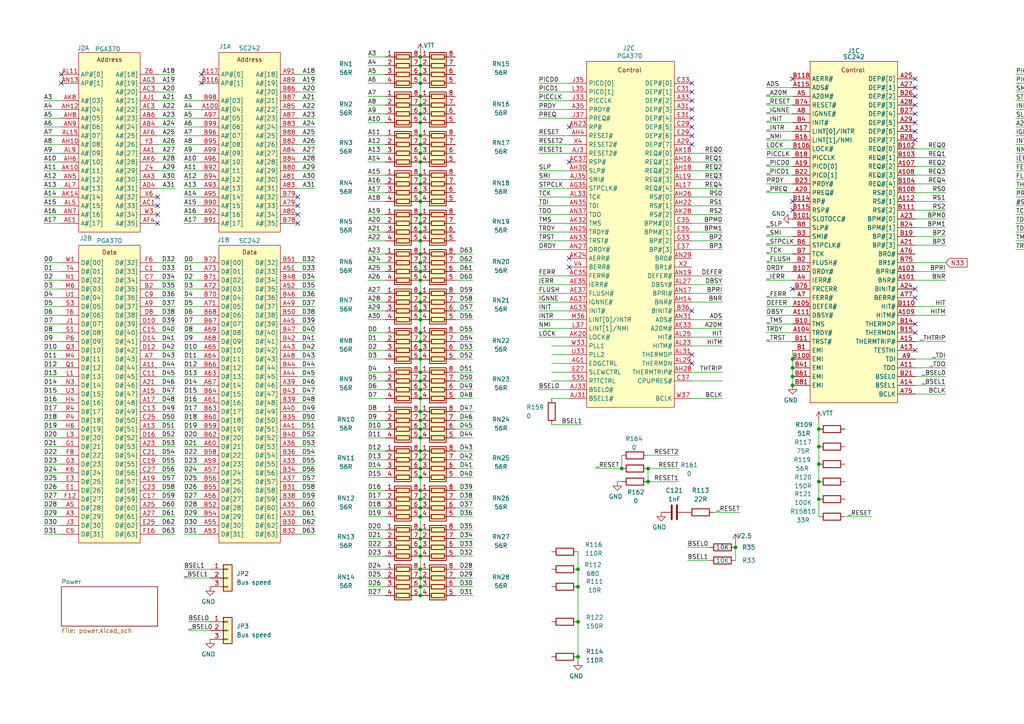
<source format=kicad_sch>
(kicad_sch (version 20231120) (generator "eeschema") (generator_version "8.0")
  (paper "A4")
  (lib_symbols
    (symbol "Connector_Generic:Conn_01x03" (pin_names (offset 1.016) hide)
      (property "Reference" "J" (at 0 5.08 0))
      (property "Value" "Conn_01x03" (at 0 -5.08 0))
      (symbol "Conn_01x03_1_1"
        (pin passive line (at -5.08 2.54 0) (length 3.81) (name "Pin_1") (number "1"))
        (pin passive line (at -5.08 0 0) (length 3.81) (name "Pin_2") (number "2"))
        (pin passive line (at -5.08 -2.54 0) (length 3.81) (name "Pin_3") (number "3"))
      )
    )
    (symbol "Device:C" (pin_numbers hide) (pin_names (offset 0.254))
      (property "Reference" "C" (at 0.635 2.54 0))
      (property "Value" "C" (at 0.635 -2.54 0))
      (symbol "C_1_1"
        (pin passive line (at 0 3.81 270) (length 2.794) (name "~") (number "1"))
        (pin passive line (at 0 -3.81 90) (length 2.794) (name "~") (number "2"))
      )
    )
    (symbol "Device:R" (pin_numbers hide) (pin_names (offset 0))
      (property "Reference" "R" (at 2.032 0 90))
      (property "Value" "R" (at 0 0 90))
      (symbol "R_1_1"
        (pin passive line (at 0 3.81 270) (length 1.27) (name "~") (number "1"))
        (pin passive line (at 0 -3.81 90) (length 1.27) (name "~") (number "2"))
      )
    )
    (symbol "Device:R_Pack04" (pin_names (offset 0) hide)
      (property "Reference" "RN" (at -7.62 0 90))
      (property "Value" "R_Pack04" (at 5.08 0 90))
      (symbol "R_Pack04_1_1"
        (pin passive line (at -5.08 -5.08 90) (length 2.54) (name "R1.1") (number "1"))
        (pin passive line (at -2.54 -5.08 90) (length 2.54) (name "R2.1") (number "2"))
        (pin passive line (at 0 -5.08 90) (length 2.54) (name "R3.1") (number "3"))
        (pin passive line (at 2.54 -5.08 90) (length 2.54) (name "R4.1") (number "4"))
        (pin passive line (at 2.54 5.08 270) (length 2.54) (name "R4.2") (number "5"))
        (pin passive line (at 0 5.08 270) (length 2.54) (name "R3.2") (number "6"))
        (pin passive line (at -2.54 5.08 270) (length 2.54) (name "R2.2") (number "7"))
        (pin passive line (at -5.08 5.08 270) (length 2.54) (name "R1.2") (number "8"))
      )
    )
    (symbol "SC242_1"
      (property "Reference" "J" (at -0.254 55.88 0))
      (symbol "SC242_1_1_1"
        (text "Address" (at 0 20.828 0) (effects (font (size 1.27 1.27))))
        (pin tri_state line (at -13.97 6.35 0) (length 5.08) (name "A#[04]") (number "A100"))
        (pin bidirectional line (at -13.97 16.51 0) (length 5.08) (name "AP#[0]") (number "A117"))
        (pin tri_state line (at 13.97 -21.59 180) (length 5.08) (name "A#[33]") (number "A79"))
        (pin tri_state line (at 13.97 -24.13 180) (length 5.08) (name "A#[34]") (number "A80"))
        (pin tri_state line (at 13.97 -13.97 180) (length 5.08) (name "A#[30]") (number "A81"))
        (pin tri_state line (at 13.97 -16.51 180) (length 5.08) (name "A#[31]") (number "A83"))
        (pin tri_state line (at 13.97 -6.35 180) (length 5.08) (name "A#[27]") (number "A84"))
        (pin tri_state line (at 13.97 6.35 180) (length 5.08) (name "A#[22]") (number "A85"))
        (pin tri_state line (at 13.97 3.81 180) (length 5.08) (name "A#[23]") (number "A87"))
        (pin tri_state line (at 13.97 13.97 180) (length 5.08) (name "A#[19]") (number "A89"))
        (pin tri_state line (at 13.97 16.51 180) (length 5.08) (name "A#[18]") (number "A91"))
        (pin tri_state line (at -13.97 -24.13 0) (length 5.08) (name "A#[16]") (number "A92"))
        (pin tri_state line (at -13.97 -16.51 0) (length 5.08) (name "A#[13]") (number "A93"))
        (pin tri_state line (at -13.97 -19.05 0) (length 5.08) (name "A#[14]") (number "A95"))
        (pin tri_state line (at -13.97 -8.89 0) (length 5.08) (name "A#[10]") (number "A96"))
        (pin tri_state line (at -13.97 3.81 0) (length 5.08) (name "A#[05]") (number "A97"))
        (pin tri_state line (at -13.97 -6.35 0) (length 5.08) (name "A#[09]") (number "A99"))
        (pin bidirectional line (at -13.97 13.97 0) (length 5.08) (name "AP#[1]") (number "B116"))
        (pin tri_state line (at 13.97 -26.67 180) (length 5.08) (name "A#[35]") (number "B78"))
        (pin tri_state line (at 13.97 -19.05 180) (length 5.08) (name "A#[32]") (number "B79"))
        (pin tri_state line (at 13.97 -11.43 180) (length 5.08) (name "A#[29]") (number "B80"))
        (pin tri_state line (at 13.97 -3.81 180) (length 5.08) (name "A#[26]") (number "B82"))
        (pin tri_state line (at 13.97 1.27 180) (length 5.08) (name "A#[24]") (number "B83"))
        (pin tri_state line (at 13.97 -8.89 180) (length 5.08) (name "A#[28]") (number "B84"))
        (pin tri_state line (at 13.97 11.43 180) (length 5.08) (name "A#[20]") (number "B86"))
        (pin tri_state line (at 13.97 8.89 180) (length 5.08) (name "A#[21]") (number "B87"))
        (pin tri_state line (at 13.97 -1.27 180) (length 5.08) (name "A#[25]") (number "B88"))
        (pin tri_state line (at -13.97 -21.59 0) (length 5.08) (name "A#[15]") (number "B90"))
        (pin tri_state line (at -13.97 -26.67 0) (length 5.08) (name "A#[17]") (number "B91"))
        (pin tri_state line (at -13.97 -11.43 0) (length 5.08) (name "A#[11]") (number "B92"))
        (pin tri_state line (at -13.97 -13.97 0) (length 5.08) (name "A#[12]") (number "B94"))
        (pin tri_state line (at -13.97 -3.81 0) (length 5.08) (name "A#[08]") (number "B95"))
        (pin tri_state line (at -13.97 -1.27 0) (length 5.08) (name "A#[07]") (number "B96"))
        (pin tri_state line (at -13.97 8.89 0) (length 5.08) (name "A#[03]") (number "B98"))
        (pin tri_state line (at -13.97 1.27 0) (length 5.08) (name "A#[06]") (number "B99"))
      )
      (symbol "SC242_1_2_1"
        (text "Data" (at 0 41.148 0) (effects (font (size 1.27 1.27))))
        (pin tri_state line (at 13.97 -35.56 180) (length 5.08) (name "D#[61]") (number "A32"))
        (pin tri_state line (at 13.97 -20.32 180) (length 5.08) (name "D#[55]") (number "A33"))
        (pin tri_state line (at 13.97 -33.02 180) (length 5.08) (name "D#[60]") (number "A35"))
        (pin tri_state line (at 13.97 -15.24 180) (length 5.08) (name "D#[53]") (number "A36"))
        (pin tri_state line (at 13.97 -25.4 180) (length 5.08) (name "D#[57]") (number "A37"))
        (pin tri_state line (at 13.97 2.54 180) (length 5.08) (name "D#[46]") (number "A39"))
        (pin tri_state line (at 13.97 -5.08 180) (length 5.08) (name "D#[49]") (number "A40"))
        (pin tri_state line (at 13.97 -10.16 180) (length 5.08) (name "D#[51]") (number "A41"))
        (pin tri_state line (at 13.97 12.7 180) (length 5.08) (name "D#[42]") (number "A43"))
        (pin tri_state line (at 13.97 5.08 180) (length 5.08) (name "D#[45]") (number "A44"))
        (pin tri_state line (at 13.97 20.32 180) (length 5.08) (name "D#[39]") (number "A45"))
        (pin tri_state line (at 13.97 10.16 180) (length 5.08) (name "D#[43]") (number "A48"))
        (pin tri_state line (at 13.97 25.4 180) (length 5.08) (name "D#[37]") (number "A49"))
        (pin tri_state line (at 13.97 35.56 180) (length 5.08) (name "D#[33]") (number "A51"))
        (pin tri_state line (at 13.97 30.48 180) (length 5.08) (name "D#[35]") (number "A52"))
        (pin tri_state line (at -13.97 -40.64 0) (length 5.08) (name "D#[31]") (number "A53"))
        (pin tri_state line (at -13.97 -38.1 0) (length 5.08) (name "D#[30]") (number "A55"))
        (pin tri_state line (at -13.97 -30.48 0) (length 5.08) (name "D#[27]") (number "A56"))
        (pin tri_state line (at -13.97 -22.86 0) (length 5.08) (name "D#[24]") (number "A57"))
        (pin tri_state line (at -13.97 -20.32 0) (length 5.08) (name "D#[23]") (number "A59"))
        (pin tri_state line (at -13.97 -15.24 0) (length 5.08) (name "D#[21]") (number "A60"))
        (pin tri_state line (at -13.97 -2.54 0) (length 5.08) (name "D#[16]") (number "A61"))
        (pin tri_state line (at -13.97 5.08 0) (length 5.08) (name "D#[13]") (number "A63"))
        (pin tri_state line (at -13.97 10.16 0) (length 5.08) (name "D#[11]") (number "A64"))
        (pin tri_state line (at -13.97 12.7 0) (length 5.08) (name "D#[10]") (number "A65"))
        (pin tri_state line (at -13.97 2.54 0) (length 5.08) (name "D#[14]") (number "A67"))
        (pin tri_state line (at -13.97 15.24 0) (length 5.08) (name "D#[09]") (number "A68"))
        (pin tri_state line (at -13.97 17.78 0) (length 5.08) (name "D#[08]") (number "A69"))
        (pin tri_state line (at -13.97 25.4 0) (length 5.08) (name "D#[05]") (number "A71"))
        (pin tri_state line (at -13.97 30.48 0) (length 5.08) (name "D#[03]") (number "A72"))
        (pin tri_state line (at -13.97 35.56 0) (length 5.08) (name "D#[01]") (number "A73"))
        (pin tri_state line (at 13.97 -38.1 180) (length 5.08) (name "D#[62]") (number "B30"))
        (pin tri_state line (at 13.97 -27.94 180) (length 5.08) (name "D#[58]") (number "B31"))
        (pin tri_state line (at 13.97 -40.64 180) (length 5.08) (name "D#[63]") (number "B32"))
        (pin tri_state line (at 13.97 -22.86 180) (length 5.08) (name "D#[56]") (number "B34"))
        (pin tri_state line (at 13.97 -7.62 180) (length 5.08) (name "D#[50]") (number "B35"))
        (pin tri_state line (at 13.97 -17.78 180) (length 5.08) (name "D#[54]") (number "B36"))
        (pin tri_state line (at 13.97 -30.48 180) (length 5.08) (name "D#[59]") (number "B38"))
        (pin tri_state line (at 13.97 -2.54 180) (length 5.08) (name "D#[48]") (number "B39"))
        (pin tri_state line (at 13.97 -12.7 180) (length 5.08) (name "D#[52]") (number "B40"))
        (pin tri_state line (at 13.97 15.24 180) (length 5.08) (name "D#[41]") (number "B42"))
        (pin tri_state line (at 13.97 0 180) (length 5.08) (name "D#[47]") (number "B43"))
        (pin tri_state line (at 13.97 7.62 180) (length 5.08) (name "D#[44]") (number "B44"))
        (pin tri_state line (at 13.97 27.94 180) (length 5.08) (name "D#[36]") (number "B46"))
        (pin tri_state line (at 13.97 17.78 180) (length 5.08) (name "D#[40]") (number "B47"))
        (pin tri_state line (at 13.97 33.02 180) (length 5.08) (name "D#[34]") (number "B48"))
        (pin tri_state line (at 13.97 22.86 180) (length 5.08) (name "D#[38]") (number "B50"))
        (pin tri_state line (at 13.97 38.1 180) (length 5.08) (name "D#[32]") (number "B51"))
        (pin tri_state line (at -13.97 -33.02 0) (length 5.08) (name "D#[28]") (number "B52"))
        (pin tri_state line (at -13.97 -35.56 0) (length 5.08) (name "D#[29]") (number "B54"))
        (pin tri_state line (at -13.97 -27.94 0) (length 5.08) (name "D#[26]") (number "B55"))
        (pin tri_state line (at -13.97 -25.4 0) (length 5.08) (name "D#[25]") (number "B56"))
        (pin tri_state line (at -13.97 -17.78 0) (length 5.08) (name "D#[22]") (number "B58"))
        (pin tri_state line (at -13.97 -10.16 0) (length 5.08) (name "D#[19]") (number "B59"))
        (pin tri_state line (at -13.97 -7.62 0) (length 5.08) (name "D#[18]") (number "B60"))
        (pin tri_state line (at -13.97 -12.7 0) (length 5.08) (name "D#[20]") (number "B62"))
        (pin tri_state line (at -13.97 -5.08 0) (length 5.08) (name "D#[17]") (number "B63"))
        (pin tri_state line (at -13.97 0 0) (length 5.08) (name "D#[15]") (number "B64"))
        (pin tri_state line (at -13.97 7.62 0) (length 5.08) (name "D#[12]") (number "B66"))
        (pin tri_state line (at -13.97 20.32 0) (length 5.08) (name "D#[07]") (number "B67"))
        (pin tri_state line (at -13.97 22.86 0) (length 5.08) (name "D#[06]") (number "B68"))
        (pin tri_state line (at -13.97 27.94 0) (length 5.08) (name "D#[04]") (number "B70"))
        (pin tri_state line (at -13.97 33.02 0) (length 5.08) (name "D#[02]") (number "B71"))
        (pin tri_state line (at -13.97 38.1 0) (length 5.08) (name "D#[00]") (number "B72"))
      )
      (symbol "SC242_1_3_1"
        (text "Control" (at -0.254 48.26 0) (effects (font (size 1.27 1.27))))
        (pin bidirectional line (at 17.78 -12.7 180) (length 5.08) (name "BNR#") (number "A101"))
        (pin input line (at 17.78 -10.16 180) (length 5.08) (name "BPRI#") (number "A103"))
        (pin input line (at -17.78 -27.94 0) (length 5.08) (name "TRDY#") (number "A104"))
        (pin input line (at -17.78 -20.32 0) (length 5.08) (name "DEFER#") (number "A105"))
        (pin bidirectional line (at 17.78 20.32 180) (length 5.08) (name "REQ#[2]") (number "A107"))
        (pin bidirectional line (at 17.78 17.78 180) (length 5.08) (name "REQ#[3]") (number "A108"))
        (pin bidirectional line (at 17.78 -22.86 180) (length 5.08) (name "HITM#") (number "A109"))
        (pin output line (at 17.78 -38.1 180) (length 5.08) (name "TDO") (number "A11"))
        (pin bidirectional line (at -17.78 -22.86 0) (length 5.08) (name "DBSY#") (number "A111"))
        (pin input line (at 17.78 10.16 180) (length 5.08) (name "RS#[1]") (number "A112"))
        (pin bidirectional line (at -17.78 43.18 0) (length 5.08) (name "ADS#") (number "A115"))
        (pin input line (at 17.78 -33.02 180) (length 5.08) (name "TESTHI") (number "A13"))
        (pin input line (at 17.78 -43.18 180) (length 5.08) (name "BSEL1") (number "A14"))
        (pin output line (at 17.78 -30.48 180) (length 5.08) (name "THERMTRIP#") (number "A15"))
        (pin input line (at -17.78 30.48 0) (length 5.08) (name "LINT[0]/INTR") (number "A17"))
        (pin bidirectional line (at -17.78 20.32 0) (length 5.08) (name "PICD[0]") (number "A19"))
        (pin input line (at -17.78 12.7 0) (length 5.08) (name "PREQ#") (number "A20"))
        (pin bidirectional line (at 17.78 -2.54 180) (length 5.08) (name "BP#[3]") (number "A21"))
        (pin bidirectional line (at 17.78 5.08 180) (length 5.08) (name "BPM#[0]") (number "A23"))
        (pin bidirectional line (at 17.78 -15.24 180) (length 5.08) (name "BINIT#") (number "A24"))
        (pin bidirectional line (at 17.78 45.72 180) (length 5.08) (name "DEP#[0]") (number "A25"))
        (pin bidirectional line (at 17.78 43.18 180) (length 5.08) (name "DEP#[1]") (number "A27"))
        (pin bidirectional line (at 17.78 38.1 180) (length 5.08) (name "DEP#[3]") (number "A28"))
        (pin bidirectional line (at 17.78 33.02 180) (length 5.08) (name "DEP#[5]") (number "A29"))
        (pin bidirectional line (at 17.78 30.48 180) (length 5.08) (name "DEP#[6]") (number "A31"))
        (pin output line (at -17.78 -12.7 0) (length 5.08) (name "IERR#") (number "A4"))
        (pin input line (at -17.78 40.64 0) (length 5.08) (name "A20M#") (number "A5"))
        (pin output line (at -17.78 -17.78 0) (length 5.08) (name "FERR#") (number "A7"))
        (pin input line (at 17.78 -45.72 180) (length 5.08) (name "BCLK") (number "A75"))
        (pin bidirectional line (at 17.78 -5.08 180) (length 5.08) (name "BR0#") (number "A76"))
        (pin bidirectional line (at 17.78 -17.78 180) (length 5.08) (name "BERR#") (number "A77"))
        (pin input line (at -17.78 35.56 0) (length 5.08) (name "IGNNE#") (number "A8"))
        (pin input line (at 17.78 -35.56 180) (length 5.08) (name "TDI") (number "A9"))
        (pin input line (at -17.78 -33.02 0) (length 5.08) (name "EMI") (number "B1"))
        (pin input line (at -17.78 -25.4 0) (length 5.08) (name "TMS") (number "B10"))
        (pin input line (at -17.78 -35.56 0) (length 5.08) (name "EMI") (number "B100"))
        (pin output line (at -17.78 5.08 0) (length 5.08) (name "SLOTOCC#") (number "B101"))
        (pin bidirectional line (at 17.78 25.4 180) (length 5.08) (name "REQ#[0]") (number "B102"))
        (pin bidirectional line (at 17.78 22.86 180) (length 5.08) (name "REQ#[1]") (number "B103"))
        (pin bidirectional line (at 17.78 15.24 180) (length 5.08) (name "REQ#[4]") (number "B104"))
        (pin bidirectional line (at -17.78 25.4 0) (length 5.08) (name "LOCK#") (number "B106"))
        (pin bidirectional line (at -17.78 -10.16 0) (length 5.08) (name "DRDY#") (number "B107"))
        (pin input line (at 17.78 12.7 180) (length 5.08) (name "RS#[0]") (number "B108"))
        (pin input line (at -17.78 -30.48 0) (length 5.08) (name "TRST#") (number "B11"))
        (pin bidirectional line (at 17.78 -20.32 180) (length 5.08) (name "HIT#") (number "B110"))
        (pin input line (at 17.78 7.62 180) (length 5.08) (name "RS#[2]") (number "B111"))
        (pin bidirectional line (at -17.78 10.16 0) (length 5.08) (name "RP#") (number "B114"))
        (pin input line (at -17.78 7.62 0) (length 5.08) (name "RSP#") (number "B115"))
        (pin bidirectional line (at -17.78 45.72 0) (length 5.08) (name "AERR#") (number "B118"))
        (pin output line (at 17.78 -25.4 180) (length 5.08) (name "THERMDP") (number "B14"))
        (pin output line (at 17.78 -27.94 180) (length 5.08) (name "THERMDN") (number "B15"))
        (pin input line (at -17.78 27.94 0) (length 5.08) (name "LINT[1]/NMI") (number "B16"))
        (pin input line (at -17.78 22.86 0) (length 5.08) (name "PICCLK") (number "B18"))
        (pin bidirectional line (at 17.78 0 180) (length 5.08) (name "BP#[2]") (number "B19"))
        (pin input line (at -17.78 -7.62 0) (length 5.08) (name "FLUSH#") (number "B2"))
        (pin input line (at 17.78 -40.64 180) (length 5.08) (name "BSEL0") (number "B21"))
        (pin bidirectional line (at -17.78 17.78 0) (length 5.08) (name "PICD[1]") (number "B22"))
        (pin output line (at -17.78 15.24 0) (length 5.08) (name "PRDY#") (number "B23"))
        (pin bidirectional line (at 17.78 2.54 180) (length 5.08) (name "BPM#[1]") (number "B24"))
        (pin bidirectional line (at 17.78 40.64 180) (length 5.08) (name "DEP#[2]") (number "B26"))
        (pin bidirectional line (at 17.78 35.56 180) (length 5.08) (name "DEP#[4]") (number "B27"))
        (pin bidirectional line (at 17.78 27.94 180) (length 5.08) (name "DEP#[7]") (number "B28"))
        (pin input line (at -17.78 0 0) (length 5.08) (name "SMI#") (number "B3"))
        (pin input line (at -17.78 33.02 0) (length 5.08) (name "INIT#") (number "B4"))
        (pin input line (at -17.78 -38.1 0) (length 5.08) (name "EMI") (number "B41"))
        (pin input line (at -17.78 -2.54 0) (length 5.08) (name "STPCLK#") (number "B6"))
        (pin input line (at -17.78 -40.64 0) (length 5.08) (name "EMI") (number "B61"))
        (pin input line (at -17.78 -5.08 0) (length 5.08) (name "TCK") (number "B7"))
        (pin input line (at -17.78 38.1 0) (length 5.08) (name "RESET#") (number "B74"))
        (pin input line (at 17.78 -7.62 180) (length 5.08) (name "BR1#") (number "B75"))
        (pin bidirectional line (at -17.78 -15.24 0) (length 5.08) (name "FRCERR") (number "B76"))
        (pin input line (at -17.78 2.54 0) (length 5.08) (name "SLP#") (number "B8"))
        (pin input line (at -17.78 -43.18 0) (length 5.08) (name "EMI") (number "B81"))
      )
      (symbol "SC242_1_4_1"
        (text "Power & misc" (at 1.016 20.828 0) (effects (font (size 1.27 1.27))))
        (pin power_in line (at 16.51 15.24 180) (length 5.08) (name "VCC_VTT") (number "A1"))
        (pin power_in line (at 16.51 -10.16 180) (length 5.08) (name "VSS") (number "A10"))
        (pin power_in line (at 16.51 -10.16 180) (length 5.08) hide (name "VSS") (number "A102"))
        (pin power_in line (at 16.51 -10.16 180) (length 5.08) hide (name "VSS") (number "A106"))
        (pin power_in line (at 16.51 -10.16 180) (length 5.08) hide (name "VSS") (number "A110"))
        (pin no_connect line (at -13.97 17.78 0) (length 5.08) (name "Reserved") (number "A113"))
        (pin power_in line (at 16.51 -10.16 180) (length 5.08) hide (name "VSS") (number "A114"))
        (pin no_connect line (at -13.97 15.24 0) (length 5.08) (name "Reserved") (number "A116"))
        (pin power_in line (at 16.51 -10.16 180) (length 5.08) hide (name "VSS") (number "A118"))
        (pin output line (at 16.51 0 180) (length 5.08) (name "VID[2]") (number "A119"))
        (pin input line (at 16.51 7.62 180) (length 5.08) (name "PWRGOOD") (number "A12"))
        (pin output line (at 16.51 -2.54 180) (length 5.08) (name "VID[1]") (number "A120"))
        (pin output line (at 16.51 5.08 180) (length 5.08) (name "VID[4]") (number "A121"))
        (pin no_connect line (at -13.97 12.7 0) (length 5.08) (name "Reserved") (number "A16"))
        (pin power_in line (at 16.51 -10.16 180) (length 5.08) hide (name "VSS") (number "A18"))
        (pin power_in line (at 16.51 -10.16 180) (length 5.08) hide (name "VSS") (number "A2"))
        (pin power_in line (at 16.51 -10.16 180) (length 5.08) hide (name "VSS") (number "A22"))
        (pin power_in line (at 16.51 -10.16 180) (length 5.08) hide (name "VSS") (number "A26"))
        (pin power_in line (at 16.51 15.24 180) (length 5.08) hide (name "VCC_VTT") (number "A3"))
        (pin power_in line (at 16.51 -10.16 180) (length 5.08) hide (name "VSS") (number "A30"))
        (pin power_in line (at 16.51 -10.16 180) (length 5.08) hide (name "VSS") (number "A34"))
        (pin power_in line (at 16.51 -10.16 180) (length 5.08) hide (name "VSS") (number "A38"))
        (pin power_in line (at 16.51 -10.16 180) (length 5.08) hide (name "VSS") (number "A42"))
        (pin power_in line (at 16.51 -10.16 180) (length 5.08) hide (name "VSS") (number "A46"))
        (pin no_connect line (at -13.97 10.16 0) (length 5.08) (name "Reserved") (number "A47"))
        (pin power_in line (at 16.51 -10.16 180) (length 5.08) hide (name "VSS") (number "A50"))
        (pin power_in line (at 16.51 -10.16 180) (length 5.08) hide (name "VSS") (number "A54"))
        (pin power_in line (at 16.51 -10.16 180) (length 5.08) hide (name "VSS") (number "A58"))
        (pin power_in line (at 16.51 -10.16 180) (length 5.08) hide (name "VSS") (number "A6"))
        (pin power_in line (at 16.51 -10.16 180) (length 5.08) hide (name "VSS") (number "A62"))
        (pin power_in line (at 16.51 -10.16 180) (length 5.08) hide (name "VSS") (number "A66"))
        (pin power_in line (at 16.51 -10.16 180) (length 5.08) hide (name "VSS") (number "A70"))
        (pin power_in line (at 16.51 -10.16 180) (length 5.08) hide (name "VSS") (number "A74"))
        (pin power_in line (at 16.51 -10.16 180) (length 5.08) hide (name "VSS") (number "A78"))
        (pin power_in line (at 16.51 -10.16 180) (length 5.08) hide (name "VSS") (number "A82"))
        (pin power_in line (at 16.51 -10.16 180) (length 5.08) hide (name "VSS") (number "A86"))
        (pin no_connect line (at -13.97 7.62 0) (length 5.08) (name "Reserved") (number "A88"))
        (pin power_in line (at 16.51 -10.16 180) (length 5.08) hide (name "VSS") (number "A90"))
        (pin power_in line (at 16.51 -10.16 180) (length 5.08) hide (name "VSS") (number "A94"))
        (pin power_in line (at 16.51 -10.16 180) (length 5.08) hide (name "VSS") (number "A98"))
        (pin power_in line (at 16.51 10.16 180) (length 5.08) (name "VCC_CORE") (number "B105"))
        (pin power_in line (at 16.51 17.78 180) (length 5.08) (name "VCC5") (number "B109"))
        (pin no_connect line (at -13.97 5.08 0) (length 5.08) (name "Reserved") (number "B112"))
        (pin power_in line (at 16.51 12.7 180) (length 5.08) (name "VCC_L2") (number "B113"))
        (pin power_in line (at 16.51 12.7 180) (length 5.08) hide (name "VCC_L2") (number "B117"))
        (pin output line (at 16.51 2.54 180) (length 5.08) (name "VID[3]") (number "B119"))
        (pin no_connect line (at -13.97 2.54 0) (length 5.08) (name "Reserved") (number "B12"))
        (pin output line (at 16.51 -5.08 180) (length 5.08) (name "VID[0]") (number "B120"))
        (pin power_in line (at 16.51 12.7 180) (length 5.08) hide (name "VCC_L2") (number "B121"))
        (pin power_in line (at 16.51 10.16 180) (length 5.08) hide (name "VCC_CORE") (number "B13"))
        (pin power_in line (at 16.51 10.16 180) (length 5.08) hide (name "VCC_CORE") (number "B17"))
        (pin no_connect line (at -13.97 0 0) (length 5.08) (name "Reserved") (number "B20"))
        (pin power_in line (at 16.51 10.16 180) (length 5.08) hide (name "VCC_CORE") (number "B25"))
        (pin power_in line (at 16.51 10.16 180) (length 5.08) hide (name "VCC_CORE") (number "B29"))
        (pin power_in line (at 16.51 10.16 180) (length 5.08) hide (name "VCC_CORE") (number "B33"))
        (pin power_in line (at 16.51 10.16 180) (length 5.08) hide (name "VCC_CORE") (number "B37"))
        (pin power_in line (at 16.51 10.16 180) (length 5.08) hide (name "VCC_CORE") (number "B45"))
        (pin power_in line (at 16.51 10.16 180) (length 5.08) hide (name "VCC_CORE") (number "B49"))
        (pin power_in line (at 16.51 15.24 180) (length 5.08) hide (name "VCC_VTT") (number "B5"))
        (pin power_in line (at 16.51 10.16 180) (length 5.08) hide (name "VCC_CORE") (number "B53"))
        (pin power_in line (at 16.51 10.16 180) (length 5.08) hide (name "VCC_CORE") (number "B57"))
        (pin power_in line (at 16.51 10.16 180) (length 5.08) hide (name "VCC_CORE") (number "B65"))
        (pin power_in line (at 16.51 10.16 180) (length 5.08) hide (name "VCC_CORE") (number "B69"))
        (pin power_in line (at 16.51 10.16 180) (length 5.08) hide (name "VCC_CORE") (number "B73"))
        (pin power_in line (at 16.51 10.16 180) (length 5.08) hide (name "VCC_CORE") (number "B77"))
        (pin power_in line (at 16.51 10.16 180) (length 5.08) hide (name "VCC_CORE") (number "B85"))
        (pin power_in line (at 16.51 10.16 180) (length 5.08) hide (name "VCC_CORE") (number "B89"))
        (pin power_in line (at 16.51 15.24 180) (length 5.08) hide (name "VCC_VTT") (number "B9"))
        (pin power_in line (at 16.51 10.16 180) (length 5.08) hide (name "VCC_CORE") (number "B93"))
        (pin power_in line (at 16.51 10.16 180) (length 5.08) hide (name "VCC_CORE") (number "B97"))
      )
    )
    (symbol "power:+5V" (power) (pin_numbers hide) (pin_names (offset 0) hide)
      (property "Value" "+5V" (at 0 3.556 0))
      (symbol "+5V_1_1"
        (pin power_in line (at 0 0 90) (length 0) (name "~") (number "1"))
      )
    )
    (symbol "power:GND" (power) (pin_numbers hide) (pin_names (offset 0) hide)
      (property "Value" "GND" (at 0 -3.81 0))
      (symbol "GND_1_1"
        (pin power_in line (at 0 0 270) (length 0) (name "~") (number "1"))
      )
    )
    (symbol "power:VDD" (power) (pin_numbers hide) (pin_names (offset 0) hide)
      (property "Value" "VDD" (at 0 3.556 0))
      (symbol "VDD_1_1"
        (pin power_in line (at 0 0 90) (length 0) (name "~") (number "1"))
      )
    )
    (symbol "slocket:PGA370"
      (property "Reference" "J" (at -0.254 53.594 0))
      (symbol "PGA370_1_1"
        (text "Address" (at 0 24.638 0) (effects (font (size 1.27 1.27))))
        (pin tri_state line (at 13.97 -2.54 180) (length 5.08) (name "A#[27]") (number "AA1"))
        (pin tri_state line (at 13.97 -10.16 180) (length 5.08) (name "A#[30]") (number "AA3"))
        (pin tri_state line (at 13.97 5.08 180) (length 5.08) (name "A#[24]") (number "AB4"))
        (pin tri_state line (at 13.97 7.62 180) (length 5.08) (name "A#[23]") (number "AB6"))
        (pin tri_state line (at 13.97 -17.78 180) (length 5.08) (name "A#[33]") (number "AC1"))
        (pin tri_state line (at 13.97 15.24 180) (length 5.08) (name "A#[20]") (number "AC3"))
        (pin tri_state line (at 13.97 -12.7 180) (length 5.08) (name "A#[31]") (number "AD4"))
        (pin tri_state line (at -13.97 -22.86 0) (length 5.08) (name "A#[17]") (number "AE1"))
        (pin tri_state line (at 13.97 10.16 180) (length 5.08) (name "A#[22]") (number "AE3"))
        (pin tri_state line (at 13.97 -22.86 180) (length 5.08) (name "A#[35]") (number "AF4"))
        (pin tri_state line (at 13.97 2.54 180) (length 5.08) (name "A#[25]") (number "AF6"))
        (pin tri_state line (at 13.97 17.78 180) (length 5.08) (name "A#[19]") (number "AG3"))
        (pin tri_state line (at -13.97 0 0) (length 5.08) (name "A#[08]") (number "AH10"))
        (pin tri_state line (at -13.97 10.16 0) (length 5.08) (name "A#[04]") (number "AH12"))
        (pin tri_state line (at -13.97 -5.08 0) (length 5.08) (name "A#[10]") (number "AH6"))
        (pin tri_state line (at -13.97 7.62 0) (length 5.08) (name "A#[05]") (number "AH8"))
        (pin tri_state line (at 13.97 12.7 180) (length 5.08) (name "A#[21]") (number "AJ1"))
        (pin tri_state line (at -13.97 -7.62 0) (length 5.08) (name "A#[11]") (number "AK10"))
        (pin tri_state line (at -13.97 -15.24 0) (length 5.08) (name "A#[14]") (number "AK14"))
        (pin tri_state line (at 13.97 -5.08 180) (length 5.08) (name "A#[28]") (number "AK6"))
        (pin tri_state line (at -13.97 12.7 0) (length 5.08) (name "A#[03]") (number "AK8"))
        (pin bidirectional line (at -13.97 20.32 0) (length 5.08) (name "AP#[0]") (number "AL11"))
        (pin tri_state line (at -13.97 2.54 0) (length 5.08) (name "A#[07]") (number "AL15"))
        (pin tri_state line (at -13.97 -17.78 0) (length 5.08) (name "A#[15]") (number "AL5"))
        (pin tri_state line (at -13.97 -12.7 0) (length 5.08) (name "A#[13]") (number "AL7"))
        (pin tri_state line (at -13.97 -2.54 0) (length 5.08) (name "A#[09]") (number "AL9"))
        (pin bidirectional line (at -13.97 17.78 0) (length 5.08) (name "AP#[1]") (number "AN13"))
        (pin tri_state line (at -13.97 -10.16 0) (length 5.08) (name "A#[12]") (number "AN5"))
        (pin tri_state line (at -13.97 -20.32 0) (length 5.08) (name "A#[16]") (number "AN7"))
        (pin tri_state line (at -13.97 5.08 0) (length 5.08) (name "A#[06]") (number "AN9"))
        (pin tri_state line (at 13.97 -20.32 180) (length 5.08) (name "A#[34]") (number "W3"))
        (pin tri_state line (at 13.97 -15.24 180) (length 5.08) (name "A#[32]") (number "X6"))
        (pin tri_state line (at 13.97 0 180) (length 5.08) (name "A#[26]") (number "Y3"))
        (pin tri_state line (at 13.97 -7.62 180) (length 5.08) (name "A#[29]") (number "Z4"))
        (pin tri_state line (at 13.97 20.32 180) (length 5.08) (name "A#[18]") (number "Z6"))
      )
      (symbol "PGA370_2_1"
        (text "Data" (at 0 41.148 0) (effects (font (size 1.27 1.27))))
        (pin tri_state line (at 13.97 7.62 180) (length 5.08) (name "D#[44]") (number "A11"))
        (pin tri_state line (at 13.97 -10.16 180) (length 5.08) (name "D#[51]") (number "A13"))
        (pin tri_state line (at 13.97 0 180) (length 5.08) (name "D#[47]") (number "A15"))
        (pin tri_state line (at 13.97 -2.54 180) (length 5.08) (name "D#[48]") (number "A17"))
        (pin tri_state line (at 13.97 -25.4 180) (length 5.08) (name "D#[57]") (number "A19"))
        (pin tri_state line (at 13.97 2.54 180) (length 5.08) (name "D#[46]") (number "A21"))
        (pin tri_state line (at 13.97 -15.24 180) (length 5.08) (name "D#[53]") (number "A23"))
        (pin tri_state line (at 13.97 -33.02 180) (length 5.08) (name "D#[60]") (number "A25"))
        (pin tri_state line (at 13.97 -35.56 180) (length 5.08) (name "D#[61]") (number "A27"))
        (pin tri_state line (at -13.97 -35.56 0) (length 5.08) (name "D#[29]") (number "A3"))
        (pin tri_state line (at -13.97 -33.02 0) (length 5.08) (name "D#[28]") (number "A5"))
        (pin tri_state line (at 13.97 10.16 180) (length 5.08) (name "D#[43]") (number "A7"))
        (pin tri_state line (at 13.97 25.4 180) (length 5.08) (name "D#[37]") (number "A9"))
        (pin tri_state line (at 13.97 30.48 180) (length 5.08) (name "D#[35]") (number "B2"))
        (pin tri_state line (at 13.97 35.56 180) (length 5.08) (name "D#[33]") (number "C1"))
        (pin tri_state line (at 13.97 5.08 180) (length 5.08) (name "D#[45]") (number "C11"))
        (pin tri_state line (at 13.97 -5.08 180) (length 5.08) (name "D#[49]") (number "C13"))
        (pin tri_state line (at 13.97 17.78 180) (length 5.08) (name "D#[40]") (number "C15"))
        (pin tri_state line (at 13.97 -30.48 180) (length 5.08) (name "D#[59]") (number "C17"))
        (pin tri_state line (at 13.97 -20.32 180) (length 5.08) (name "D#[55]") (number "C19"))
        (pin tri_state line (at 13.97 -17.78 180) (length 5.08) (name "D#[54]") (number "C21"))
        (pin tri_state line (at 13.97 -27.94 180) (length 5.08) (name "D#[58]") (number "C23"))
        (pin tri_state line (at 13.97 -7.62 180) (length 5.08) (name "D#[50]") (number "C25"))
        (pin tri_state line (at 13.97 -22.86 180) (length 5.08) (name "D#[56]") (number "C27"))
        (pin tri_state line (at -13.97 -40.64 0) (length 5.08) (name "D#[31]") (number "C5"))
        (pin tri_state line (at 13.97 33.02 180) (length 5.08) (name "D#[34]") (number "C7"))
        (pin tri_state line (at 13.97 27.94 180) (length 5.08) (name "D#[36]") (number "C9"))
        (pin tri_state line (at 13.97 20.32 180) (length 5.08) (name "D#[39]") (number "D10"))
        (pin tri_state line (at 13.97 12.7 180) (length 5.08) (name "D#[42]") (number "D12"))
        (pin tri_state line (at 13.97 15.24 180) (length 5.08) (name "D#[41]") (number "D14"))
        (pin tri_state line (at 13.97 -12.7 180) (length 5.08) (name "D#[52]") (number "D16"))
        (pin tri_state line (at 13.97 22.86 180) (length 5.08) (name "D#[38]") (number "D8"))
        (pin tri_state line (at -13.97 -27.94 0) (length 5.08) (name "D#[26]") (number "E1"))
        (pin tri_state line (at 13.97 -38.1 180) (length 5.08) (name "D#[62]") (number "E25"))
        (pin tri_state line (at -13.97 -25.4 0) (length 5.08) (name "D#[25]") (number "E3"))
        (pin tri_state line (at -13.97 -30.48 0) (length 5.08) (name "D#[27]") (number "F12"))
        (pin tri_state line (at 13.97 -40.64 180) (length 5.08) (name "D#[63]") (number "F16"))
        (pin tri_state line (at 13.97 38.1 180) (length 5.08) (name "D#[32]") (number "F6"))
        (pin tri_state line (at -13.97 -17.78 0) (length 5.08) (name "D#[22]") (number "F8"))
        (pin tri_state line (at -13.97 -15.24 0) (length 5.08) (name "D#[21]") (number "G1"))
        (pin tri_state line (at -13.97 -20.32 0) (length 5.08) (name "D#[23]") (number "G3"))
        (pin tri_state line (at -13.97 -2.54 0) (length 5.08) (name "D#[16]") (number "H4"))
        (pin tri_state line (at -13.97 -10.16 0) (length 5.08) (name "D#[19]") (number "H6"))
        (pin tri_state line (at -13.97 20.32 0) (length 5.08) (name "D#[07]") (number "J1"))
        (pin tri_state line (at -13.97 -38.1 0) (length 5.08) (name "D#[30]") (number "J3"))
        (pin tri_state line (at -13.97 -22.86 0) (length 5.08) (name "D#[24]") (number "K6"))
        (pin tri_state line (at -13.97 5.08 0) (length 5.08) (name "D#[13]") (number "L1"))
        (pin tri_state line (at -13.97 -12.7 0) (length 5.08) (name "D#[20]") (number "L3"))
        (pin tri_state line (at -13.97 10.16 0) (length 5.08) (name "D#[11]") (number "M4"))
        (pin tri_state line (at -13.97 30.48 0) (length 5.08) (name "D#[03]") (number "M6"))
        (pin tri_state line (at -13.97 33.02 0) (length 5.08) (name "D#[02]") (number "N1"))
        (pin tri_state line (at -13.97 2.54 0) (length 5.08) (name "D#[14]") (number "N3"))
        (pin tri_state line (at -13.97 -7.62 0) (length 5.08) (name "D#[18]") (number "P4"))
        (pin tri_state line (at -13.97 15.24 0) (length 5.08) (name "D#[09]") (number "P6"))
        (pin tri_state line (at -13.97 7.62 0) (length 5.08) (name "D#[12]") (number "Q1"))
        (pin tri_state line (at -13.97 12.7 0) (length 5.08) (name "D#[10]") (number "Q3"))
        (pin tri_state line (at -13.97 -5.08 0) (length 5.08) (name "D#[17]") (number "R4"))
        (pin tri_state line (at -13.97 17.78 0) (length 5.08) (name "D#[08]") (number "S1"))
        (pin tri_state line (at -13.97 25.4 0) (length 5.08) (name "D#[05]") (number "S3"))
        (pin tri_state line (at -13.97 35.56 0) (length 5.08) (name "D#[01]") (number "T4"))
        (pin tri_state line (at -13.97 22.86 0) (length 5.08) (name "D#[06]") (number "T6"))
        (pin tri_state line (at -13.97 27.94 0) (length 5.08) (name "D#[04]") (number "U1"))
        (pin tri_state line (at -13.97 0 0) (length 5.08) (name "D#[15]") (number "U3"))
        (pin tri_state line (at -13.97 38.1 0) (length 5.08) (name "D#[00]") (number "W1"))
      )
      (symbol "PGA370_3_1"
        (text "Control" (at -0.254 46.99 0) (effects (font (size 1.27 1.27))))
        (pin bidirectional line (at 17.78 25.4 180) (length 5.08) (name "DEP#[7]") (number "A29"))
        (pin bidirectional line (at 17.78 35.56 180) (length 5.08) (name "DEP#[3]") (number "A31"))
        (pin bidirectional line (at 17.78 38.1 180) (length 5.08) (name "DEP#[2]") (number "A33"))
        (pin output line (at -17.78 35.56 0) (length 5.08) (name "PRDY#") (number "A35"))
        (pin output line (at -17.78 -12.7 0) (length 5.08) (name "FERR#") (number "AC35"))
        (pin input line (at -17.78 20.32 0) (length 5.08) (name "RSP#") (number "AC37"))
        (pin input line (at 17.78 -27.94 180) (length 5.08) (name "A20M#") (number "AE33"))
        (pin output line (at -17.78 -15.24 0) (length 5.08) (name "IERR#") (number "AE35"))
        (pin input line (at -17.78 -17.78 0) (length 5.08) (name "FLUSH#") (number "AE37"))
        (pin output line (at -17.78 -38.1 0) (length 5.08) (name "EDGCTRL") (number "AG1"))
        (pin input line (at -17.78 -22.86 0) (length 5.08) (name "INIT#") (number "AG33"))
        (pin input line (at -17.78 12.7 0) (length 5.08) (name "STPCLK#") (number "AG35"))
        (pin input line (at -17.78 -20.32 0) (length 5.08) (name "IGNNE#") (number "AG37"))
        (pin bidirectional line (at 17.78 -20.32 180) (length 5.08) (name "BNR#") (number "AH14"))
        (pin bidirectional line (at 17.78 20.32 180) (length 5.08) (name "REQ#[1]") (number "AH16"))
        (pin bidirectional line (at 17.78 17.78 180) (length 5.08) (name "REQ#[2]") (number "AH18"))
        (pin input line (at 17.78 7.62 180) (length 5.08) (name "RS#[1]") (number "AH22"))
        (pin input line (at 17.78 10.16 180) (length 5.08) (name "RS#[0]") (number "AH26"))
        (pin output line (at 17.78 -40.64 180) (length 5.08) (name "THERMTRIP#") (number "AH28"))
        (pin input line (at -17.78 17.78 0) (length 5.08) (name "SLP#") (number "AH30"))
        (pin input line (at -17.78 27.94 0) (length 5.08) (name "RESET#") (number "AH4"))
        (pin input line (at -17.78 22.86 0) (length 5.08) (name "RESET2#") (number "AJ3"))
        (pin input line (at -17.78 -48.26 0) (length 5.08) (name "BSEL1#") (number "AJ31"))
        (pin input line (at -17.78 -45.72 0) (length 5.08) (name "BSEL0#") (number "AJ33"))
        (pin input line (at -17.78 15.24 0) (length 5.08) (name "SMI#") (number "AJ35"))
        (pin bidirectional line (at 17.78 22.86 180) (length 5.08) (name "REQ#[0]") (number "AK18"))
        (pin bidirectional line (at -17.78 -30.48 0) (length 5.08) (name "LOCK#") (number "AK20"))
        (pin bidirectional line (at -17.78 -7.62 0) (length 5.08) (name "AERR#") (number "AK24"))
        (pin input line (at 17.78 5.08 180) (length 5.08) (name "RS#[2]") (number "AK28"))
        (pin input line (at -17.78 2.54 0) (length 5.08) (name "TMS") (number "AK32"))
        (pin bidirectional line (at 17.78 12.7 180) (length 5.08) (name "REQ#[4]") (number "AL17"))
        (pin bidirectional line (at 17.78 15.24 180) (length 5.08) (name "REQ#[3]") (number "AL19"))
        (pin bidirectional line (at 17.78 -33.02 180) (length 5.08) (name "HITM#") (number "AL23"))
        (pin bidirectional line (at 17.78 -30.48 180) (length 5.08) (name "HIT#") (number "AL25"))
        (pin bidirectional line (at 17.78 -15.24 180) (length 5.08) (name "DBSY#") (number "AL27"))
        (pin output line (at 17.78 -38.1 180) (length 5.08) (name "THERMDN") (number "AL29"))
        (pin output line (at 17.78 -35.56 180) (length 5.08) (name "THERMDP") (number "AL31"))
        (pin input line (at -17.78 10.16 0) (length 5.08) (name "TCK") (number "AL33"))
        (pin input line (at 17.78 -17.78 180) (length 5.08) (name "BPRI#") (number "AN17"))
        (pin input line (at 17.78 -12.7 180) (length 5.08) (name "DEFER#") (number "AN19"))
        (pin bidirectional line (at -17.78 30.48 0) (length 5.08) (name "RP#") (number "AN23"))
        (pin input line (at -17.78 0 0) (length 5.08) (name "TRDY#") (number "AN25"))
        (pin bidirectional line (at -17.78 -5.08 0) (length 5.08) (name "DRDY#") (number "AN27"))
        (pin bidirectional line (at 17.78 -7.62 180) (length 5.08) (name "BR0#") (number "AN29"))
        (pin bidirectional line (at 17.78 -25.4 180) (length 5.08) (name "ADS#") (number "AN31"))
        (pin input line (at -17.78 -2.54 0) (length 5.08) (name "TRST#") (number "AN33"))
        (pin input line (at -17.78 7.62 0) (length 5.08) (name "TDI") (number "AN35"))
        (pin output line (at -17.78 5.08 0) (length 5.08) (name "TDO") (number "AN37"))
        (pin bidirectional line (at 17.78 -22.86 180) (length 5.08) (name "BINIT#") (number "B36"))
        (pin bidirectional line (at 17.78 30.48 180) (length 5.08) (name "DEP#[5]") (number "C29"))
        (pin bidirectional line (at 17.78 40.64 180) (length 5.08) (name "DEP#[1]") (number "C31"))
        (pin bidirectional line (at 17.78 43.18 180) (length 5.08) (name "DEP#[0]") (number "C33"))
        (pin bidirectional line (at 17.78 2.54 180) (length 5.08) (name "BPM#[0]") (number "C35"))
        (pin input line (at 17.78 -43.18 180) (length 5.08) (name "CPUPRES#") (number "C37"))
        (pin input line (at -17.78 -40.64 0) (length 5.08) (name "SLEWCTRL") (number "E27"))
        (pin bidirectional line (at 17.78 27.94 180) (length 5.08) (name "DEP#[6]") (number "E29"))
        (pin bidirectional line (at 17.78 33.02 180) (length 5.08) (name "DEP#[4]") (number "E31"))
        (pin bidirectional line (at 17.78 0 180) (length 5.08) (name "BPM#[1]") (number "E35"))
        (pin bidirectional line (at 17.78 -5.08 180) (length 5.08) (name "BP#[3]") (number "E37"))
        (pin bidirectional line (at 17.78 -2.54 180) (length 5.08) (name "BP#[2]") (number "G33"))
        (pin input line (at -17.78 38.1 0) (length 5.08) (name "PICCLK") (number "J33"))
        (pin bidirectional line (at -17.78 43.18 0) (length 5.08) (name "PICD[0]") (number "J35"))
        (pin input line (at -17.78 33.02 0) (length 5.08) (name "PREQ#") (number "J37"))
        (pin bidirectional line (at -17.78 40.64 0) (length 5.08) (name "PICD[1]") (number "L35"))
        (pin input line (at -17.78 -27.94 0) (length 5.08) (name "LINT[1]/NMI") (number "L37"))
        (pin input line (at -17.78 -25.4 0) (length 5.08) (name "LINT[0]/INTR") (number "M36"))
        (pin input line (at -17.78 -43.18 0) (length 5.08) (name "RTTCTRL") (number "S35"))
        (pin input line (at -17.78 -35.56 0) (length 5.08) (name "PLL2") (number "U33"))
        (pin bidirectional line (at -17.78 -10.16 0) (length 5.08) (name "BERR#") (number "V4"))
        (pin input line (at -17.78 -33.02 0) (length 5.08) (name "PLL1") (number "W33"))
        (pin input line (at 17.78 -48.26 180) (length 5.08) (name "BCLK") (number "W37"))
        (pin input line (at 17.78 -10.16 180) (length 5.08) (name "BR1#") (number "X2"))
        (pin input line (at -17.78 25.4 0) (length 5.08) (name "RESET2#") (number "X4"))
      )
      (symbol "PGA370_4_1"
        (text "*" (at 1.524 9.906 0) (effects (font (size 1.27 1.27))))
        (text "Power & misc" (at -0.254 25.908 0) (effects (font (size 1.27 1.27))))
        (pin power_in line (at 17.78 -22.86 180) (length 5.08) (name "VSS") (number "A37"))
        (pin power_in line (at 17.78 10.16 180) (length 5.08) (name "VCC_VTT") (number "AA33"))
        (pin power_in line (at 17.78 10.16 180) (length 5.08) (name "VCC_VTT") (number "AA35"))
        (pin power_in line (at 17.78 20.32 180) (length 5.08) (name "VCC_CORE") (number "AA37"))
        (pin power_in line (at 17.78 20.32 180) (length 5.08) (name "VCC_CORE") (number "AA5"))
        (pin power_in line (at 17.78 20.32 180) (length 5.08) (name "VCC_CORE") (number "AB2"))
        (pin power_in line (at 17.78 -22.86 180) (length 5.08) (name "VSS") (number "AB32"))
        (pin power_in line (at 17.78 20.32 180) (length 5.08) (name "VCC_CORE") (number "AB34"))
        (pin power_in line (at 17.78 15.24 180) (length 5.08) (name "VCC_CMOS") (number "AB36"))
        (pin power_in line (at 17.78 -22.86 180) (length 5.08) (name "VSS") (number "AC33"))
        (pin power_in line (at 17.78 -22.86 180) (length 5.08) (name "VSS") (number "AC5"))
        (pin power_in line (at 17.78 -22.86 180) (length 5.08) (name "VSS") (number "AD2"))
        (pin power_in line (at 17.78 20.32 180) (length 5.08) (name "VCC_CORE") (number "AD32"))
        (pin power_in line (at 17.78 -22.86 180) (length 5.08) (name "VSS") (number "AD34"))
        (pin power_in line (at 17.78 17.78 180) (length 5.08) (name "VCC_1.5") (number "AD36"))
        (pin input line (at 17.78 -10.16 180) (length 5.08) (name "VREF5") (number "AD6"))
        (pin power_in line (at 17.78 20.32 180) (length 5.08) (name "VCC_CORE") (number "AE5"))
        (pin power_in line (at 17.78 20.32 180) (length 5.08) (name "VCC_CORE") (number "AF2"))
        (pin power_in line (at 17.78 -22.86 180) (length 5.08) (name "VSS") (number "AF32"))
        (pin power_in line (at 17.78 20.32 180) (length 5.08) (name "VCC_CORE") (number "AF34"))
        (pin power_in line (at 17.78 -22.86 180) (length 5.08) (name "VSS") (number "AF36"))
        (pin power_in line (at 17.78 -22.86 180) (length 5.08) (name "VSS") (number "AG5"))
        (pin power_in line (at 17.78 -22.86 180) (length 5.08) (name "VSS") (number "AH2"))
        (pin power_in line (at 17.78 12.7 180) (length 5.08) (name "VCC_VTT") (number "AH20"))
        (pin power_in line (at 17.78 20.32 180) (length 5.08) (name "VCC_CORE") (number "AH24"))
        (pin power_in line (at 17.78 20.32 180) (length 5.08) (name "VCC_CORE") (number "AH32"))
        (pin power_in line (at 17.78 -22.86 180) (length 5.08) (name "VSS") (number "AH34"))
        (pin power_in line (at 17.78 20.32 180) (length 5.08) (name "VCC_CORE") (number "AH36"))
        (pin power_in line (at 17.78 -22.86 180) (length 5.08) (name "VSS") (number "AJ11"))
        (pin power_in line (at 17.78 20.32 180) (length 5.08) (name "VCC_CORE") (number "AJ13"))
        (pin power_in line (at 17.78 -22.86 180) (length 5.08) (name "VSS") (number "AJ15"))
        (pin power_in line (at 17.78 20.32 180) (length 5.08) (name "VCC_CORE") (number "AJ17"))
        (pin power_in line (at 17.78 -22.86 180) (length 5.08) (name "VSS") (number "AJ19"))
        (pin power_in line (at 17.78 20.32 180) (length 5.08) (name "VCC_CORE") (number "AJ21"))
        (pin power_in line (at 17.78 -22.86 180) (length 5.08) (name "VSS") (number "AJ23"))
        (pin power_in line (at 17.78 20.32 180) (length 5.08) (name "VCC_CORE") (number "AJ25"))
        (pin power_in line (at 17.78 -22.86 180) (length 5.08) (name "VSS") (number "AJ27"))
        (pin power_in line (at 17.78 20.32 180) (length 5.08) (name "VCC_CORE") (number "AJ29"))
        (pin output line (at -17.78 -22.86 0) (length 5.08) (name "VID[3]") (number "AJ37"))
        (pin power_in line (at 17.78 20.32 180) (length 5.08) (name "VCC_CORE") (number "AJ5"))
        (pin power_in line (at 17.78 -22.86 180) (length 5.08) (name "VSS") (number "AJ7"))
        (pin power_in line (at 17.78 20.32 180) (length 5.08) (name "VCC_CORE") (number "AJ9"))
        (pin input line (at 17.78 -12.7 180) (length 5.08) (name "VREF6") (number "AK12"))
        (pin power_in line (at 17.78 12.7 180) (length 5.08) (name "VCC_VTT") (number "AK16"))
        (pin power_in line (at 17.78 20.32 180) (length 5.08) (name "VCC_CORE") (number "AK2"))
        (pin input line (at 17.78 -15.24 180) (length 5.08) (name "VREF7") (number "AK22"))
        (pin input line (at 17.78 5.08 180) (length 5.08) (name "PWRGOOD") (number "AK26"))
        (pin no_connect line (at -17.78 20.32 0) (length 5.08) (name "Reserved") (number "AK30"))
        (pin power_in line (at 17.78 20.32 180) (length 5.08) (name "VCC_CORE") (number "AK34"))
        (pin power_in line (at 17.78 -22.86 180) (length 5.08) (name "VSS") (number "AK36"))
        (pin input line (at 17.78 7.62 180) (length 5.08) (name "VTT_PWRGD") (number "AK4"))
        (pin power_in line (at 17.78 -22.86 180) (length 5.08) (name "VSS") (number "AL1"))
        (pin power_in line (at 17.78 12.7 180) (length 5.08) (name "VCC_VTT") (number "AL13"))
        (pin power_in line (at 17.78 12.7 180) (length 5.08) (name "VCC_VTT") (number "AL21"))
        (pin power_in line (at 17.78 -22.86 180) (length 5.08) (name "VSS") (number "AL3"))
        (pin output line (at -17.78 -15.24 0) (length 5.08) (name "VID[0]") (number "AL35"))
        (pin output line (at -17.78 -20.32 0) (length 5.08) (name "VID[2]") (number "AL37"))
        (pin power_in line (at 17.78 -22.86 180) (length 5.08) (name "VSS") (number "AM10"))
        (pin power_in line (at 17.78 20.32 180) (length 5.08) (name "VCC_CORE") (number "AM12"))
        (pin power_in line (at 17.78 -22.86 180) (length 5.08) (name "VSS") (number "AM14"))
        (pin power_in line (at 17.78 20.32 180) (length 5.08) (name "VCC_CORE") (number "AM16"))
        (pin power_in line (at 17.78 -22.86 180) (length 5.08) (name "VSS") (number "AM18"))
        (pin no_connect line (at -17.78 22.86 0) (length 5.08) (name "Reserved") (number "AM2"))
        (pin power_in line (at 17.78 20.32 180) (length 5.08) (name "VCC_CORE") (number "AM20"))
        (pin power_in line (at 17.78 -22.86 180) (length 5.08) (name "VSS") (number "AM22"))
        (pin power_in line (at 17.78 20.32 180) (length 5.08) (name "VCC_CORE") (number "AM24"))
        (pin power_in line (at 17.78 -22.86 180) (length 5.08) (name "VSS") (number "AM26"))
        (pin power_in line (at 17.78 20.32 180) (length 5.08) (name "VCC_CORE") (number "AM28"))
        (pin power_in line (at 17.78 -22.86 180) (length 5.08) (name "VSS") (number "AM30"))
        (pin power_in line (at 17.78 20.32 180) (length 5.08) (name "VCC_CORE") (number "AM32"))
        (pin power_in line (at 17.78 -22.86 180) (length 5.08) (name "VSS") (number "AM34"))
        (pin output line (at -17.78 -17.78 0) (length 5.08) (name "VID[1]") (number "AM36"))
        (pin power_in line (at 17.78 20.32 180) (length 5.08) (name "VCC_CORE") (number "AM4"))
        (pin power_in line (at 17.78 -22.86 180) (length 5.08) (name "VSS") (number "AM6"))
        (pin power_in line (at 17.78 20.32 180) (length 5.08) (name "VCC_CORE") (number "AM8"))
        (pin power_in line (at 17.78 12.7 180) (length 5.08) (name "VCC_VTT") (number "AN11"))
        (pin power_in line (at 17.78 12.7 180) (length 5.08) (name "VCC_VTT") (number "AN15"))
        (pin power_in line (at 17.78 10.16 180) (length 5.08) (name "VCC_VTT") (number "AN21"))
        (pin power_in line (at 17.78 -22.86 180) (length 5.08) (name "VSS") (number "AN3"))
        (pin power_in line (at 17.78 20.32 180) (length 5.08) (name "VCC_CORE") (number "B10"))
        (pin power_in line (at 17.78 -22.86 180) (length 5.08) (name "VSS") (number "B12"))
        (pin power_in line (at 17.78 20.32 180) (length 5.08) (name "VCC_CORE") (number "B14"))
        (pin power_in line (at 17.78 -22.86 180) (length 5.08) (name "VSS") (number "B16"))
        (pin power_in line (at 17.78 20.32 180) (length 5.08) (name "VCC_CORE") (number "B18"))
        (pin power_in line (at 17.78 -22.86 180) (length 5.08) (name "VSS") (number "B20"))
        (pin power_in line (at 17.78 20.32 180) (length 5.08) (name "VCC_CORE") (number "B22"))
        (pin power_in line (at 17.78 -22.86 180) (length 5.08) (name "VSS") (number "B24"))
        (pin power_in line (at 17.78 20.32 180) (length 5.08) (name "VCC_CORE") (number "B26"))
        (pin power_in line (at 17.78 -22.86 180) (length 5.08) (name "VSS") (number "B28"))
        (pin power_in line (at 17.78 20.32 180) (length 5.08) (name "VCC_CORE") (number "B30"))
        (pin power_in line (at 17.78 -22.86 180) (length 5.08) (name "VSS") (number "B32"))
        (pin power_in line (at 17.78 20.32 180) (length 5.08) (name "VCC_CORE") (number "B34"))
        (pin power_in line (at 17.78 -22.86 180) (length 5.08) (name "VSS") (number "B4"))
        (pin power_in line (at 17.78 20.32 180) (length 5.08) (name "VCC_CORE") (number "B6"))
        (pin power_in line (at 17.78 -22.86 180) (length 5.08) (name "VSS") (number "B8"))
        (pin power_in line (at 17.78 20.32 180) (length 5.08) (name "VCC_CORE") (number "C3"))
        (pin power_in line (at 17.78 -22.86 180) (length 5.08) (name "VSS") (number "D18"))
        (pin power_in line (at 17.78 -22.86 180) (length 5.08) (name "VSS") (number "D2"))
        (pin power_in line (at 17.78 20.32 180) (length 5.08) (name "VCC_CORE") (number "D20"))
        (pin power_in line (at 17.78 -22.86 180) (length 5.08) (name "VSS") (number "D22"))
        (pin power_in line (at 17.78 20.32 180) (length 5.08) (name "VCC_CORE") (number "D24"))
        (pin power_in line (at 17.78 -22.86 180) (length 5.08) (name "VSS") (number "D26"))
        (pin power_in line (at 17.78 20.32 180) (length 5.08) (name "VCC_CORE") (number "D28"))
        (pin power_in line (at 17.78 -22.86 180) (length 5.08) (name "VSS") (number "D30"))
        (pin power_in line (at 17.78 20.32 180) (length 5.08) (name "VCC_CORE") (number "D32"))
        (pin power_in line (at 17.78 -22.86 180) (length 5.08) (name "VSS") (number "D34"))
        (pin power_in line (at 17.78 20.32 180) (length 5.08) (name "VCC_CORE") (number "D36"))
        (pin power_in line (at 17.78 -22.86 180) (length 5.08) (name "VSS") (number "D4"))
        (pin power_in line (at 17.78 20.32 180) (length 5.08) (name "VCC_CORE") (number "D6"))
        (pin power_in line (at 17.78 -22.86 180) (length 5.08) (name "VSS") (number "E11"))
        (pin power_in line (at 17.78 20.32 180) (length 5.08) (name "VCC_CORE") (number "E13"))
        (pin power_in line (at 17.78 -22.86 180) (length 5.08) (name "VSS") (number "E15"))
        (pin power_in line (at 17.78 20.32 180) (length 5.08) (name "VCC_CORE") (number "E17"))
        (pin power_in line (at 17.78 -22.86 180) (length 5.08) (name "VSS") (number "E19"))
        (pin no_connect line (at -17.78 17.78 0) (length 5.08) (name "Reserved") (number "E21"))
        (pin power_in line (at 17.78 10.16 180) (length 5.08) (name "VCC_VTT") (number "E23"))
        (pin input line (at 17.78 2.54 180) (length 5.08) (name "VREF0") (number "E33"))
        (pin power_in line (at 17.78 20.32 180) (length 5.08) (name "VCC_CORE") (number "E5"))
        (pin power_in line (at 17.78 -22.86 180) (length 5.08) (name "VSS") (number "E7"))
        (pin power_in line (at 17.78 20.32 180) (length 5.08) (name "VCC_CORE") (number "E9"))
        (pin no_connect line (at -17.78 15.24 0) (length 5.08) (name "Reserved") (number "F10"))
        (pin power_in line (at 17.78 20.32 180) (length 5.08) (name "VCC_CORE") (number "F14"))
        (pin input line (at 17.78 0 180) (length 5.08) (name "VREF1") (number "F18"))
        (pin power_in line (at 17.78 20.32 180) (length 5.08) (name "VCC_CORE") (number "F2"))
        (pin power_in line (at 17.78 -22.86 180) (length 5.08) (name "VSS") (number "F20"))
        (pin power_in line (at 17.78 20.32 180) (length 5.08) (name "VCC_CORE") (number "F22"))
        (pin power_in line (at 17.78 -22.86 180) (length 5.08) (name "VSS") (number "F24"))
        (pin power_in line (at 17.78 20.32 180) (length 5.08) (name "VCC_CORE") (number "F26"))
        (pin power_in line (at 17.78 -22.86 180) (length 5.08) (name "VSS") (number "F28"))
        (pin power_in line (at 17.78 20.32 180) (length 5.08) (name "VCC_CORE") (number "F30"))
        (pin power_in line (at 17.78 -22.86 180) (length 5.08) (name "VSS") (number "F32"))
        (pin power_in line (at 17.78 20.32 180) (length 5.08) (name "VCC_CORE") (number "F34"))
        (pin power_in line (at 17.78 -22.86 180) (length 5.08) (name "VSS") (number "F36"))
        (pin power_in line (at 17.78 20.32 180) (length 5.08) (name "VCC_CORE") (number "F4"))
        (pin power_in line (at 17.78 12.7 180) (length 5.08) (name "VCC_VTT") (number "G35"))
        (pin no_connect line (at -17.78 12.7 0) (length 5.08) (name "VCC_VTT") (number "G37"))
        (pin power_in line (at 17.78 -22.86 180) (length 5.08) (name "VSS") (number "G5"))
        (pin power_in line (at 17.78 -22.86 180) (length 5.08) (name "VSS") (number "H2"))
        (pin power_in line (at 17.78 20.32 180) (length 5.08) (name "VCC_CORE") (number "H32"))
        (pin power_in line (at 17.78 -22.86 180) (length 5.08) (name "VSS") (number "H34"))
        (pin power_in line (at 17.78 20.32 180) (length 5.08) (name "VCC_CORE") (number "H36"))
        (pin power_in line (at 17.78 20.32 180) (length 5.08) (name "VCC_CORE") (number "J5"))
        (pin power_in line (at 17.78 20.32 180) (length 5.08) (name "VCC_CORE") (number "K2"))
        (pin power_in line (at 17.78 20.32 180) (length 5.08) (name "VCC_CORE") (number "K32"))
        (pin power_in line (at 17.78 20.32 180) (length 5.08) (name "VCC_CORE") (number "K34"))
        (pin power_in line (at 17.78 -22.86 180) (length 5.08) (name "VSS") (number "K36"))
        (pin input line (at 17.78 -2.54 180) (length 5.08) (name "VREF2") (number "K4"))
        (pin no_connect line (at -17.78 10.16 0) (length 5.08) (name "Reserved") (number "L33"))
        (pin power_in line (at 17.78 -22.86 180) (length 5.08) (name "VSS") (number "L5"))
        (pin power_in line (at 17.78 -22.86 180) (length 5.08) (name "VSS") (number "M2"))
        (pin power_in line (at 17.78 20.32 180) (length 5.08) (name "VCC_CORE") (number "M32"))
        (pin power_in line (at 17.78 -22.86 180) (length 5.08) (name "VSS") (number "M34"))
        (pin no_connect line (at -17.78 7.62 0) (length 5.08) (name "Reserved") (number "N33"))
        (pin no_connect line (at -17.78 5.08 0) (length 5.08) (name "Reserved") (number "N35"))
        (pin no_connect line (at 17.78 -20.32 180) (length 5.08) (name "NCHCTRL") (number "N37"))
        (pin power_in line (at 17.78 20.32 180) (length 5.08) (name "VCC_CORE") (number "N5"))
        (pin power_in line (at 17.78 20.32 180) (length 5.08) (name "VCC_CORE") (number "P2"))
        (pin power_in line (at 17.78 -22.86 180) (length 5.08) (name "VSS") (number "P32"))
        (pin power_in line (at 17.78 20.32 180) (length 5.08) (name "VCC_CORE") (number "P34"))
        (pin power_in line (at 17.78 -22.86 180) (length 5.08) (name "VSS") (number "P36"))
        (pin no_connect line (at -17.78 2.54 0) (length 5.08) (name "Reserved") (number "Q33"))
        (pin no_connect line (at -17.78 0 0) (length 5.08) (name "Reserved") (number "Q35"))
        (pin no_connect line (at -17.78 -2.54 0) (length 5.08) (name "Reserved") (number "Q37"))
        (pin power_in line (at 17.78 -22.86 180) (length 5.08) (name "VSS") (number "Q5"))
        (pin no_connect line (at -17.78 -5.08 0) (length 5.08) (name "Reserved") (number "R2"))
        (pin power_in line (at 17.78 20.32 180) (length 5.08) (name "VCC_CORE") (number "R32"))
        (pin power_in line (at 17.78 -22.86 180) (length 5.08) (name "VSS") (number "R34"))
        (pin power_in line (at 17.78 20.32 180) (length 5.08) (name "VCC_CORE") (number "R36"))
        (pin input line (at 17.78 -5.08 180) (length 5.08) (name "VREF3") (number "R6"))
        (pin power_in line (at 17.78 10.16 180) (length 5.08) (name "VCC_VTT") (number "S33"))
        (pin power_in line (at 17.78 10.16 180) (length 5.08) (name "VCC_VTT") (number "S37"))
        (pin power_in line (at 17.78 20.32 180) (length 5.08) (name "VCC_CORE") (number "S5"))
        (pin power_in line (at 17.78 20.32 180) (length 5.08) (name "VCC_CORE") (number "T2"))
        (pin power_in line (at 17.78 -22.86 180) (length 5.08) (name "VSS") (number "T32"))
        (pin power_in line (at 17.78 20.32 180) (length 5.08) (name "VCC_CORE") (number "T34"))
        (pin power_in line (at 17.78 -22.86 180) (length 5.08) (name "VSS") (number "T36"))
        (pin power_in line (at 17.78 10.16 180) (length 5.08) (name "VCC_VTT") (number "U35"))
        (pin power_in line (at 17.78 10.16 180) (length 5.08) (name "VCC_VTT") (number "U37"))
        (pin power_in line (at 17.78 -22.86 180) (length 5.08) (name "VSS") (number "U5"))
        (pin power_in line (at 17.78 -22.86 180) (length 5.08) (name "VSS") (number "V2"))
        (pin power_in line (at 17.78 20.32 180) (length 5.08) (name "VCC_CORE") (number "V32"))
        (pin power_in line (at 17.78 -22.86 180) (length 5.08) (name "VSS") (number "V34"))
        (pin power_in line (at 17.78 20.32 180) (length 5.08) (name "VCC_CORE") (number "V36"))
        (pin input line (at 17.78 -7.62 180) (length 5.08) (name "VREF4") (number "V6"))
        (pin no_connect line (at -17.78 -7.62 0) (length 5.08) (name "Reserved") (number "W35"))
        (pin power_in line (at 17.78 20.32 180) (length 5.08) (name "VCC_CORE") (number "W5"))
        (pin power_in line (at 17.78 -22.86 180) (length 5.08) (name "VSS") (number "X32"))
        (pin no_connect line (at -17.78 -10.16 0) (length 5.08) (name "VCC_VTT") (number "X34"))
        (pin power_in line (at 17.78 -22.86 180) (length 5.08) (name "VSS") (number "X36"))
        (pin no_connect line (at -17.78 -12.7 0) (length 5.08) (name "Reserved") (number "Y1"))
        (pin input line (at 17.78 -17.78 180) (length 5.08) (name "CLKREF") (number "Y33"))
        (pin power_in line (at 17.78 20.32 180) (length 5.08) (name "VCC_CORE") (number "Y35"))
        (pin power_in line (at 17.78 -22.86 180) (length 5.08) (name "VSS") (number "Y37"))
        (pin power_in line (at 17.78 -22.86 180) (length 5.08) (name "VSS") (number "Y5"))
        (pin power_in line (at 17.78 -22.86 180) (length 5.08) (name "VSS") (number "Z2"))
        (pin power_in line (at 17.78 20.32 180) (length 5.08) (name "VCC_CORE") (number "Z32"))
        (pin power_in line (at 17.78 -22.86 180) (length 5.08) (name "VSS") (number "Z34"))
        (pin power_in line (at 17.78 22.86 180) (length 5.08) (name "VCC_2.5") (number "Z36"))
      )
    )
    (symbol "slocket:SC242"
      (property "Reference" "J" (at -0.254 55.88 0))
      (symbol "SC242_1_1"
        (text "Address" (at 0 20.828 0) (effects (font (size 1.27 1.27))))
        (pin tri_state line (at -13.97 6.35 0) (length 5.08) (name "A#[04]") (number "A100"))
        (pin bidirectional line (at -13.97 16.51 0) (length 5.08) (name "AP#[0]") (number "A117"))
        (pin tri_state line (at 13.97 -21.59 180) (length 5.08) (name "A#[33]") (number "A79"))
        (pin tri_state line (at 13.97 -24.13 180) (length 5.08) (name "A#[34]") (number "A80"))
        (pin tri_state line (at 13.97 -13.97 180) (length 5.08) (name "A#[30]") (number "A81"))
        (pin tri_state line (at 13.97 -16.51 180) (length 5.08) (name "A#[31]") (number "A83"))
        (pin tri_state line (at 13.97 -6.35 180) (length 5.08) (name "A#[27]") (number "A84"))
        (pin tri_state line (at 13.97 6.35 180) (length 5.08) (name "A#[22]") (number "A85"))
        (pin tri_state line (at 13.97 3.81 180) (length 5.08) (name "A#[23]") (number "A87"))
        (pin tri_state line (at 13.97 13.97 180) (length 5.08) (name "A#[19]") (number "A89"))
        (pin tri_state line (at 13.97 16.51 180) (length 5.08) (name "A#[18]") (number "A91"))
        (pin tri_state line (at -13.97 -24.13 0) (length 5.08) (name "A#[16]") (number "A92"))
        (pin tri_state line (at -13.97 -16.51 0) (length 5.08) (name "A#[13]") (number "A93"))
        (pin tri_state line (at -13.97 -19.05 0) (length 5.08) (name "A#[14]") (number "A95"))
        (pin tri_state line (at -13.97 -8.89 0) (length 5.08) (name "A#[10]") (number "A96"))
        (pin tri_state line (at -13.97 3.81 0) (length 5.08) (name "A#[05]") (number "A97"))
        (pin tri_state line (at -13.97 -6.35 0) (length 5.08) (name "A#[09]") (number "A99"))
        (pin bidirectional line (at -13.97 13.97 0) (length 5.08) (name "AP#[1]") (number "B116"))
        (pin tri_state line (at 13.97 -26.67 180) (length 5.08) (name "A#[35]") (number "B78"))
        (pin tri_state line (at 13.97 -19.05 180) (length 5.08) (name "A#[32]") (number "B79"))
        (pin tri_state line (at 13.97 -11.43 180) (length 5.08) (name "A#[29]") (number "B80"))
        (pin tri_state line (at 13.97 -3.81 180) (length 5.08) (name "A#[26]") (number "B82"))
        (pin tri_state line (at 13.97 1.27 180) (length 5.08) (name "A#[24]") (number "B83"))
        (pin tri_state line (at 13.97 -8.89 180) (length 5.08) (name "A#[28]") (number "B84"))
        (pin tri_state line (at 13.97 11.43 180) (length 5.08) (name "A#[20]") (number "B86"))
        (pin tri_state line (at 13.97 8.89 180) (length 5.08) (name "A#[21]") (number "B87"))
        (pin tri_state line (at 13.97 -1.27 180) (length 5.08) (name "A#[25]") (number "B88"))
        (pin tri_state line (at -13.97 -21.59 0) (length 5.08) (name "A#[15]") (number "B90"))
        (pin tri_state line (at -13.97 -26.67 0) (length 5.08) (name "A#[17]") (number "B91"))
        (pin tri_state line (at -13.97 -11.43 0) (length 5.08) (name "A#[11]") (number "B92"))
        (pin tri_state line (at -13.97 -13.97 0) (length 5.08) (name "A#[12]") (number "B94"))
        (pin tri_state line (at -13.97 -3.81 0) (length 5.08) (name "A#[08]") (number "B95"))
        (pin tri_state line (at -13.97 -1.27 0) (length 5.08) (name "A#[07]") (number "B96"))
        (pin tri_state line (at -13.97 8.89 0) (length 5.08) (name "A#[03]") (number "B98"))
        (pin tri_state line (at -13.97 1.27 0) (length 5.08) (name "A#[06]") (number "B99"))
      )
      (symbol "SC242_2_1"
        (text "Data" (at 0 41.148 0) (effects (font (size 1.27 1.27))))
        (pin tri_state line (at 13.97 -35.56 180) (length 5.08) (name "D#[61]") (number "A32"))
        (pin tri_state line (at 13.97 -20.32 180) (length 5.08) (name "D#[55]") (number "A33"))
        (pin tri_state line (at 13.97 -33.02 180) (length 5.08) (name "D#[60]") (number "A35"))
        (pin tri_state line (at 13.97 -15.24 180) (length 5.08) (name "D#[53]") (number "A36"))
        (pin tri_state line (at 13.97 -25.4 180) (length 5.08) (name "D#[57]") (number "A37"))
        (pin tri_state line (at 13.97 2.54 180) (length 5.08) (name "D#[46]") (number "A39"))
        (pin tri_state line (at 13.97 -5.08 180) (length 5.08) (name "D#[49]") (number "A40"))
        (pin tri_state line (at 13.97 -10.16 180) (length 5.08) (name "D#[51]") (number "A41"))
        (pin tri_state line (at 13.97 12.7 180) (length 5.08) (name "D#[42]") (number "A43"))
        (pin tri_state line (at 13.97 5.08 180) (length 5.08) (name "D#[45]") (number "A44"))
        (pin tri_state line (at 13.97 20.32 180) (length 5.08) (name "D#[39]") (number "A45"))
        (pin tri_state line (at 13.97 10.16 180) (length 5.08) (name "D#[43]") (number "A48"))
        (pin tri_state line (at 13.97 25.4 180) (length 5.08) (name "D#[37]") (number "A49"))
        (pin tri_state line (at 13.97 35.56 180) (length 5.08) (name "D#[33]") (number "A51"))
        (pin tri_state line (at 13.97 30.48 180) (length 5.08) (name "D#[35]") (number "A52"))
        (pin tri_state line (at -13.97 -40.64 0) (length 5.08) (name "D#[31]") (number "A53"))
        (pin tri_state line (at -13.97 -38.1 0) (length 5.08) (name "D#[30]") (number "A55"))
        (pin tri_state line (at -13.97 -30.48 0) (length 5.08) (name "D#[27]") (number "A56"))
        (pin tri_state line (at -13.97 -22.86 0) (length 5.08) (name "D#[24]") (number "A57"))
        (pin tri_state line (at -13.97 -20.32 0) (length 5.08) (name "D#[23]") (number "A59"))
        (pin tri_state line (at -13.97 -15.24 0) (length 5.08) (name "D#[21]") (number "A60"))
        (pin tri_state line (at -13.97 -2.54 0) (length 5.08) (name "D#[16]") (number "A61"))
        (pin tri_state line (at -13.97 5.08 0) (length 5.08) (name "D#[13]") (number "A63"))
        (pin tri_state line (at -13.97 10.16 0) (length 5.08) (name "D#[11]") (number "A64"))
        (pin tri_state line (at -13.97 12.7 0) (length 5.08) (name "D#[10]") (number "A65"))
        (pin tri_state line (at -13.97 2.54 0) (length 5.08) (name "D#[14]") (number "A67"))
        (pin tri_state line (at -13.97 15.24 0) (length 5.08) (name "D#[09]") (number "A68"))
        (pin tri_state line (at -13.97 17.78 0) (length 5.08) (name "D#[08]") (number "A69"))
        (pin tri_state line (at -13.97 25.4 0) (length 5.08) (name "D#[05]") (number "A71"))
        (pin tri_state line (at -13.97 30.48 0) (length 5.08) (name "D#[03]") (number "A72"))
        (pin tri_state line (at -13.97 35.56 0) (length 5.08) (name "D#[01]") (number "A73"))
        (pin tri_state line (at 13.97 -38.1 180) (length 5.08) (name "D#[62]") (number "B30"))
        (pin tri_state line (at 13.97 -27.94 180) (length 5.08) (name "D#[58]") (number "B31"))
        (pin tri_state line (at 13.97 -40.64 180) (length 5.08) (name "D#[63]") (number "B32"))
        (pin tri_state line (at 13.97 -22.86 180) (length 5.08) (name "D#[56]") (number "B34"))
        (pin tri_state line (at 13.97 -7.62 180) (length 5.08) (name "D#[50]") (number "B35"))
        (pin tri_state line (at 13.97 -17.78 180) (length 5.08) (name "D#[54]") (number "B36"))
        (pin tri_state line (at 13.97 -30.48 180) (length 5.08) (name "D#[59]") (number "B38"))
        (pin tri_state line (at 13.97 -2.54 180) (length 5.08) (name "D#[48]") (number "B39"))
        (pin tri_state line (at 13.97 -12.7 180) (length 5.08) (name "D#[52]") (number "B40"))
        (pin tri_state line (at 13.97 15.24 180) (length 5.08) (name "D#[41]") (number "B42"))
        (pin tri_state line (at 13.97 0 180) (length 5.08) (name "D#[47]") (number "B43"))
        (pin tri_state line (at 13.97 7.62 180) (length 5.08) (name "D#[44]") (number "B44"))
        (pin tri_state line (at 13.97 27.94 180) (length 5.08) (name "D#[36]") (number "B46"))
        (pin tri_state line (at 13.97 17.78 180) (length 5.08) (name "D#[40]") (number "B47"))
        (pin tri_state line (at 13.97 33.02 180) (length 5.08) (name "D#[34]") (number "B48"))
        (pin tri_state line (at 13.97 22.86 180) (length 5.08) (name "D#[38]") (number "B50"))
        (pin tri_state line (at 13.97 38.1 180) (length 5.08) (name "D#[32]") (number "B51"))
        (pin tri_state line (at -13.97 -33.02 0) (length 5.08) (name "D#[28]") (number "B52"))
        (pin tri_state line (at -13.97 -35.56 0) (length 5.08) (name "D#[29]") (number "B54"))
        (pin tri_state line (at -13.97 -27.94 0) (length 5.08) (name "D#[26]") (number "B55"))
        (pin tri_state line (at -13.97 -25.4 0) (length 5.08) (name "D#[25]") (number "B56"))
        (pin tri_state line (at -13.97 -17.78 0) (length 5.08) (name "D#[22]") (number "B58"))
        (pin tri_state line (at -13.97 -10.16 0) (length 5.08) (name "D#[19]") (number "B59"))
        (pin tri_state line (at -13.97 -7.62 0) (length 5.08) (name "D#[18]") (number "B60"))
        (pin tri_state line (at -13.97 -12.7 0) (length 5.08) (name "D#[20]") (number "B62"))
        (pin tri_state line (at -13.97 -5.08 0) (length 5.08) (name "D#[17]") (number "B63"))
        (pin tri_state line (at -13.97 0 0) (length 5.08) (name "D#[15]") (number "B64"))
        (pin tri_state line (at -13.97 7.62 0) (length 5.08) (name "D#[12]") (number "B66"))
        (pin tri_state line (at -13.97 20.32 0) (length 5.08) (name "D#[07]") (number "B67"))
        (pin tri_state line (at -13.97 22.86 0) (length 5.08) (name "D#[06]") (number "B68"))
        (pin tri_state line (at -13.97 27.94 0) (length 5.08) (name "D#[04]") (number "B70"))
        (pin tri_state line (at -13.97 33.02 0) (length 5.08) (name "D#[02]") (number "B71"))
        (pin tri_state line (at -13.97 38.1 0) (length 5.08) (name "D#[00]") (number "B72"))
      )
      (symbol "SC242_3_1"
        (text "Control" (at -0.254 48.26 0) (effects (font (size 1.27 1.27))))
        (pin bidirectional line (at 17.78 -12.7 180) (length 5.08) (name "BNR#") (number "A101"))
        (pin input line (at 17.78 -10.16 180) (length 5.08) (name "BPRI#") (number "A103"))
        (pin input line (at -17.78 -27.94 0) (length 5.08) (name "TRDY#") (number "A104"))
        (pin input line (at -17.78 -20.32 0) (length 5.08) (name "DEFER#") (number "A105"))
        (pin bidirectional line (at 17.78 20.32 180) (length 5.08) (name "REQ#[2]") (number "A107"))
        (pin bidirectional line (at 17.78 17.78 180) (length 5.08) (name "REQ#[3]") (number "A108"))
        (pin bidirectional line (at 17.78 -22.86 180) (length 5.08) (name "HITM#") (number "A109"))
        (pin output line (at 17.78 -38.1 180) (length 5.08) (name "TDO") (number "A11"))
        (pin bidirectional line (at -17.78 -22.86 0) (length 5.08) (name "DBSY#") (number "A111"))
        (pin input line (at 17.78 10.16 180) (length 5.08) (name "RS#[1]") (number "A112"))
        (pin bidirectional line (at -17.78 43.18 0) (length 5.08) (name "ADS#") (number "A115"))
        (pin input line (at 17.78 -33.02 180) (length 5.08) (name "TESTHI") (number "A13"))
        (pin output line (at 17.78 -30.48 180) (length 5.08) (name "THERMTRIP#") (number "A15"))
        (pin input line (at -17.78 30.48 0) (length 5.08) (name "LINT[0]/INTR") (number "A17"))
        (pin bidirectional line (at -17.78 20.32 0) (length 5.08) (name "PICD[0]") (number "A19"))
        (pin input line (at -17.78 12.7 0) (length 5.08) (name "PREQ#") (number "A20"))
        (pin bidirectional line (at 17.78 -2.54 180) (length 5.08) (name "BP#[3]") (number "A21"))
        (pin bidirectional line (at 17.78 5.08 180) (length 5.08) (name "BPM#[0]") (number "A23"))
        (pin bidirectional line (at 17.78 -15.24 180) (length 5.08) (name "BINIT#") (number "A24"))
        (pin bidirectional line (at 17.78 45.72 180) (length 5.08) (name "DEP#[0]") (number "A25"))
        (pin bidirectional line (at 17.78 43.18 180) (length 5.08) (name "DEP#[1]") (number "A27"))
        (pin bidirectional line (at 17.78 38.1 180) (length 5.08) (name "DEP#[3]") (number "A28"))
        (pin bidirectional line (at 17.78 33.02 180) (length 5.08) (name "DEP#[5]") (number "A29"))
        (pin bidirectional line (at 17.78 30.48 180) (length 5.08) (name "DEP#[6]") (number "A31"))
        (pin output line (at -17.78 -12.7 0) (length 5.08) (name "IERR#") (number "A4"))
        (pin input line (at -17.78 40.64 0) (length 5.08) (name "A20M#") (number "A5"))
        (pin output line (at -17.78 -17.78 0) (length 5.08) (name "FERR#") (number "A7"))
        (pin input line (at 17.78 -43.18 180) (length 5.08) (name "BCLK") (number "A75"))
        (pin bidirectional line (at 17.78 -5.08 180) (length 5.08) (name "BR0#") (number "A76"))
        (pin bidirectional line (at 17.78 -17.78 180) (length 5.08) (name "BERR#") (number "A77"))
        (pin input line (at -17.78 35.56 0) (length 5.08) (name "IGNNE#") (number "A8"))
        (pin input line (at 17.78 -35.56 180) (length 5.08) (name "TDI") (number "A9"))
        (pin input line (at -17.78 -33.02 0) (length 5.08) (name "EMI") (number "B1"))
        (pin input line (at -17.78 -25.4 0) (length 5.08) (name "TMS") (number "B10"))
        (pin input line (at -17.78 -35.56 0) (length 5.08) (name "EMI") (number "B100"))
        (pin output line (at -17.78 5.08 0) (length 5.08) (name "SLOTOCC#") (number "B101"))
        (pin bidirectional line (at 17.78 25.4 180) (length 5.08) (name "REQ#[0]") (number "B102"))
        (pin bidirectional line (at 17.78 22.86 180) (length 5.08) (name "REQ#[1]") (number "B103"))
        (pin bidirectional line (at 17.78 15.24 180) (length 5.08) (name "REQ#[4]") (number "B104"))
        (pin bidirectional line (at -17.78 25.4 0) (length 5.08) (name "LOCK#") (number "B106"))
        (pin bidirectional line (at -17.78 -10.16 0) (length 5.08) (name "DRDY#") (number "B107"))
        (pin input line (at 17.78 12.7 180) (length 5.08) (name "RS#[0]") (number "B108"))
        (pin input line (at -17.78 -30.48 0) (length 5.08) (name "TRST#") (number "B11"))
        (pin bidirectional line (at 17.78 -20.32 180) (length 5.08) (name "HIT#") (number "B110"))
        (pin input line (at 17.78 7.62 180) (length 5.08) (name "RS#[2]") (number "B111"))
        (pin bidirectional line (at -17.78 10.16 0) (length 5.08) (name "RP#") (number "B114"))
        (pin input line (at -17.78 7.62 0) (length 5.08) (name "RSP#") (number "B115"))
        (pin bidirectional line (at -17.78 45.72 0) (length 5.08) (name "AERR#") (number "B118"))
        (pin output line (at 17.78 -25.4 180) (length 5.08) (name "THERMDP") (number "B14"))
        (pin output line (at 17.78 -27.94 180) (length 5.08) (name "THERMDN") (number "B15"))
        (pin input line (at -17.78 27.94 0) (length 5.08) (name "LINT[1]/NMI") (number "B16"))
        (pin input line (at -17.78 22.86 0) (length 5.08) (name "PICCLK") (number "B18"))
        (pin bidirectional line (at 17.78 0 180) (length 5.08) (name "BP#[2]") (number "B19"))
        (pin input line (at -17.78 -7.62 0) (length 5.08) (name "FLUSH#") (number "B2"))
        (pin input line (at 17.78 -40.64 180) (length 5.08) (name "BSEL#") (number "B21"))
        (pin bidirectional line (at -17.78 17.78 0) (length 5.08) (name "PICD[1]") (number "B22"))
        (pin output line (at -17.78 15.24 0) (length 5.08) (name "PRDY#") (number "B23"))
        (pin bidirectional line (at 17.78 2.54 180) (length 5.08) (name "BPM#[1]") (number "B24"))
        (pin bidirectional line (at 17.78 40.64 180) (length 5.08) (name "DEP#[2]") (number "B26"))
        (pin bidirectional line (at 17.78 35.56 180) (length 5.08) (name "DEP#[4]") (number "B27"))
        (pin bidirectional line (at 17.78 27.94 180) (length 5.08) (name "DEP#[7]") (number "B28"))
        (pin input line (at -17.78 0 0) (length 5.08) (name "SMI#") (number "B3"))
        (pin input line (at -17.78 33.02 0) (length 5.08) (name "INIT#") (number "B4"))
        (pin input line (at -17.78 -38.1 0) (length 5.08) (name "EMI") (number "B41"))
        (pin input line (at -17.78 -2.54 0) (length 5.08) (name "STPCLK#") (number "B6"))
        (pin input line (at -17.78 -40.64 0) (length 5.08) (name "EMI") (number "B61"))
        (pin input line (at -17.78 -5.08 0) (length 5.08) (name "TCK") (number "B7"))
        (pin input line (at -17.78 38.1 0) (length 5.08) (name "RESET#") (number "B74"))
        (pin input line (at 17.78 -7.62 180) (length 5.08) (name "BR1#") (number "B75"))
        (pin bidirectional line (at -17.78 -15.24 0) (length 5.08) (name "FRCERR") (number "B76"))
        (pin input line (at -17.78 2.54 0) (length 5.08) (name "SLP#") (number "B8"))
        (pin input line (at -17.78 -43.18 0) (length 5.08) (name "EMI") (number "B81"))
      )
      (symbol "SC242_4_1"
        (text "Power & misc" (at 1.016 20.828 0) (effects (font (size 1.27 1.27))))
        (pin power_in line (at 16.51 15.24 180) (length 5.08) (name "VCC_VTT") (number "A1"))
        (pin power_in line (at 16.51 -10.16 180) (length 5.08) (name "VSS") (number "A10"))
        (pin power_in line (at 16.51 -10.16 180) (length 5.08) hide (name "VSS") (number "A102"))
        (pin power_in line (at 16.51 -10.16 180) (length 5.08) hide (name "VSS") (number "A106"))
        (pin power_in line (at 16.51 -10.16 180) (length 5.08) hide (name "VSS") (number "A110"))
        (pin no_connect line (at -13.97 17.78 0) (length 5.08) (name "Reserved") (number "A113"))
        (pin power_in line (at 16.51 -10.16 180) (length 5.08) hide (name "VSS") (number "A114"))
        (pin no_connect line (at -13.97 15.24 0) (length 5.08) (name "Reserved") (number "A116"))
        (pin power_in line (at 16.51 -10.16 180) (length 5.08) hide (name "VSS") (number "A118"))
        (pin output line (at 16.51 0 180) (length 5.08) (name "VID[2]") (number "A119"))
        (pin input line (at 16.51 7.62 180) (length 5.08) (name "PWRGOOD") (number "A12"))
        (pin output line (at 16.51 -2.54 180) (length 5.08) (name "VID[1]") (number "A120"))
        (pin output line (at 16.51 5.08 180) (length 5.08) (name "VID[4]") (number "A121"))
        (pin power_in line (at 16.51 -10.16 180) (length 5.08) hide (name "VSS") (number "A14"))
        (pin no_connect line (at -13.97 12.7 0) (length 5.08) (name "Reserved") (number "A16"))
        (pin power_in line (at 16.51 -10.16 180) (length 5.08) hide (name "VSS") (number "A18"))
        (pin power_in line (at 16.51 -10.16 180) (length 5.08) hide (name "VSS") (number "A2"))
        (pin power_in line (at 16.51 -10.16 180) (length 5.08) hide (name "VSS") (number "A22"))
        (pin power_in line (at 16.51 -10.16 180) (length 5.08) hide (name "VSS") (number "A26"))
        (pin power_in line (at 16.51 15.24 180) (length 5.08) hide (name "VCC_VTT") (number "A3"))
        (pin power_in line (at 16.51 -10.16 180) (length 5.08) hide (name "VSS") (number "A30"))
        (pin power_in line (at 16.51 -10.16 180) (length 5.08) hide (name "VSS") (number "A34"))
        (pin power_in line (at 16.51 -10.16 180) (length 5.08) hide (name "VSS") (number "A38"))
        (pin power_in line (at 16.51 -10.16 180) (length 5.08) hide (name "VSS") (number "A42"))
        (pin power_in line (at 16.51 -10.16 180) (length 5.08) hide (name "VSS") (number "A46"))
        (pin no_connect line (at -13.97 10.16 0) (length 5.08) (name "Reserved") (number "A47"))
        (pin power_in line (at 16.51 -10.16 180) (length 5.08) hide (name "VSS") (number "A50"))
        (pin power_in line (at 16.51 -10.16 180) (length 5.08) hide (name "VSS") (number "A54"))
        (pin power_in line (at 16.51 -10.16 180) (length 5.08) hide (name "VSS") (number "A58"))
        (pin power_in line (at 16.51 -10.16 180) (length 5.08) hide (name "VSS") (number "A6"))
        (pin power_in line (at 16.51 -10.16 180) (length 5.08) hide (name "VSS") (number "A62"))
        (pin power_in line (at 16.51 -10.16 180) (length 5.08) hide (name "VSS") (number "A66"))
        (pin power_in line (at 16.51 -10.16 180) (length 5.08) hide (name "VSS") (number "A70"))
        (pin power_in line (at 16.51 -10.16 180) (length 5.08) hide (name "VSS") (number "A74"))
        (pin power_in line (at 16.51 -10.16 180) (length 5.08) hide (name "VSS") (number "A78"))
        (pin power_in line (at 16.51 -10.16 180) (length 5.08) hide (name "VSS") (number "A82"))
        (pin power_in line (at 16.51 -10.16 180) (length 5.08) hide (name "VSS") (number "A86"))
        (pin no_connect line (at -13.97 7.62 0) (length 5.08) (name "Reserved") (number "A88"))
        (pin power_in line (at 16.51 -10.16 180) (length 5.08) hide (name "VSS") (number "A90"))
        (pin power_in line (at 16.51 -10.16 180) (length 5.08) hide (name "VSS") (number "A94"))
        (pin power_in line (at 16.51 -10.16 180) (length 5.08) hide (name "VSS") (number "A98"))
        (pin power_in line (at 16.51 10.16 180) (length 5.08) (name "VCC_CORE") (number "B105"))
        (pin power_in line (at 16.51 17.78 180) (length 5.08) (name "VCC5") (number "B109"))
        (pin no_connect line (at -13.97 5.08 0) (length 5.08) (name "Reserved") (number "B112"))
        (pin power_in line (at 16.51 12.7 180) (length 5.08) (name "VCC_L2") (number "B113"))
        (pin power_in line (at 16.51 12.7 180) (length 5.08) hide (name "VCC_L2") (number "B117"))
        (pin output line (at 16.51 2.54 180) (length 5.08) (name "VID[3]") (number "B119"))
        (pin no_connect line (at -13.97 2.54 0) (length 5.08) (name "Reserved") (number "B12"))
        (pin output line (at 16.51 -5.08 180) (length 5.08) (name "VID[0]") (number "B120"))
        (pin power_in line (at 16.51 12.7 180) (length 5.08) hide (name "VCC_L2") (number "B121"))
        (pin power_in line (at 16.51 10.16 180) (length 5.08) hide (name "VCC_CORE") (number "B13"))
        (pin power_in line (at 16.51 10.16 180) (length 5.08) hide (name "VCC_CORE") (number "B17"))
        (pin no_connect line (at -13.97 0 0) (length 5.08) (name "Reserved") (number "B20"))
        (pin power_in line (at 16.51 10.16 180) (length 5.08) hide (name "VCC_CORE") (number "B25"))
        (pin power_in line (at 16.51 10.16 180) (length 5.08) hide (name "VCC_CORE") (number "B29"))
        (pin power_in line (at 16.51 10.16 180) (length 5.08) hide (name "VCC_CORE") (number "B33"))
        (pin power_in line (at 16.51 10.16 180) (length 5.08) hide (name "VCC_CORE") (number "B37"))
        (pin power_in line (at 16.51 10.16 180) (length 5.08) hide (name "VCC_CORE") (number "B45"))
        (pin power_in line (at 16.51 10.16 180) (length 5.08) hide (name "VCC_CORE") (number "B49"))
        (pin power_in line (at 16.51 15.24 180) (length 5.08) hide (name "VCC_VTT") (number "B5"))
        (pin power_in line (at 16.51 10.16 180) (length 5.08) hide (name "VCC_CORE") (number "B53"))
        (pin power_in line (at 16.51 10.16 180) (length 5.08) hide (name "VCC_CORE") (number "B57"))
        (pin power_in line (at 16.51 10.16 180) (length 5.08) hide (name "VCC_CORE") (number "B65"))
        (pin power_in line (at 16.51 10.16 180) (length 5.08) hide (name "VCC_CORE") (number "B69"))
        (pin power_in line (at 16.51 10.16 180) (length 5.08) hide (name "VCC_CORE") (number "B73"))
        (pin power_in line (at 16.51 10.16 180) (length 5.08) hide (name "VCC_CORE") (number "B77"))
        (pin power_in line (at 16.51 10.16 180) (length 5.08) hide (name "VCC_CORE") (number "B85"))
        (pin power_in line (at 16.51 10.16 180) (length 5.08) hide (name "VCC_CORE") (number "B89"))
        (pin power_in line (at 16.51 15.24 180) (length 5.08) hide (name "VCC_VTT") (number "B9"))
        (pin power_in line (at 16.51 10.16 180) (length 5.08) hide (name "VCC_CORE") (number "B93"))
        (pin power_in line (at 16.51 10.16 180) (length 5.08) hide (name "VCC_CORE") (number "B97"))
      )
    )
    (symbol "slocket:TVC16222A"
      (property "Reference" "U" (at -0.254 33.782 0))
      (property "Value" "74LVC16222A" (at 0.508 31.496 0))
      (symbol "TVC16222A_1_0"
        (pin bidirectional line (at -7.62 7.62 0) (length 2.54) (name "A9") (number "10"))
        (pin bidirectional line (at -7.62 5.08 0) (length 2.54) (name "A10") (number "11"))
        (pin bidirectional line (at -7.62 2.54 0) (length 2.54) (name "A11") (number "12"))
        (pin bidirectional line (at -7.62 0 0) (length 2.54) (name "A12") (number "13"))
        (pin bidirectional line (at -7.62 -2.54 0) (length 2.54) (name "A13") (number "14"))
        (pin bidirectional line (at -7.62 -5.08 0) (length 2.54) (name "A14") (number "15"))
        (pin bidirectional line (at -7.62 -7.62 0) (length 2.54) (name "A15") (number "16"))
        (pin bidirectional line (at -7.62 -10.16 0) (length 2.54) (name "A16") (number "17"))
        (pin bidirectional line (at -7.62 -12.7 0) (length 2.54) (name "A17") (number "18"))
        (pin bidirectional line (at -7.62 -15.24 0) (length 2.54) (name "A18") (number "19"))
        (pin bidirectional line (at -7.62 -17.78 0) (length 2.54) (name "A19") (number "20"))
        (pin bidirectional line (at -7.62 -20.32 0) (length 2.54) (name "A20") (number "21"))
        (pin bidirectional line (at -7.62 -22.86 0) (length 2.54) (name "A21") (number "22"))
        (pin bidirectional line (at -7.62 -25.4 0) (length 2.54) (name "A22") (number "23"))
        (pin bidirectional line (at -7.62 -27.94 0) (length 2.54) (name "A23") (number "24"))
        (pin bidirectional line (at 8.89 -27.94 180) (length 2.54) (name "B23") (number "25"))
        (pin bidirectional line (at 8.89 -25.4 180) (length 2.54) (name "B22") (number "26"))
        (pin bidirectional line (at 8.89 -22.86 180) (length 2.54) (name "B21") (number "27"))
        (pin bidirectional line (at 8.89 -20.32 180) (length 2.54) (name "B20") (number "28"))
        (pin bidirectional line (at 8.89 -17.78 180) (length 2.54) (name "B19") (number "29"))
        (pin bidirectional line (at 8.89 -15.24 180) (length 2.54) (name "B18") (number "30"))
        (pin bidirectional line (at 8.89 -12.7 180) (length 2.54) (name "B17") (number "31"))
        (pin bidirectional line (at 8.89 -10.16 180) (length 2.54) (name "B16") (number "32"))
        (pin bidirectional line (at 8.89 -7.62 180) (length 2.54) (name "B15") (number "33"))
        (pin bidirectional line (at 8.89 -5.08 180) (length 2.54) (name "B14") (number "34"))
        (pin bidirectional line (at 8.89 -2.54 180) (length 2.54) (name "B13") (number "35"))
        (pin bidirectional line (at 8.89 0 180) (length 2.54) (name "B12") (number "36"))
        (pin bidirectional line (at 8.89 2.54 180) (length 2.54) (name "B11") (number "37"))
        (pin bidirectional line (at 8.89 5.08 180) (length 2.54) (name "B10") (number "38"))
        (pin bidirectional line (at 8.89 7.62 180) (length 2.54) (name "B9") (number "39"))
        (pin bidirectional line (at -7.62 22.86 0) (length 2.54) (name "A3") (number "4"))
        (pin bidirectional line (at 8.89 10.16 180) (length 2.54) (name "B8") (number "40"))
        (pin bidirectional line (at 8.89 12.7 180) (length 2.54) (name "B7") (number "41"))
        (pin bidirectional line (at 8.89 15.24 180) (length 2.54) (name "B6") (number "42"))
        (pin bidirectional line (at 8.89 17.78 180) (length 2.54) (name "B5") (number "43"))
        (pin bidirectional line (at 8.89 20.32 180) (length 2.54) (name "B4") (number "44"))
        (pin bidirectional line (at 8.89 22.86 180) (length 2.54) (name "B3") (number "45"))
        (pin bidirectional line (at 8.89 25.4 180) (length 2.54) (name "B2") (number "46"))
        (pin bidirectional line (at 8.89 27.94 180) (length 2.54) (name "B1") (number "47"))
        (pin input line (at 8.89 -30.48 180) (length 2.54) (name "GATE") (number "48"))
        (pin bidirectional line (at -7.62 20.32 0) (length 2.54) (name "A4") (number "5"))
        (pin bidirectional line (at -7.62 17.78 0) (length 2.54) (name "A5") (number "6"))
        (pin bidirectional line (at -7.62 15.24 0) (length 2.54) (name "A6") (number "7"))
        (pin bidirectional line (at -7.62 12.7 0) (length 2.54) (name "A7") (number "8"))
        (pin bidirectional line (at -7.62 10.16 0) (length 2.54) (name "A8") (number "9"))
      )
      (symbol "TVC16222A_1_1"
        (pin power_in line (at -7.62 -30.48 0) (length 2.54) (name "GND") (number "1"))
        (pin bidirectional line (at -7.62 27.94 0) (length 2.54) (name "A1") (number "2"))
        (pin bidirectional line (at -7.62 25.4 0) (length 2.54) (name "A2") (number "3"))
      )
    )
  )
  (junction (at 121.92 44.45))
  (junction (at 237.49 129.54))
  (junction (at 167.64 170.18))
  (junction (at 121.92 81.28))
  (junction (at 121.92 149.86))
  (junction (at 121.92 172.72))
  (junction (at 121.92 24.13))
  (junction (at 121.92 39.37))
  (junction (at 121.92 142.24))
  (junction (at 229.87 104.14))
  (junction (at 121.92 153.67))
  (junction (at 121.92 147.32))
  (junction (at 121.92 107.95))
  (junction (at 121.92 92.71))
  (junction (at 167.64 180.34))
  (junction (at 121.92 113.03))
  (junction (at 121.92 133.35))
  (junction (at 121.92 121.92))
  (junction (at 121.92 99.06))
  (junction (at 121.92 16.51))
  (junction (at 121.92 104.14))
  (junction (at 121.92 64.77))
  (junction (at 121.92 50.8))
  (junction (at 121.92 135.89))
  (junction (at 121.92 76.2))
  (junction (at 121.92 55.88))
  (junction (at 187.96 139.7))
  (junction (at 237.49 134.62))
  (junction (at 121.92 101.6))
  (junction (at 167.64 165.1))
  (junction (at 121.92 90.17))
  (junction (at 121.92 58.42))
  (junction (at 121.92 33.02))
  (junction (at 121.92 73.66))
  (junction (at 121.92 156.21))
  (junction (at 121.92 119.38))
  (junction (at 229.87 109.22))
  (junction (at 121.92 170.18))
  (junction (at 121.92 21.59))
  (junction (at 121.92 78.74))
  (junction (at 213.36 158.75))
  (junction (at 121.92 161.29))
  (junction (at 229.87 106.68))
  (junction (at 121.92 110.49))
  (junction (at 121.92 41.91))
  (junction (at 121.92 67.31))
  (junction (at 332.74 19.05))
  (junction (at 121.92 144.78))
  (junction (at 121.92 96.52))
  (junction (at 121.92 19.05))
  (junction (at 121.92 69.85))
  (junction (at 237.49 139.7))
  (junction (at 237.49 144.78))
  (junction (at 187.96 135.89))
  (junction (at 121.92 87.63))
  (junction (at 121.92 30.48))
  (junction (at 121.92 85.09))
  (junction (at 121.92 130.81))
  (junction (at 121.92 138.43))
  (junction (at 229.87 111.76))
  (junction (at 237.49 124.46))
  (junction (at 121.92 165.1))
  (junction (at 180.34 135.89))
  (junction (at 121.92 167.64))
  (junction (at 121.92 62.23))
  (junction (at 121.92 115.57))
  (junction (at 121.92 46.99))
  (junction (at 121.92 27.94))
  (junction (at 121.92 124.46))
  (junction (at 121.92 158.75))
  (junction (at 121.92 53.34))
  (junction (at 121.92 127))
  (junction (at 121.92 35.56))
  (junction (at 167.64 190.5))
  (no_connect (at 229.87 60.96))
  (no_connect (at 303.53 74.93))
  (no_connect (at 45.72 59.69))
  (no_connect (at 86.36 64.77))
  (no_connect (at 265.43 38.1))
  (no_connect (at 200.66 39.37))
  (no_connect (at 200.66 41.91))
  (no_connect (at 265.43 83.82))
  (no_connect (at 265.43 25.4))
  (no_connect (at 265.43 96.52))
  (no_connect (at 58.42 24.13))
  (no_connect (at 200.66 90.17))
  (no_connect (at 58.42 21.59))
  (no_connect (at 200.66 102.87))
  (no_connect (at 200.66 26.67))
  (no_connect (at 165.1 36.83))
  (no_connect (at 45.72 57.15))
  (no_connect (at 17.78 21.59))
  (no_connect (at 200.66 29.21))
  (no_connect (at 265.43 86.36))
  (no_connect (at 165.1 46.99))
  (no_connect (at 200.66 24.13))
  (no_connect (at 265.43 40.64))
  (no_connect (at 86.36 59.69))
  (no_connect (at 200.66 34.29))
  (no_connect (at 229.87 83.82))
  (no_connect (at 320.04 74.93))
  (no_connect (at 165.1 74.93))
  (no_connect (at 265.43 22.86))
  (no_connect (at 45.72 64.77))
  (no_connect (at 45.72 62.23))
  (no_connect (at 165.1 77.47))
  (no_connect (at 265.43 30.48))
  (no_connect (at 265.43 101.6))
  (no_connect (at 200.66 105.41))
  (no_connect (at 229.87 58.42))
  (no_connect (at 17.78 24.13))
  (no_connect (at 200.66 31.75))
  (no_connect (at 200.66 36.83))
  (no_connect (at 265.43 27.94))
  (no_connect (at 265.43 33.02))
  (no_connect (at 265.43 93.98))
  (no_connect (at 265.43 35.56))
  (no_connect (at 229.87 22.86))
  (no_connect (at 86.36 57.15))
  (no_connect (at 86.36 62.23))
  (wire (pts (xy 121.92 167.64) (xy 121.92 170.18)))
  (wire (pts (xy 156.21 80.01) (xy 165.1 80.01)))
  (wire (pts (xy 320.04 67.31) (xy 328.93 67.31)))
  (wire (pts (xy 45.72 93.98) (xy 50.8 93.98)))
  (wire (pts (xy 222.25 81.28) (xy 229.87 81.28)))
  (wire (pts (xy 132.08 121.92) (xy 137.16 121.92)))
  (wire (pts (xy 106.68 39.37) (xy 111.76 39.37)))
  (wire (pts (xy 45.72 26.67) (xy 50.8 26.67)))
  (wire (pts (xy 12.7 142.24) (xy 17.78 142.24)))
  (wire (pts (xy 156.21 90.17) (xy 165.1 90.17)))
  (wire (pts (xy 265.43 58.42) (xy 274.32 58.42)))
  (wire (pts (xy 265.43 111.76) (xy 274.32 111.76)))
  (wire (pts (xy 86.36 24.13) (xy 91.44 24.13)))
  (wire (pts (xy 12.7 149.86) (xy 17.78 149.86)))
  (wire (pts (xy 53.34 114.3) (xy 58.42 114.3)))
  (wire (pts (xy 45.72 34.29) (xy 50.8 34.29)))
  (wire (pts (xy 156.21 34.29) (xy 165.1 34.29)))
  (wire (pts (xy 132.08 153.67) (xy 137.16 153.67)))
  (wire (pts (xy 106.68 53.34) (xy 111.76 53.34)))
  (wire (pts (xy 229.87 101.6) (xy 229.87 104.14)))
  (wire (pts (xy 53.34 44.45) (xy 58.42 44.45)))
  (wire (pts (xy 12.7 78.74) (xy 17.78 78.74)))
  (wire (pts (xy 106.68 138.43) (xy 111.76 138.43)))
  (wire (pts (xy 294.64 46.99) (xy 303.53 46.99)))
  (wire (pts (xy 121.92 78.74) (xy 121.92 81.28)))
  (wire (pts (xy 200.66 54.61) (xy 209.55 54.61)))
  (wire (pts (xy 200.66 115.57) (xy 209.55 115.57)))
  (wire (pts (xy 106.68 33.02) (xy 111.76 33.02)))
  (wire (pts (xy 106.68 113.03) (xy 111.76 113.03)))
  (wire (pts (xy 111.76 64.77) (xy 106.68 64.77)))
  (wire (pts (xy 200.66 46.99) (xy 209.55 46.99)))
  (wire (pts (xy 265.43 114.3) (xy 274.32 114.3)))
  (wire (pts (xy 106.68 55.88) (xy 111.76 55.88)))
  (wire (pts (xy 106.68 101.6) (xy 111.76 101.6)))
  (wire (pts (xy 45.72 91.44) (xy 50.8 91.44)))
  (wire (pts (xy 200.66 67.31) (xy 209.55 67.31)))
  (wire (pts (xy 199.39 162.56) (xy 205.74 162.56)))
  (wire (pts (xy 45.72 29.21) (xy 50.8 29.21)))
  (wire (pts (xy 12.7 29.21) (xy 17.78 29.21)))
  (wire (pts (xy 328.93 31.75) (xy 320.04 31.75)))
  (wire (pts (xy 45.72 149.86) (xy 50.8 149.86)))
  (wire (pts (xy 200.66 44.45) (xy 209.55 44.45)))
  (wire (pts (xy 111.76 78.74) (xy 106.68 78.74)))
  (wire (pts (xy 12.7 49.53) (xy 17.78 49.53)))
  (wire (pts (xy 222.25 50.8) (xy 229.87 50.8)))
  (wire (pts (xy 45.72 111.76) (xy 50.8 111.76)))
  (wire (pts (xy 106.68 153.67) (xy 111.76 153.67)))
  (wire (pts (xy 160.02 102.87) (xy 165.1 102.87)))
  (wire (pts (xy 106.68 172.72) (xy 111.76 172.72)))
  (wire (pts (xy 156.21 39.37) (xy 165.1 39.37)))
  (wire (pts (xy 54.61 182.88) (xy 60.96 182.88)))
  (wire (pts (xy 121.92 33.02) (xy 121.92 35.56)))
  (wire (pts (xy 53.34 64.77) (xy 58.42 64.77)))
  (wire (pts (xy 172.72 135.89) (xy 180.34 135.89)))
  (wire (pts (xy 237.49 139.7) (xy 237.49 144.78)))
  (wire (pts (xy 132.08 149.86) (xy 137.16 149.86)))
  (wire (pts (xy 121.92 149.86) (xy 121.92 153.67)))
  (wire (pts (xy 156.21 95.25) (xy 165.1 95.25)))
  (wire (pts (xy 12.7 137.16) (xy 17.78 137.16)))
  (wire (pts (xy 106.68 167.64) (xy 111.76 167.64)))
  (wire (pts (xy 53.34 149.86) (xy 58.42 149.86)))
  (wire (pts (xy 328.93 49.53) (xy 320.04 49.53)))
  (wire (pts (xy 121.92 156.21) (xy 121.92 158.75)))
  (wire (pts (xy 121.92 124.46) (xy 121.92 127)))
  (wire (pts (xy 53.34 127) (xy 58.42 127)))
  (wire (pts (xy 53.34 137.16) (xy 58.42 137.16)))
  (wire (pts (xy 200.66 57.15) (xy 209.55 57.15)))
  (wire (pts (xy 156.21 52.07) (xy 165.1 52.07)))
  (wire (pts (xy 106.68 110.49) (xy 111.76 110.49)))
  (wire (pts (xy 106.68 24.13) (xy 111.76 24.13)))
  (wire (pts (xy 132.08 156.21) (xy 137.16 156.21)))
  (wire (pts (xy 12.7 121.92) (xy 17.78 121.92)))
  (wire (pts (xy 156.21 87.63) (xy 165.1 87.63)))
  (wire (pts (xy 328.93 44.45) (xy 320.04 44.45)))
  (wire (pts (xy 252.73 149.86) (xy 245.11 149.86)))
  (wire (pts (xy 294.64 24.13) (xy 303.53 24.13)))
  (wire (pts (xy 53.34 81.28) (xy 58.42 81.28)))
  (wire (pts (xy 45.72 21.59) (xy 50.8 21.59)))
  (wire (pts (xy 121.92 121.92) (xy 121.92 124.46)))
  (wire (pts (xy 86.36 91.44) (xy 91.44 91.44)))
  (wire (pts (xy 45.72 106.68) (xy 50.8 106.68)))
  (wire (pts (xy 132.08 107.95) (xy 137.16 107.95)))
  (wire (pts (xy 106.68 130.81) (xy 111.76 130.81)))
  (wire (pts (xy 229.87 104.14) (xy 229.87 106.68)))
  (wire (pts (xy 121.92 127) (xy 121.92 130.81)))
  (wire (pts (xy 12.7 111.76) (xy 17.78 111.76)))
  (wire (pts (xy 86.36 36.83) (xy 91.44 36.83)))
  (wire (pts (xy 53.34 83.82) (xy 58.42 83.82)))
  (wire (pts (xy 53.34 154.94) (xy 58.42 154.94)))
  (wire (pts (xy 86.36 114.3) (xy 91.44 114.3)))
  (wire (pts (xy 53.34 167.64) (xy 60.96 167.64)))
  (wire (pts (xy 121.92 153.67) (xy 121.92 156.21)))
  (wire (pts (xy 222.25 93.98) (xy 229.87 93.98)))
  (wire (pts (xy 53.34 76.2) (xy 58.42 76.2)))
  (wire (pts (xy 86.36 88.9) (xy 91.44 88.9)))
  (wire (pts (xy 111.76 76.2) (xy 106.68 76.2)))
  (wire (pts (xy 156.21 85.09) (xy 165.1 85.09)))
  (wire (pts (xy 132.08 92.71) (xy 137.16 92.71)))
  (wire (pts (xy 121.92 101.6) (xy 121.92 104.14)))
  (wire (pts (xy 12.7 41.91) (xy 17.78 41.91)))
  (wire (pts (xy 121.92 135.89) (xy 121.92 138.43)))
  (wire (pts (xy 222.25 86.36) (xy 229.87 86.36)))
  (wire (pts (xy 45.72 137.16) (xy 50.8 137.16)))
  (wire (pts (xy 265.43 68.58) (xy 274.32 68.58)))
  (wire (pts (xy 53.34 31.75) (xy 58.42 31.75)))
  (wire (pts (xy 265.43 43.18) (xy 274.32 43.18)))
  (wire (pts (xy 86.36 139.7) (xy 91.44 139.7)))
  (wire (pts (xy 12.7 59.69) (xy 17.78 59.69)))
  (wire (pts (xy 45.72 96.52) (xy 50.8 96.52)))
  (wire (pts (xy 12.7 99.06) (xy 17.78 99.06)))
  (wire (pts (xy 111.76 69.85) (xy 106.68 69.85)))
  (wire (pts (xy 12.7 124.46) (xy 17.78 124.46)))
  (wire (pts (xy 137.16 170.18) (xy 132.08 170.18)))
  (wire (pts (xy 294.64 29.21) (xy 303.53 29.21)))
  (wire (pts (xy 121.92 46.99) (xy 121.92 50.8)))
  (wire (pts (xy 167.64 180.34) (xy 167.64 190.5)))
  (wire (pts (xy 12.7 76.2) (xy 17.78 76.2)))
  (wire (pts (xy 121.92 130.81) (xy 121.92 133.35)))
  (wire (pts (xy 53.34 147.32) (xy 58.42 147.32)))
  (wire (pts (xy 45.72 52.07) (xy 50.8 52.07)))
  (wire (pts (xy 86.36 152.4) (xy 91.44 152.4)))
  (wire (pts (xy 106.68 144.78) (xy 111.76 144.78)))
  (wire (pts (xy 53.34 93.98) (xy 58.42 93.98)))
  (wire (pts (xy 53.34 78.74) (xy 58.42 78.74)))
  (wire (pts (xy 200.66 95.25) (xy 209.55 95.25)))
  (wire (pts (xy 132.08 113.03) (xy 137.16 113.03)))
  (wire (pts (xy 328.93 72.39) (xy 320.04 72.39)))
  (wire (pts (xy 86.36 76.2) (xy 91.44 76.2)))
  (wire (pts (xy 156.21 24.13) (xy 165.1 24.13)))
  (wire (pts (xy 86.36 21.59) (xy 91.44 21.59)))
  (wire (pts (xy 200.66 72.39) (xy 209.55 72.39)))
  (wire (pts (xy 121.92 55.88) (xy 121.92 58.42)))
  (wire (pts (xy 86.36 129.54) (xy 91.44 129.54)))
  (wire (pts (xy 222.25 48.26) (xy 229.87 48.26)))
  (wire (pts (xy 106.68 119.38) (xy 111.76 119.38)))
  (wire (pts (xy 156.21 29.21) (xy 165.1 29.21)))
  (wire (pts (xy 106.68 27.94) (xy 111.76 27.94)))
  (wire (pts (xy 132.08 78.74) (xy 137.16 78.74)))
  (wire (pts (xy 45.72 36.83) (xy 50.8 36.83)))
  (wire (pts (xy 106.68 149.86) (xy 111.76 149.86)))
  (wire (pts (xy 111.76 67.31) (xy 106.68 67.31)))
  (wire (pts (xy 222.25 68.58) (xy 229.87 68.58)))
  (wire (pts (xy 86.36 111.76) (xy 91.44 111.76)))
  (wire (pts (xy 45.72 83.82) (xy 50.8 83.82)))
  (wire (pts (xy 121.92 138.43) (xy 121.92 142.24)))
  (wire (pts (xy 294.64 34.29) (xy 303.53 34.29)))
  (wire (pts (xy 200.66 64.77) (xy 209.55 64.77)))
  (wire (pts (xy 12.7 93.98) (xy 17.78 93.98)))
  (wire (pts (xy 200.66 69.85) (xy 209.55 69.85)))
  (wire (pts (xy 53.34 106.68) (xy 58.42 106.68)))
  (wire (pts (xy 132.08 73.66) (xy 137.16 73.66)))
  (wire (pts (xy 328.93 59.69) (xy 320.04 59.69)))
  (wire (pts (xy 294.64 52.07) (xy 303.53 52.07)))
  (wire (pts (xy 121.92 144.78) (xy 121.92 147.32)))
  (wire (pts (xy 111.76 92.71) (xy 106.68 92.71)))
  (wire (pts (xy 106.68 127) (xy 111.76 127)))
  (wire (pts (xy 328.93 57.15) (xy 320.04 57.15)))
  (wire (pts (xy 45.72 41.91) (xy 50.8 41.91)))
  (wire (pts (xy 121.92 113.03) (xy 121.92 115.57)))
  (wire (pts (xy 179.07 139.7) (xy 180.34 139.7)))
  (wire (pts (xy 328.93 26.67) (xy 320.04 26.67)))
  (wire (pts (xy 222.25 45.72) (xy 229.87 45.72)))
  (wire (pts (xy 12.7 39.37) (xy 17.78 39.37)))
  (wire (pts (xy 53.34 62.23) (xy 58.42 62.23)))
  (wire (pts (xy 121.92 21.59) (xy 121.92 24.13)))
  (wire (pts (xy 12.7 34.29) (xy 17.78 34.29)))
  (wire (pts (xy 106.68 121.92) (xy 111.76 121.92)))
  (wire (pts (xy 121.92 53.34) (xy 121.92 55.88)))
  (wire (pts (xy 328.93 64.77) (xy 320.04 64.77)))
  (wire (pts (xy 45.72 46.99) (xy 50.8 46.99)))
  (wire (pts (xy 53.34 57.15) (xy 58.42 57.15)))
  (wire (pts (xy 200.66 92.71) (xy 209.55 92.71)))
  (wire (pts (xy 12.7 36.83) (xy 17.78 36.83)))
  (wire (pts (xy 106.68 30.48) (xy 111.76 30.48)))
  (wire (pts (xy 222.25 30.48) (xy 229.87 30.48)))
  (wire (pts (xy 12.7 139.7) (xy 17.78 139.7)))
  (wire (pts (xy 237.49 124.46) (xy 237.49 129.54)))
  (wire (pts (xy 121.92 87.63) (xy 121.92 90.17)))
  (wire (pts (xy 45.72 76.2) (xy 50.8 76.2)))
  (wire (pts (xy 121.92 73.66) (xy 121.92 76.2)))
  (wire (pts (xy 86.36 134.62) (xy 91.44 134.62)))
  (wire (pts (xy 12.7 64.77) (xy 17.78 64.77)))
  (wire (pts (xy 132.08 135.89) (xy 137.16 135.89)))
  (wire (pts (xy 45.72 144.78) (xy 50.8 144.78)))
  (wire (pts (xy 106.68 147.32) (xy 111.76 147.32)))
  (wire (pts (xy 222.25 99.06) (xy 229.87 99.06)))
  (wire (pts (xy 86.36 124.46) (xy 91.44 124.46)))
  (wire (pts (xy 86.36 39.37) (xy 91.44 39.37)))
  (wire (pts (xy 121.92 92.71) (xy 121.92 96.52)))
  (wire (pts (xy 86.36 83.82) (xy 91.44 83.82)))
  (wire (pts (xy 328.93 46.99) (xy 320.04 46.99)))
  (wire (pts (xy 86.36 29.21) (xy 91.44 29.21)))
  (wire (pts (xy 121.92 115.57) (xy 121.92 119.38)))
  (wire (pts (xy 265.43 76.2) (xy 274.32 76.2)))
  (wire (pts (xy 86.36 41.91) (xy 91.44 41.91)))
  (wire (pts (xy 121.92 19.05) (xy 121.92 21.59)))
  (wire (pts (xy 86.36 78.74) (xy 91.44 78.74)))
  (wire (pts (xy 86.36 99.06) (xy 91.44 99.06)))
  (wire (pts (xy 45.72 78.74) (xy 50.8 78.74)))
  (wire (pts (xy 86.36 147.32) (xy 91.44 147.32)))
  (wire (pts (xy 12.7 134.62) (xy 17.78 134.62)))
  (wire (pts (xy 53.34 129.54) (xy 58.42 129.54)))
  (wire (pts (xy 156.21 97.79) (xy 165.1 97.79)))
  (wire (pts (xy 265.43 66.04) (xy 274.32 66.04)))
  (wire (pts (xy 53.34 39.37) (xy 58.42 39.37)))
  (wire (pts (xy 12.7 57.15) (xy 17.78 57.15)))
  (wire (pts (xy 328.93 39.37) (xy 320.04 39.37)))
  (wire (pts (xy 106.68 133.35) (xy 111.76 133.35)))
  (wire (pts (xy 121.92 81.28) (xy 121.92 85.09)))
  (wire (pts (xy 53.34 34.29) (xy 58.42 34.29)))
  (wire (pts (xy 156.21 41.91) (xy 165.1 41.91)))
  (wire (pts (xy 12.7 109.22) (xy 17.78 109.22)))
  (wire (pts (xy 86.36 132.08) (xy 91.44 132.08)))
  (wire (pts (xy 106.68 96.52) (xy 111.76 96.52)))
  (wire (pts (xy 132.08 90.17) (xy 137.16 90.17)))
  (wire (pts (xy 156.21 64.77) (xy 165.1 64.77)))
  (wire (pts (xy 45.72 139.7) (xy 50.8 139.7)))
  (wire (pts (xy 121.92 99.06) (xy 121.92 101.6)))
  (wire (pts (xy 156.21 82.55) (xy 165.1 82.55)))
  (wire (pts (xy 121.92 165.1) (xy 121.92 167.64)))
  (wire (pts (xy 12.7 83.82) (xy 17.78 83.82)))
  (wire (pts (xy 12.7 91.44) (xy 17.78 91.44)))
  (wire (pts (xy 12.7 31.75) (xy 17.78 31.75)))
  (wire (pts (xy 156.21 113.03) (xy 165.1 113.03)))
  (wire (pts (xy 86.36 142.24) (xy 91.44 142.24)))
  (wire (pts (xy 106.68 16.51) (xy 111.76 16.51)))
  (wire (pts (xy 53.34 41.91) (xy 58.42 41.91)))
  (wire (pts (xy 86.36 46.99) (xy 91.44 46.99)))
  (wire (pts (xy 200.66 100.33) (xy 209.55 100.33)))
  (wire (pts (xy 222.25 88.9) (xy 229.87 88.9)))
  (wire (pts (xy 265.43 48.26) (xy 274.32 48.26)))
  (wire (pts (xy 111.76 62.23) (xy 106.68 62.23)))
  (wire (pts (xy 106.68 142.24) (xy 111.76 142.24)))
  (wire (pts (xy 121.92 67.31) (xy 121.92 69.85)))
  (wire (pts (xy 121.92 69.85) (xy 121.92 73.66)))
  (wire (pts (xy 45.72 116.84) (xy 50.8 116.84)))
  (wire (pts (xy 156.21 31.75) (xy 165.1 31.75)))
  (wire (pts (xy 265.43 55.88) (xy 274.32 55.88)))
  (wire (pts (xy 167.64 165.1) (xy 167.64 170.18)))
  (wire (pts (xy 86.36 26.67) (xy 91.44 26.67)))
  (wire (pts (xy 53.34 152.4) (xy 58.42 152.4)))
  (wire (pts (xy 53.34 54.61) (xy 58.42 54.61)))
  (wire (pts (xy 156.21 72.39) (xy 165.1 72.39)))
  (wire (pts (xy 132.08 104.14) (xy 137.16 104.14)))
  (wire (pts (xy 167.64 170.18) (xy 167.64 180.34)))
  (wire (pts (xy 106.68 156.21) (xy 111.76 156.21)))
  (wire (pts (xy 132.08 81.28) (xy 137.16 81.28)))
  (wire (pts (xy 132.08 158.75) (xy 137.16 158.75)))
  (wire (pts (xy 12.7 62.23) (xy 17.78 62.23)))
  (wire (pts (xy 200.66 80.01) (xy 209.55 80.01)))
  (wire (pts (xy 156.21 92.71) (xy 165.1 92.71)))
  (wire (pts (xy 265.43 60.96) (xy 274.32 60.96)))
  (wire (pts (xy 320.04 21.59) (xy 328.93 21.59)))
  (wire (pts (xy 121.92 158.75) (xy 121.92 161.29)))
  (wire (pts (xy 265.43 63.5) (xy 274.32 63.5)))
  (wire (pts (xy 294.64 54.61) (xy 303.53 54.61)))
  (wire (pts (xy 121.92 142.24) (xy 121.92 144.78)))
  (wire (pts (xy 320.04 69.85) (xy 328.93 69.85)))
  (wire (pts (xy 53.34 88.9) (xy 58.42 88.9)))
  (wire (pts (xy 222.25 71.12) (xy 229.87 71.12)))
  (wire (pts (xy 106.68 46.99) (xy 111.76 46.99)))
  (wire (pts (xy 45.72 101.6) (xy 50.8 101.6)))
  (wire (pts (xy 187.96 135.89) (xy 196.85 135.89)))
  (wire (pts (xy 222.25 76.2) (xy 229.87 76.2)))
  (wire (pts (xy 12.7 44.45) (xy 17.78 44.45)))
  (wire (pts (xy 132.08 101.6) (xy 137.16 101.6)))
  (wire (pts (xy 328.93 29.21) (xy 320.04 29.21)))
  (wire (pts (xy 132.08 138.43) (xy 137.16 138.43)))
  (wire (pts (xy 106.68 124.46) (xy 111.76 124.46)))
  (wire (pts (xy 86.36 137.16) (xy 91.44 137.16)))
  (wire (pts (xy 45.72 99.06) (xy 50.8 99.06)))
  (wire (pts (xy 156.21 69.85) (xy 165.1 69.85)))
  (wire (pts (xy 45.72 114.3) (xy 50.8 114.3)))
  (wire (pts (xy 156.21 59.69) (xy 165.1 59.69)))
  (wire (pts (xy 53.34 109.22) (xy 58.42 109.22)))
  (wire (pts (xy 200.66 52.07) (xy 209.55 52.07)))
  (wire (pts (xy 121.92 85.09) (xy 121.92 87.63)))
  (wire (pts (xy 86.36 81.28) (xy 91.44 81.28)))
  (wire (pts (xy 53.34 132.08) (xy 58.42 132.08)))
  (wire (pts (xy 320.04 24.13) (xy 328.93 24.13)))
  (wire (pts (xy 106.68 135.89) (xy 111.76 135.89)))
  (wire (pts (xy 132.08 87.63) (xy 137.16 87.63)))
  (wire (pts (xy 332.74 77.47) (xy 320.04 77.47)))
  (wire (pts (xy 200.66 87.63) (xy 209.55 87.63)))
  (wire (pts (xy 86.36 106.68) (xy 91.44 106.68)))
  (wire (pts (xy 294.64 21.59) (xy 303.53 21.59)))
  (wire (pts (xy 121.92 41.91) (xy 121.92 44.45)))
  (wire (pts (xy 45.72 44.45) (xy 50.8 44.45)))
  (wire (pts (xy 200.66 62.23) (xy 209.55 62.23)))
  (wire (pts (xy 222.25 73.66) (xy 229.87 73.66)))
  (wire (pts (xy 222.25 38.1) (xy 229.87 38.1)))
  (wire (pts (xy 265.43 88.9) (xy 274.32 88.9)))
  (wire (pts (xy 222.25 33.02) (xy 229.87 33.02)))
  (wire (pts (xy 328.93 62.23) (xy 320.04 62.23)))
  (wire (pts (xy 12.7 101.6) (xy 17.78 101.6)))
  (wire (pts (xy 12.7 152.4) (xy 17.78 152.4)))
  (wire (pts (xy 45.72 147.32) (xy 50.8 147.32)))
  (wire (pts (xy 53.34 86.36) (xy 58.42 86.36)))
  (wire (pts (xy 265.43 78.74) (xy 274.32 78.74)))
  (wire (pts (xy 132.08 76.2) (xy 137.16 76.2)))
  (wire (pts (xy 328.93 54.61) (xy 320.04 54.61)))
  (wire (pts (xy 160.02 105.41) (xy 165.1 105.41)))
  (wire (pts (xy 111.76 58.42) (xy 106.68 58.42)))
  (wire (pts (xy 12.7 114.3) (xy 17.78 114.3)))
  (wire (pts (xy 328.93 41.91) (xy 320.04 41.91)))
  (wire (pts (xy 187.96 132.08) (xy 196.85 132.08)))
  (wire (pts (xy 168.91 123.19) (xy 160.02 123.19)))
  (wire (pts (xy 53.34 104.14) (xy 58.42 104.14)))
  (wire (pts (xy 199.39 158.75) (xy 205.74 158.75)))
  (wire (pts (xy 12.7 54.61) (xy 17.78 54.61)))
  (wire (pts (xy 53.34 99.06) (xy 58.42 99.06)))
  (wire (pts (xy 156.21 54.61) (xy 165.1 54.61)))
  (wire (pts (xy 106.68 41.91) (xy 111.76 41.91)))
  (wire (pts (xy 121.92 58.42) (xy 121.92 62.23)))
  (wire (pts (xy 156.21 49.53) (xy 165.1 49.53)))
  (wire (pts (xy 106.68 104.14) (xy 111.76 104.14)))
  (wire (pts (xy 45.72 132.08) (xy 50.8 132.08)))
  (wire (pts (xy 53.34 121.92) (xy 58.42 121.92)))
  (wire (pts (xy 213.36 158.75) (xy 213.36 162.56)))
  (wire (pts (xy 132.08 133.35) (xy 137.16 133.35)))
  (wire (pts (xy 53.34 144.78) (xy 58.42 144.78)))
  (wire (pts (xy 53.34 139.7) (xy 58.42 139.7)))
  (wire (pts (xy 237.49 144.78) (xy 237.49 149.86)))
  (wire (pts (xy 156.21 57.15) (xy 165.1 57.15)))
  (wire (pts (xy 200.66 49.53) (xy 209.55 49.53)))
  (wire (pts (xy 12.7 127) (xy 17.78 127)))
  (wire (pts (xy 156.21 44.45) (xy 165.1 44.45)))
  (wire (pts (xy 45.72 142.24) (xy 50.8 142.24)))
  (wire (pts (xy 229.87 109.22) (xy 229.87 111.76)))
  (wire (pts (xy 200.66 97.79) (xy 209.55 97.79)))
  (wire (pts (xy 45.72 134.62) (xy 50.8 134.62)))
  (wire (pts (xy 294.64 72.39) (xy 303.53 72.39)))
  (wire (pts (xy 121.92 110.49) (xy 121.92 113.03)))
  (wire (pts (xy 214.63 148.59) (xy 207.01 148.59)))
  (wire (pts (xy 167.64 191.77) (xy 167.64 190.5)))
  (wire (pts (xy 86.36 49.53) (xy 91.44 49.53)))
  (wire (pts (xy 12.7 86.36) (xy 17.78 86.36)))
  (wire (pts (xy 121.92 50.8) (xy 121.92 53.34)))
  (wire (pts (xy 121.92 64.77) (xy 121.92 67.31)))
  (wire (pts (xy 86.36 93.98) (xy 91.44 93.98)))
  (wire (pts (xy 294.64 64.77) (xy 303.53 64.77)))
  (wire (pts (xy 53.34 96.52) (xy 58.42 96.52)))
  (wire (pts (xy 45.72 81.28) (xy 50.8 81.28)))
  (wire (pts (xy 265.43 91.44) (xy 274.32 91.44)))
  (wire (pts (xy 53.34 124.46) (xy 58.42 124.46)))
  (wire (pts (xy 132.08 110.49) (xy 137.16 110.49)))
  (wire (pts (xy 45.72 104.14) (xy 50.8 104.14)))
  (wire (pts (xy 222.25 96.52) (xy 229.87 96.52)))
  (wire (pts (xy 45.72 39.37) (xy 50.8 39.37)))
  (wire (pts (xy 294.64 59.69) (xy 303.53 59.69)))
  (wire (pts (xy 200.66 59.69) (xy 209.55 59.69)))
  (wire (pts (xy 53.34 134.62) (xy 58.42 134.62)))
  (wire (pts (xy 45.72 109.22) (xy 50.8 109.22)))
  (wire (pts (xy 12.7 46.99) (xy 17.78 46.99)))
  (wire (pts (xy 294.64 39.37) (xy 303.53 39.37)))
  (wire (pts (xy 187.96 135.89) (xy 187.96 139.7)))
  (wire (pts (xy 45.72 54.61) (xy 50.8 54.61)))
  (wire (pts (xy 53.34 101.6) (xy 58.42 101.6)))
  (wire (pts (xy 265.43 45.72) (xy 274.32 45.72)))
  (wire (pts (xy 137.16 165.1) (xy 132.08 165.1)))
  (wire (pts (xy 265.43 109.22) (xy 274.32 109.22)))
  (wire (pts (xy 137.16 167.64) (xy 132.08 167.64)))
  (wire (pts (xy 53.34 52.07) (xy 58.42 52.07)))
  (wire (pts (xy 132.08 119.38) (xy 137.16 119.38)))
  (wire (pts (xy 53.34 142.24) (xy 58.42 142.24)))
  (wire (pts (xy 265.43 104.14) (xy 274.32 104.14)))
  (wire (pts (xy 121.92 62.23) (xy 121.92 64.77)))
  (wire (pts (xy 132.08 124.46) (xy 137.16 124.46)))
  (wire (pts (xy 121.92 107.95) (xy 121.92 110.49)))
  (wire (pts (xy 121.92 76.2) (xy 121.92 78.74)))
  (wire (pts (xy 265.43 81.28) (xy 274.32 81.28)))
  (wire (pts (xy 213.36 157.48) (xy 213.36 158.75)))
  (wire (pts (xy 132.08 142.24) (xy 137.16 142.24)))
  (wire (pts (xy 12.7 96.52) (xy 17.78 96.52)))
  (wire (pts (xy 12.7 119.38) (xy 17.78 119.38)))
  (wire (pts (xy 53.34 36.83) (xy 58.42 36.83)))
  (wire (pts (xy 294.64 69.85) (xy 303.53 69.85)))
  (wire (pts (xy 132.08 127) (xy 137.16 127)))
  (wire (pts (xy 45.72 49.53) (xy 50.8 49.53)))
  (wire (pts (xy 45.72 121.92) (xy 50.8 121.92)))
  (wire (pts (xy 121.92 35.56) (xy 121.92 39.37)))
  (wire (pts (xy 132.08 161.29) (xy 137.16 161.29)))
  (wire (pts (xy 45.72 127) (xy 50.8 127)))
  (wire (pts (xy 294.64 36.83) (xy 303.53 36.83)))
  (wire (pts (xy 180.34 135.89) (xy 180.34 132.08)))
  (wire (pts (xy 86.36 101.6) (xy 91.44 101.6)))
  (wire (pts (xy 237.49 134.62) (xy 237.49 139.7)))
  (wire (pts (xy 167.64 160.02) (xy 167.64 165.1)))
  (wire (pts (xy 121.92 30.48) (xy 121.92 33.02)))
  (wire (pts (xy 265.43 53.34) (xy 274.32 53.34)))
  (wire (pts (xy 106.68 107.95) (xy 111.76 107.95)))
  (wire (pts (xy 121.92 133.35) (xy 121.92 135.89)))
  (wire (pts (xy 265.43 71.12) (xy 274.32 71.12)))
  (wire (pts (xy 53.34 119.38) (xy 58.42 119.38)))
  (wire (pts (xy 265.43 106.68) (xy 274.32 106.68)))
  (wire (pts (xy 229.87 106.68) (xy 229.87 109.22)))
  (wire (pts (xy 294.64 67.31) (xy 303.53 67.31)))
  (wire (pts (xy 121.92 24.13) (xy 121.92 27.94)))
  (wire (pts (xy 106.68 99.06) (xy 111.76 99.06)))
  (wire (pts (xy 222.25 53.34) (xy 229.87 53.34)))
  (wire (pts (xy 111.76 90.17) (xy 106.68 90.17)))
  (wire (pts (xy 106.68 158.75) (xy 111.76 158.75)))
  (wire (pts (xy 45.72 24.13) (xy 50.8 24.13)))
  (wire (pts (xy 294.64 57.15) (xy 303.53 57.15)))
  (wire (pts (xy 111.76 87.63) (xy 106.68 87.63)))
  (wire (pts (xy 121.92 170.18) (xy 121.92 172.72)))
  (wire (pts (xy 12.7 129.54) (xy 17.78 129.54)))
  (wire (pts (xy 222.25 27.94) (xy 229.87 27.94)))
  (wire (pts (xy 53.34 111.76) (xy 58.42 111.76)))
  (wire (pts (xy 111.76 73.66) (xy 106.68 73.66)))
  (wire (pts (xy 160.02 110.49) (xy 165.1 110.49)))
  (wire (pts (xy 86.36 34.29) (xy 91.44 34.29)))
  (wire (pts (xy 45.72 129.54) (xy 50.8 129.54)))
  (wire (pts (xy 86.36 109.22) (xy 91.44 109.22)))
  (wire (pts (xy 222.25 55.88) (xy 229.87 55.88)))
  (wire (pts (xy 328.93 52.07) (xy 320.04 52.07)))
  (wire (pts (xy 86.36 54.61) (xy 91.44 54.61)))
  (wire (pts (xy 121.92 39.37) (xy 121.92 41.91)))
  (wire (pts (xy 106.68 170.18) (xy 111.76 170.18)))
  (wire (pts (xy 222.25 66.04) (xy 229.87 66.04)))
  (wire (pts (xy 132.08 85.09) (xy 137.16 85.09)))
  (wire (pts (xy 294.64 49.53) (xy 303.53 49.53)))
  (wire (pts (xy 265.43 50.8) (xy 274.32 50.8)))
  (wire (pts (xy 12.7 52.07) (xy 17.78 52.07)))
  (wire (pts (xy 332.74 19.05) (xy 332.74 77.47)))
  (wire (pts (xy 156.21 26.67) (xy 165.1 26.67)))
  (wire (pts (xy 237.49 129.54) (xy 237.49 134.62)))
  (wire (pts (xy 160.02 107.95) (xy 165.1 107.95)))
  (wire (pts (xy 53.34 116.84) (xy 58.42 116.84)))
  (wire (pts (xy 86.36 121.92) (xy 91.44 121.92)))
  (wire (pts (xy 12.7 104.14) (xy 17.78 104.14)))
  (wire (pts (xy 132.08 144.78) (xy 137.16 144.78)))
  (wire (pts (xy 12.7 116.84) (xy 17.78 116.84)))
  (wire (pts (xy 121.92 119.38) (xy 121.92 121.92)))
  (wire (pts (xy 53.34 91.44) (xy 58.42 91.44)))
  (wire (pts (xy 121.92 27.94) (xy 121.92 30.48)))
  (wire (pts (xy 53.34 46.99) (xy 58.42 46.99)))
  (wire (pts (xy 222.25 43.18) (xy 229.87 43.18)))
  (wire (pts (xy 121.92 16.51) (xy 121.92 19.05)))
  (wire (pts (xy 53.34 165.1) (xy 60.96 165.1)))
  (wire (pts (xy 53.34 59.69) (xy 58.42 59.69)))
  (wire (pts (xy 45.72 119.38) (xy 50.8 119.38)))
  (wire (pts (xy 12.7 154.94) (xy 17.78 154.94)))
  (wire (pts (xy 132.08 147.32) (xy 137.16 147.32)))
  (wire (pts (xy 104.14 -5.08) (xy 99.06 -5.08)))
  (wire (pts (xy 106.68 44.45) (xy 111.76 44.45)))
  (wire (pts (xy 53.34 49.53) (xy 58.42 49.53)))
  (wire (pts (xy 86.36 144.78) (xy 91.44 144.78)))
  (wire (pts (xy 86.36 119.38) (xy 91.44 119.38)))
  (wire (pts (xy 106.68 19.05) (xy 111.76 19.05)))
  (wire (pts (xy 121.92 15.24) (xy 121.92 16.51)))
  (wire (pts (xy 200.66 107.95) (xy 209.55 107.95)))
  (wire (pts (xy 265.43 99.06) (xy 274.32 99.06)))
  (wire (pts (xy 121.92 44.45) (xy 121.92 46.99)))
  (wire (pts (xy 45.72 88.9) (xy 50.8 88.9)))
  (wire (pts (xy 45.72 86.36) (xy 50.8 86.36)))
  (wire (pts (xy 86.36 116.84) (xy 91.44 116.84)))
  (wire (pts (xy 106.68 161.29) (xy 111.76 161.29)))
  (wire (pts (xy 237.49 121.92) (xy 237.49 124.46)))
  (wire (pts (xy 12.7 147.32) (xy 17.78 147.32)))
  (wire (pts (xy 106.68 21.59) (xy 111.76 21.59)))
  (wire (pts (xy 54.61 180.34) (xy 60.96 180.34)))
  (wire (pts (xy 86.36 104.14) (xy 91.44 104.14)))
  (wire (pts (xy 106.68 165.1) (xy 111.76 165.1)))
  (wire (pts (xy 53.34 29.21) (xy 58.42 29.21)))
  (wire (pts (xy 132.08 96.52) (xy 137.16 96.52)))
  (wire (pts (xy 86.36 44.45) (xy 91.44 44.45)))
  (wire (pts (xy 328.93 36.83) (xy 320.04 36.83)))
  (wire (pts (xy 200.66 85.09) (xy 209.55 85.09)))
  (wire (pts (xy 45.72 31.75) (xy 50.8 31.75)))
  (wire (pts (xy 200.66 82.55) (xy 209.55 82.55)))
  (wire (pts (xy 12.7 132.08) (xy 17.78 132.08)))
  (wire (pts (xy 86.36 149.86) (xy 91.44 149.86)))
  (wire (pts (xy 106.68 35.56) (xy 111.76 35.56)))
  (wire (pts (xy 12.7 81.28) (xy 17.78 81.28)))
  (wire (pts (xy 222.25 91.44) (xy 229.87 91.44)))
  (wire (pts (xy 86.36 52.07) (xy 91.44 52.07)))
  (wire (pts (xy 132.08 130.81) (xy 137.16 130.81)))
  (wire (pts (xy 86.36 96.52) (xy 91.44 96.52)))
  (wire (pts (xy 160.02 100.33) (xy 165.1 100.33)))
  (wire (pts (xy 222.25 78.74) (xy 229.87 78.74)))
  (wire (pts (xy 111.76 85.09) (xy 106.68 85.09)))
  (wire (pts (xy 156.21 62.23) (xy 165.1 62.23)))
  (wire (pts (xy 45.72 124.46) (xy 50.8 124.46)))
  (wire (pts (xy 132.08 115.57) (xy 137.16 115.57)))
  (wire (pts (xy 86.36 31.75) (xy 91.44 31.75)))
  (wire (pts (xy 132.08 99.06) (xy 137.16 99.06)))
  (wire (pts (xy 12.7 144.78) (xy 17.78 144.78)))
  (wire (pts (xy 294.64 44.45) (xy 303.53 44.45)))
  (wire (pts (xy 86.36 154.94) (xy 91.44 154.94)))
  (wire (pts (xy 45.72 154.94) (xy 50.8 154.94)))
  (wire (pts (xy 294.64 62.23) (xy 303.53 62.23)))
  (wire (pts (xy 222.25 40.64) (xy 229.87 40.64)))
  (wire (pts (xy 86.36 86.36) (xy 91.44 86.36)))
  (wire (pts (xy 294.64 41.91) (xy 303.53 41.91)))
  (wire (pts (xy 294.64 26.67) (xy 303.53 26.67)))
  (wire (pts (xy 45.72 152.4) (xy 50.8 152.4)))
  (wire (pts (xy 12.7 88.9) (xy 17.78 88.9)))
  (wire (pts (xy 222.25 25.4) (xy 229.87 25.4)))
  (wire (pts (xy 156.21 67.31) (xy 165.1 67.31)))
  (wire (pts (xy 200.66 110.49) (xy 209.55 110.49)))
  (wire (pts (xy 196.85 139.7) (xy 187.96 139.7)))
  (wire (pts (xy 111.76 81.28) (xy 106.68 81.28)))
  (wire (pts (xy 328.93 34.29) (xy 320.04 34.29)))
  (wire (pts (xy 121.92 147.32) (xy 121.92 149.86)))
  (wire (pts (xy 106.68 115.57) (xy 111.76 115.57)))
  (wire (pts (xy 137.16 172.72) (xy 132.08 172.72)))
  (wire (pts (xy 12.7 106.68) (xy 17.78 106.68)))
  (wire (pts (xy 294.64 31.75) (xy 303.53 31.75)))
  (wire (pts (xy 160.02 115.57) (xy 165.1 115.57)))
  (wire (pts (xy 121.92 96.52) (xy 121.92 99.06)))
  (wire (pts (xy 121.92 104.14) (xy 121.92 107.95)))
  (wire (pts (xy 121.92 90.17) (xy 121.92 92.71)))
  (wire (pts (xy 106.68 50.8) (xy 111.76 50.8)))
  (wire (pts (xy 320.04 19.05) (xy 332.74 19.05)))
  (wire (pts (xy 222.25 35.56) (xy 229.87 35.56)))
  (wire (pts (xy 86.36 127) (xy 91.44 127)))
  (wire (pts (xy 121.92 161.29) (xy 121.92 165.1)))
  (label "D26" (at 12.7 142.24 0))
  (label "D48" (at 91.44 116.84 180))
  (label "D14" (at 106.68 135.89 0))
  (label "LOCK" (at 222.25 43.18 0))
  (label "A10" (at 53.34 46.99 0))
  (label "_IERR" (at 328.93 46.99 180))
  (label "D17" (at 12.7 119.38 0))
  (label "D19" (at 106.68 149.86 0))
  (label "D48" (at 50.8 116.84 180))
  (label "_RESET" (at 214.63 148.59 180))
  (label "A4" (at 12.7 31.75 0))
  (label "A9" (at 106.68 33.02 0))
  (label "_INTR" (at 328.93 41.91 180))
  (label "D50" (at 137.16 110.49 180))
  (label "_STPCLK" (at 328.93 29.21 180))
  (label "RESET2" (at 196.85 132.08 180))
  (label "RESET2" (at 156.21 41.91 0))
  (label "REQ0" (at 209.55 44.45 180))
  (label "D21" (at 12.7 129.54 0))
  (label "BPM0" (at 209.55 64.77 180))
  (label "A28" (at 91.44 46.99 180))
  (label "DBSY" (at 222.25 91.44 0))
  (label "D52" (at 137.16 104.14 180))
  (label "A24" (at 50.8 36.83 180))
  (label "A26" (at 50.8 41.91 180))
  (label "BSEL1" (at 53.34 165.1 0))
  (label "D61" (at 50.8 149.86 180))
  (label "A13" (at 53.34 54.61 0))
  (label "D5" (at 53.34 88.9 0))
  (label "D44" (at 50.8 106.68 180))
  (label "D49" (at 137.16 113.03 180))
  (label "D17" (at 106.68 144.78 0))
  (label "D37" (at 137.16 147.32 180))
  (label "A22" (at 106.68 69.85 0))
  (label "D9" (at 106.68 121.92 0))
  (label "A7" (at 12.7 39.37 0))
  (label "_PICD1" (at 222.25 50.8 0))
  (label "A24" (at 106.68 76.2 0))
  (label "A21" (at 91.44 29.21 180))
  (label "DEFER" (at 209.55 80.01 180))
  (label "_SLP" (at 222.25 66.04 0))
  (label "STPCLK" (at 294.64 29.21 0))
  (label "D33" (at 91.44 78.74 180))
  (label "D15" (at 53.34 114.3 0))
  (label "D1" (at 106.68 99.06 0))
  (label "RESET" (at 156.21 39.37 0))
  (label "_TCK" (at 222.25 73.66 0))
  (label "D53" (at 91.44 129.54 180))
  (label "TRST" (at 294.64 72.39 0))
  (label "D41" (at 91.44 99.06 180))
  (label "TRST" (at 156.21 69.85 0))
  (label "PRDY" (at 156.21 31.75 0))
  (label "D61" (at 137.16 78.74 180))
  (label "A5" (at 12.7 34.29 0))
  (label "INTR" (at 294.64 41.91 0))
  (label "TDO" (at 294.64 67.31 0))
  (label "_BSEL1" (at 53.34 167.64 0))
  (label "D18" (at 12.7 121.92 0))
  (label "D54" (at 137.16 99.06 180))
  (label "A6" (at 12.7 36.83 0))
  (label "NMI" (at 294.64 44.45 0))
  (label "TCK" (at 294.64 62.23 0))
  (label "A29" (at 91.44 49.53 180))
  (label "D44" (at 91.44 106.68 180))
  (label "_TDI" (at 274.32 104.14 180))
  (label "D53" (at 50.8 129.54 180))
  (label "REQ3" (at 274.32 50.8 180))
  (label "BNR" (at 274.32 81.28 180))
  (label "_TCK" (at 328.93 62.23 180))
  (label "D52" (at 50.8 127 180))
  (label "D59" (at 91.44 144.78 180))
  (label "D27" (at 53.34 144.78 0))
  (label "D35" (at 137.16 153.67 180))
  (label "BNR" (at 209.55 87.63 180))
  (label "D51" (at 50.8 124.46 180))
  (label "A26" (at 106.68 81.28 0))
  (label "_PICD0" (at 222.25 48.26 0))
  (label "_THTRIP" (at 274.32 99.06 180))
  (label "_RESET" (at 222.25 30.48 0))
  (label "A29" (at 106.68 90.17 0))
  (label "D8" (at 106.68 119.38 0))
  (label "D38" (at 91.44 91.44 180))
  (label "D33" (at 50.8 78.74 180))
  (label "D28" (at 53.34 147.32 0))
  (label "HITM" (at 209.55 100.33 180))
  (label "A28" (at 106.68 87.63 0))
  (label "D26" (at 53.34 142.24 0))
  (label "DRDY" (at 156.21 72.39 0))
  (label "D3" (at 53.34 83.82 0))
  (label "_PICD1" (at 328.93 24.13 180))
  (label "D24" (at 106.68 165.1 0))
  (label "FERR" (at 294.64 49.53 0))
  (label "_TDO" (at 328.93 67.31 180))
  (label "D57" (at 91.44 139.7 180))
  (label "D2" (at 106.68 101.6 0))
  (label "D56" (at 91.44 137.16 180))
  (label "A23" (at 106.68 73.66 0))
  (label "D5" (at 106.68 110.49 0))
  (label "D51" (at 137.16 107.95 180))
  (label "A31" (at 99.06 -5.08 0))
  (label "A5" (at 106.68 21.59 0))
  (label "A25" (at 91.44 39.37 180))
  (label "RS1" (at 274.32 58.42 180))
  (label "D62" (at 137.16 76.2 180))
  (label "D11" (at 106.68 127 0))
  (label "D29" (at 12.7 149.86 0))
  (label "D2" (at 53.34 81.28 0))
  (label "A26" (at 91.44 41.91 180))
  (label "BSEL0" (at 54.61 180.34 0))
  (label "D46" (at 50.8 111.76 180))
  (label "A16" (at 53.34 62.23 0))
  (label "D14" (at 53.34 111.76 0))
  (label "A9" (at 12.7 44.45 0))
  (label "D62" (at 50.8 152.4 180))
  (label "IERR" (at 156.21 82.55 0))
  (label "D23" (at 53.34 134.62 0))
  (label "_FLUSH" (at 222.25 76.2 0))
  (label "A18" (at 106.68 58.42 0))
  (label "D0" (at 12.7 76.2 0))
  (label "_BSEL0" (at 274.32 109.22 180))
  (label "A25" (at 106.68 78.74 0))
  (label "BPRI" (at 274.32 78.74 180))
  (label "D21" (at 53.34 129.54 0))
  (label "_IGNNE" (at 328.93 39.37 180))
  (label "D0" (at 53.34 76.2 0))
  (label "TMS" (at 294.64 69.85 0))
  (label "D23" (at 12.7 134.62 0))
  (label "DEFER" (at 222.25 88.9 0))
  (label "D10" (at 12.7 101.6 0))
  (label "BPM0" (at 274.32 63.5 180))
  (label "D10" (at 106.68 124.46 0))
  (label "TRDY" (at 156.21 67.31 0))
  (label "D12" (at 53.34 106.68 0))
  (label "PICCLK" (at 156.21 29.21 0))
  (label "D49" (at 91.44 119.38 180))
  (label "_TMS" (at 222.25 93.98 0))
  (label "REQ2" (at 209.55 49.53 180))
  (label "D32" (at 50.8 76.2 180))
  (label "D19" (at 12.7 124.46 0))
  (label "A22" (at 91.44 31.75 180))
  (label "D9" (at 12.7 99.06 0))
  (label "_FERR" (at 222.25 86.36 0))
  (label "A27" (at 50.8 44.45 180))
  (label "D35" (at 91.44 83.82 180))
  (label "D59" (at 50.8 144.78 180))
  (label "A17" (at 106.68 55.88 0))
  (label "D4" (at 106.68 107.95 0))
  (label "D29" (at 137.16 167.64 180))
  (label "D32" (at 137.16 161.29 180))
  (label "D6" (at 12.7 91.44 0))
  (label "D61" (at 91.44 149.86 180))
  (label "D1" (at 53.34 78.74 0))
  (label "D30" (at 12.7 152.4 0))
  (label "D16" (at 106.68 142.24 0))
  (label "D42" (at 137.16 133.35 180))
  (label "A25" (at 50.8 39.37 180))
  (label "_NMI" (at 222.25 40.64 0))
  (label "D36" (at 137.16 149.86 180))
  (label "NMI" (at 156.21 95.25 0))
  (label "_INTR" (at 222.25 38.1 0))
  (label "BPRI" (at 209.55 85.09 180))
  (label "RS0" (at 209.55 57.15 180))
  (label "D49" (at 50.8 119.38 180))
  (label "D40" (at 91.44 96.52 180))
  (label "A21" (at 106.68 67.31 0))
  (label "D23" (at 106.68 161.29 0))
  (label "D18" (at 53.34 121.92 0))
  (label "RS1" (at 209.55 59.69 180))
  (label "PICD1" (at 156.21 26.67 0))
  (label "PRDY" (at 222.25 53.34 0))
  (label "D54" (at 50.8 132.08 180))
  (label "D4" (at 53.34 86.36 0))
  (label "D37" (at 50.8 88.9 180))
  (label "_TRST" (at 328.93 72.39 180))
  (label "D28" (at 12.7 147.32 0))
  (label "A30" (at 91.44 52.07 180))
  (label "D55" (at 50.8 134.62 180))
  (label "D55" (at 91.44 134.62 180))
  (label "HITM" (at 274.32 91.44 180))
  (label "D42" (at 91.44 101.6 180))
  (label "PICCLK" (at 222.25 45.72 0))
  (label "A21" (at 50.8 29.21 180))
  (label "_SLP" (at 328.93 59.69 180))
  (label "A14" (at 12.7 57.15 0))
  (label "RS2" (at 209.55 62.23 180))
  (label "A14" (at 106.68 46.99 0))
  (label "D57" (at 137.16 90.17 180))
  (label "D56" (at 137.16 92.71 180))
  (label "_IERR" (at 222.25 81.28 0))
  (label "D46" (at 137.16 121.92 180))
  (label "A18" (at 50.8 21.59 180))
  (label "D63" (at 91.44 154.94 180))
  (label "D45" (at 137.16 124.46 180))
  (label "D31" (at 12.7 154.94 0))
  (label "_BSEL1" (at 274.32 111.76 180))
  (label "D22" (at 53.34 132.08 0))
  (label "D22" (at 106.68 158.75 0))
  (label "RESET" (at 196.85 135.89 180))
  (label "SMI" (at 294.64 26.67 0))
  (label "THTRIP" (at 294.64 54.61 0))
  (label "_RESET" (at 172.72 135.89 0))
  (label "D54" (at 91.44 132.08 180))
  (label "A20" (at 106.68 64.77 0))
  (label "D57" (at 50.8 139.7 180))
  (label "A22" (at 50.8 31.75 180))
  (label "TDI" (at 156.21 59.69 0))
  (label "D20" (at 53.34 127 0))
  (label "_NMI" (at 328.93 44.45 180))
  (label "HIT" (at 274.32 88.9 180))
  (label "A3" (at 106.68 16.51 0))
  (label "REQ2" (at 274.32 48.26 180))
  (label "D30" (at 137.16 170.18 180))
  (label "IERR" (at 294.64 46.99 0))
  (label "D8" (at 12.7 96.52 0))
  (label "_THTRIP" (at 328.93 54.61 180))
  (label "PREQ" (at 294.64 57.15 0))
  (label "A19" (at 106.68 62.23 0))
  (label "A10" (at 106.68 35.56 0))
  (label "A30" (at 50.8 52.07 180))
  (label "D60" (at 137.16 81.28 180))
  (label "D43" (at 50.8 104.14 180))
  (label "D32" (at 91.44 76.2 180))
  (label "RS0" (at 274.32 55.88 180))
  (label "A13" (at 12.7 54.61 0))
  (label "REQ1" (at 209.55 46.99 180))
  (label "A27" (at 91.44 44.45 180))
  (label "D2" (at 12.7 81.28 0))
  (label "D15" (at 106.68 138.43 0))
  (label "PICD0" (at 294.64 21.59 0))
  (label "D20" (at 106.68 153.67 0))
  (label "_RESET" (at 252.73 149.86 180))
  (label "D58" (at 91.44 142.24 180))
  (label "BSEL0" (at 156.21 113.03 0))
  (label "D12" (at 106.68 130.81 0))
  (label "D59" (at 137.16 85.09 180))
  (label "D20" (at 12.7 127 0))
  (label "A8" (at 12.7 41.91 0))
  (label "A7" (at 53.34 39.37 0))
  (label "D51" (at 91.44 124.46 180))
  (label "A3" (at 12.7 29.21 0))
  (label "A20M" (at 294.64 36.83 0))
  (label "TMS" (at 156.21 64.77 0))
  (label "D31" (at 137.16 172.72 180))
  (label "D24" (at 12.7 137.16 0))
  (label "D37" (at 91.44 88.9 180))
  (label "D58" (at 50.8 142.24 180))
  (label "D50" (at 91.44 121.92 180))
  (label "REQ3" (at 209.55 52.07 180))
  (label "INIT" (at 156.21 90.17 0))
  (label "_FLUSH" (at 328.93 52.07 180))
  (label "A12" (at 53.34 52.07 0))
  (label "_IGNNE" (at 222.25 33.02 0))
  (label "_TDI" (at 328.93 64.77 180))
  (label "D11" (at 12.7 104.14 0))
  (label "TCK" (at 156.21 57.15 0))
  (label "A4" (at 106.68 19.05 0))
  (label "A16" (at 12.7 62.23 0))
  (label "D58" (at 137.16 87.63 180))
  (label "_PICD0" (at 328.93 21.59 180))
  (label "D5" (at 12.7 88.9 0))
  (label "LOCK" (at 156.21 97.79 0))
  (label "A6" (at 53.34 36.83 0))
  (label "D55" (at 137.16 96.52 180))
  (label "IGNNE" (at 156.21 87.63 0))
  (label "_TMS" (at 328.93 69.85 180))
  (label "A17" (at 12.7 64.77 0))
  (label "SLP" (at 156.21 49.53 0))
  (label "BCLK" (at 209.55 115.57 180))
  (label "REQ0" (at 274.32 43.18 180))
  (label "D35" (at 50.8 83.82 180))
  (label "IGNNE" (at 294.64 39.37 0))
  (label "D50" (at 50.8 121.92 180))
  (label "_INIT" (at 328.93 31.75 180))
  (label "D34" (at 137.16 156.21 180))
  (label "D43" (at 137.16 130.81 180))
  (label "BP3" (at 274.32 71.12 180))
  (label "A20M" (at 209.55 95.25 180))
  (label "_SMI" (at 328.93 26.67 180))
  (label "A24" (at 91.44 36.83 180))
  (label "_PREQ" (at 222.25 55.88 0))
  (label "D24" (at 53.34 137.16 0))
  (label "D14" (at 12.7 111.76 0))
  (label "D18" (at 106.68 147.32 0))
  (label "SLP" (at 294.64 34.29 0))
  (label "A3" (at 53.34 29.21 0))
  (label "D13" (at 106.68 133.35 0))
  (label "D17" (at 53.34 119.38 0))
  (label "D38" (at 50.8 91.44 180))
  (label "A14" (at 53.34 57.15 0))
  (label "D41" (at 137.16 135.89 180))
  (label "_FERR" (at 328.93 49.53 180))
  (label "BPM1" (at 274.32 66.04 180))
  (label "A11" (at 12.7 49.53 0))
  (label "D38" (at 137.16 144.78 180))
  (label "DRDY" (at 222.25 78.74 0))
  (label "D40" (at 50.8 96.52 180))
  (label "D4" (at 12.7 86.36 0))
  (label "A15" (at 53.34 59.69 0))
  (label "D26" (at 106.68 170.18 0))
  (label "A20" (at 50.8 26.67 180))
  (label "A27" (at 106.68 85.09 0))
  (label "A11" (at 53.34 49.53 0))
  (label "A28" (at 50.8 46.99 180))
  (label "D43" (at 91.44 104.14 180))
  (label "D19" (at 53.34 124.46 0))
  (label "_A20M" (at 222.25 27.94 0))
  (label "A12" (at 106.68 41.91 0))
  (label "D0" (at 106.68 96.52 0))
  (label "REQ4" (at 209.55 54.61 180))
  (label "D25" (at 106.68 167.64 0))
  (label "D6" (at 106.68 113.03 0))
  (label "D52" (at 91.44 127 180))
  (label "_INIT" (at 222.25 35.56 0))
  (label "A30" (at 106.68 92.71 0))
  (label "D27" (at 12.7 144.78 0))
  (label "A6" (at 106.68 24.13 0))
  (label "FLUSH" (at 156.21 85.09 0))
  (label "D11" (at 53.34 104.14 0))
  (label "#SLP" (at 328.93 34.29 180))
  (label "TDI" (at 294.64 64.77 0))
  (label "RESET1" (at 156.21 44.45 0))
  (label "_STPCLK" (at 222.25 71.12 0))
  (label "INTR" (at 156.21 92.71 0))
  (label "_A20M" (at 328.93 36.83 180))
  (label "A15" (at 106.68 50.8 0))
  (label "D45" (at 50.8 109.22 180))
  (label "_PREQ" (at 328.93 57.15 180))
  (label "D63" (at 50.8 154.94 180))
  (label "D13" (at 12.7 109.22 0))
  (label "BP2" (at 274.32 68.58 180))
  (label "RESET1" (at 196.85 139.7 180))
  (label "D12" (at 12.7 106.68 0))
  (label "A19" (at 91.44 24.13 180))
  (label "D7" (at 12.7 93.98 0))
  (label "BPM1" (at 209.55 67.31 180))
  (label "A23" (at 50.8 34.29 180))
  (label "ADS" (at 222.25 25.4 0))
  (label "D6" (at 53.34 91.44 0))
  (label "D27" (at 106.68 172.72 0))
  (label "PICD0" (at 156.21 24.13 0))
  (label "A9" (at 53.34 44.45 0))
  (label "A20" (at 91.44 26.67 180))
  (label "D39" (at 50.8 93.98 180))
  (label "_TDO" (at 274.32 106.68 180))
  (label "D8" (at 53.34 96.52 0))
  (label "A19" (at 50.8 24.13 180))
  (label "D3" (at 12.7 83.82 0))
  (label "A8" (at 106.68 30.48 0))
  (label "D3" (at 106.68 104.14 0))
  (label "A8" (at 53.34 41.91 0))
  (label "D48" (at 137.16 115.57 180))
  (label "D56" (at 50.8 137.16 180))
  (label "A10" (at 12.7 46.99 0))
  (label "A31" (at 50.8 54.61 180))
  (label "D9" (at 53.34 99.06 0))
  (label "TDO" (at 156.21 62.23 0))
  (label "A13" (at 106.68 44.45 0))
  (label "BCLK" (at 274.32 114.3 180))
  (label "D30" (at 53.34 152.4 0))
  (label "FLUSH" (at 294.64 52.07 0))
  (label "D39" (at 137.16 142.24 180))
  (label "RS2" (at 274.32 60.96 180))
  (label "BSEL1" (at 168.91 123.19 180))
  (label "D29" (at 53.34 149.86 0))
  (label "SMI" (at 156.21 52.07 0))
  (label "_TRST" (at 222.25 99.06 0))
  (label "A5" (at 53.34 34.29 0))
  (label "D7" (at 106.68 115.57 0))
  (label "D36" (at 91.44 86.36 180))
  (label "THTRIP" (at 209.55 107.95 180))
  (label "A15" (at 12.7 59.69 0))
  (label "HIT" (at 209.55 97.79 180))
  (label "_BSEL0" (at 54.61 182.88 0))
  (label "A16" (at 106.68 53.34 0))
  (label "A4" (at 53.34 31.75 0))
  (label "D33" (at 137.16 158.75 180))
  (label "D15" (at 12.7 114.3 0))
  (label "D60" (at 50.8 147.32 180))
  (label "D34" (at 91.44 81.28 180))
  (label "A7" (at 106.68 27.94 0))
  (label "D45" (at 91.44 109.22 180))
  (label "BSEL0" (at 199.39 158.75 0))
  (label "A29" (at 50.8 49.53 180))
  (label "D60" (at 91.44 147.32 180))
  (label "D42" (at 50.8 101.6 180))
  (label "D44" (at 137.16 127 180))
  (label "INIT" (at 294.64 31.75 0))
  (label "D13" (at 53.34 109.22 0))
  (label "D28" (at 137.16 165.1 180))
  (label "#SLP" (at 294.64 59.69 0))
  (label "REQ1" (at 274.32 45.72 180))
  (label "D39" (at 91.44 93.98 180))
  (label "D40" (at 137.16 138.43 180))
  (label "A23" (at 91.44 34.29 180))
  (label "_SMI" (at 222.25 68.58 0))
  (label "REQ4" (at 274.32 53.34 180))
  (label "PICD1" (at 294.64 24.13 0))
  (label "DBSY" (at 209.55 82.55 180))
  (label "BP3" (at 209.55 72.39 180))
  (label "A11" (at 106.68 39.37 0))
  (label "D25" (at 12.7 139.7 0))
  (label "D16" (at 53.34 116.84 0))
  (label "A12" (at 12.7 52.07 0))
  (label "D16" (at 12.7 116.84 0))
  (label "D46" (at 91.44 111.76 180))
  (label "D53" (at 137.16 101.6 180))
  (label "TRDY" (at 222.25 96.52 0))
  (label "D47" (at 91.44 114.3 180))
  (label "PREQ" (at 156.21 34.29 0))
  (label "BSEL1" (at 199.39 162.56 0))
  (label "A18" (at 91.44 21.59 180))
  (label "D62" (at 91.44 152.4 180))
  (label "D47" (at 137.16 119.38 180))
  (label "D63" (at 137.16 73.66 180))
  (label "D21" (at 106.68 156.21 0))
  (label "D7" (at 53.34 93.98 0))
  (label "D41" (at 50.8 99.06 180))
  (label "D10" (at 53.34 101.6 0))
  (label "D47" (at 50.8 114.3 180))
  (label "STPCLK" (at 156.21 54.61 0))
  (label "ADS" (at 209.55 92.71 180))
  (label "A17" (at 53.34 64.77 0))
  (label "D22" (at 12.7 132.08 0))
  (label "D1" (at 12.7 78.74 0))
  (label "D36" (at 50.8 86.36 180))
  (label "D34" (at 50.8 81.28 180))
  (label "D31" (at 53.34 154.94 0))
  (label "D25" (at 53.34 139.7 0))
  (label "BP2" (at 209.55 69.85 180))
  (label "FERR" (at 156.21 80.01 0))
  (label "A31" (at 91.44 54.61 180))
  (global_label "N33" (shape input) (at 274.32 76.2 0) (property "Intersheetrefs" "${INTERSHEET_REFS}" (effects (hide yes))))
  (symbol (lib_id "Device:R") (at 160.02 119.38 0) (unit 1)
    (property "Reference" "R159" (at 152.654 118.11 0) (effects (justify left)))
    (property "Value" "0" (at 152.654 120.65 0) (effects (justify left)))
    (property "Footprint" "Resistor_SMD:R_0805_2012Metric_Pad1.20x1.40mm_HandSolder" (effects (hide yes)))
    (property "Description" "Resistor" (effects (hide yes)))
  )
  (symbol (lib_id "Device:R_Pack04") (at 116.84 67.31 270) (unit 1)
    (property "Reference" "RN5" (at 100.33 64.262 90))
    (property "Value" "56R" (at 100.33 66.802 90))
    (property "Footprint" "Resistor_SMD:R_Array_Convex_4x0612" (effects (hide yes)))
    (property "Description" "4 resistor network, parallel topology" (effects (hide yes)))
  )
  (symbol (lib_id "power:GND") (at 60.96 185.42 0) (unit 1)
    (property "Reference" "#PWR010" (effects (hide yes)))
    (property "Value" "GND" (at 62.484 189.738 0) (effects (justify right)))
    (property "Description" "Power symbol creates a global label with name \"GND\" , ground" (effects (hide yes)))
  )
  (symbol (lib_id "Device:R_Pack04") (at 116.84 44.45 270) (unit 1)
    (property "Reference" "RN3" (at 100.33 41.402 90))
    (property "Value" "56R" (at 100.33 43.942 90))
    (property "Footprint" "Resistor_SMD:R_Array_Convex_4x0612" (effects (hide yes)))
    (property "Description" "4 resistor network, parallel topology" (effects (hide yes)))
  )
  (symbol (lib_id "Device:R_Pack04") (at 116.84 147.32 270) (unit 1)
    (property "Reference" "RN12" (at 100.33 144.526 90))
    (property "Value" "56R" (at 100.33 147.066 90))
    (property "Footprint" "Resistor_SMD:R_Array_Convex_4x0612" (effects (hide yes)))
    (property "Description" "4 resistor network, parallel topology" (effects (hide yes)))
  )
  (symbol (lib_id "slocket:PGA370") (at 31.75 41.91 0) (unit 1)
    (property "Reference" "J2" (at 24.13 13.97 0))
    (property "Value" "PGA370" (at 31.242 14.224 0))
    (property "Footprint" "slocket:PGA370" (effects (hide yes)))
  )
  (symbol (lib_name "SC242_1") (lib_id "slocket:SC242") (at 247.65 68.58 0) (unit 3)
    (property "Reference" "J1" (at 247.65 14.732 0))
    (property "Value" "SC242" (at 247.65 16.51 0))
    (property "Footprint" "slocket:Slot 1" (effects (hide yes)))
  )
  (symbol (lib_id "Device:R_Pack04") (at 116.84 55.88 270) (unit 1)
    (property "Reference" "RN4" (at 100.33 53.086 90))
    (property "Value" "56R" (at 100.33 55.626 90))
    (property "Footprint" "Resistor_SMD:R_Array_Convex_4x0612" (effects (hide yes)))
    (property "Description" "4 resistor network, parallel topology" (effects (hide yes)))
  )
  (symbol (lib_id "Device:R") (at 332.74 15.24 0) (unit 1)
    (property "Reference" "R34" (at 335.28 13.9699 0) (effects (justify left)))
    (property "Value" "220K" (at 335.28 16.5099 0) (effects (justify left)))
    (property "Footprint" "Resistor_SMD:R_0805_2012Metric_Pad1.20x1.40mm_HandSolder" (effects (hide yes)))
    (property "Description" "Resistor" (effects (hide yes)))
  )
  (symbol (lib_id "Device:R") (at 184.15 139.7 90) (unit 1)
    (property "Reference" "R162" (at 184.404 142.748 90))
    (property "Value" "0" (at 184.404 145.288 90))
    (property "Footprint" "Resistor_SMD:R_0805_2012Metric_Pad1.20x1.40mm_HandSolder" (effects (hide yes)))
    (property "Description" "Resistor" (effects (hide yes)))
  )
  (symbol (lib_id "Device:R_Pack04") (at 116.84 124.46 270) (unit 1)
    (property "Reference" "RN10" (at 100.33 121.666 90))
    (property "Value" "56R" (at 100.33 124.206 90))
    (property "Footprint" "Resistor_SMD:R_Array_Convex_4x0612" (effects (hide yes)))
    (property "Description" "4 resistor network, parallel topology" (effects (hide yes)))
  )
  (symbol (lib_id "power:GND") (at 179.07 139.7 0) (unit 1)
    (property "Reference" "#PWR031" (effects (hide yes)))
    (property "Value" "GND" (at 180.594 144.018 0) (effects (justify right)))
    (property "Description" "Power symbol creates a global label with name \"GND\" , ground" (effects (hide yes)))
  )
  (symbol (lib_id "Device:R_Pack04") (at 127 33.02 270) (unit 1)
    (property "Reference" "RN16" (at 145.288 30.226 90))
    (property "Value" "56R" (at 145.288 32.766 90))
    (property "Footprint" "Resistor_SMD:R_Array_Convex_4x0612" (effects (hide yes)))
    (property "Description" "4 resistor network, parallel topology" (effects (hide yes)))
  )
  (symbol (lib_id "Device:R_Pack04") (at 116.84 78.74 270) (unit 1)
    (property "Reference" "RN6" (at 100.33 75.946 90))
    (property "Value" "56R" (at 100.33 78.486 90))
    (property "Footprint" "Resistor_SMD:R_Array_Convex_4x0612" (effects (hide yes)))
    (property "Description" "4 resistor network, parallel topology" (effects (hide yes)))
  )
  (symbol (lib_id "Device:R_Pack04") (at 116.84 33.02 270) (unit 1)
    (property "Reference" "RN2" (at 100.33 30.226 90))
    (property "Value" "56R" (at 100.33 32.766 90))
    (property "Footprint" "Resistor_SMD:R_Array_Convex_4x0612" (effects (hide yes)))
    (property "Description" "4 resistor network, parallel topology" (effects (hide yes)))
  )
  (symbol (lib_id "power:GND") (at 229.87 111.76 0) (unit 1)
    (property "Reference" "#PWR09" (effects (hide yes)))
    (property "Value" "GND" (at 231.394 116.078 0) (effects (justify right)))
    (property "Description" "Power symbol creates a global label with name \"GND\" , ground" (effects (hide yes)))
  )
  (symbol (lib_id "Device:R_Pack04") (at 127 21.59 270) (unit 1)
    (property "Reference" "RN15" (at 145.288 18.542 90))
    (property "Value" "56R" (at 145.288 21.082 90))
    (property "Footprint" "Resistor_SMD:R_Array_Convex_4x0612" (effects (hide yes)))
    (property "Description" "4 resistor network, parallel topology" (effects (hide yes)))
  )
  (symbol (lib_id "slocket:PGA370") (at 182.88 67.31 0) (unit 3)
    (property "Reference" "J2" (at 182.372 13.97 0))
    (property "Value" "PGA370" (at 182.626 16.256 0))
    (property "Footprint" "slocket:PGA370" (effects (hide yes)))
  )
  (symbol (lib_id "power:VDD") (at 213.36 157.48 0) (unit 1)
    (property "Reference" "#PWR026" (effects (hide yes)))
    (property "Value" "V2.5" (at 215.9 155.448 0))
    (property "Description" "Power symbol creates a global label with name \"VDD\"" (effects (hide yes)))
  )
  (symbol (lib_id "Device:R_Pack04") (at 127 135.89 270) (unit 1)
    (property "Reference" "RN25" (at 145.288 132.842 90))
    (property "Value" "56R" (at 145.288 135.382 90))
    (property "Footprint" "Resistor_SMD:R_Array_Convex_4x0612" (effects (hide yes)))
    (property "Description" "4 resistor network, parallel topology" (effects (hide yes)))
  )
  (symbol (lib_id "Device:R") (at 241.3 149.86 90) (unit 1)
    (property "Reference" "R15810" (at 232.918 148.336 90))
    (property "Value" "33R" (at 232.918 150.876 90))
    (property "Footprint" "Resistor_SMD:R_0805_2012Metric_Pad1.20x1.40mm_HandSolder" (effects (hide yes)))
    (property "Description" "Resistor" (effects (hide yes)))
  )
  (symbol (lib_id "Device:R") (at 209.55 158.75 90) (unit 1)
    (property "Reference" "R35" (at 217.17 158.75 90))
    (property "Value" "10K" (at 209.55 158.75 90))
    (property "Footprint" "Resistor_SMD:R_0805_2012Metric_Pad1.20x1.40mm_HandSolder" (effects (hide yes)))
    (property "Description" "Resistor" (effects (hide yes)))
  )
  (symbol (lib_id "Device:R") (at 163.83 170.18 90) (unit 1)
    (property "Reference" "R111" (at 172.466 168.656 90))
    (property "Value" "10R" (at 172.466 171.196 90))
    (property "Footprint" "Resistor_SMD:R_0805_2012Metric_Pad1.20x1.40mm_HandSolder" (effects (hide yes)))
    (property "Description" "Resistor" (effects (hide yes)))
  )
  (symbol (lib_id "Device:R") (at 184.15 132.08 90) (mirror x) (unit 1)
    (property "Reference" "R164" (at 183.896 127.254 90))
    (property "Value" "0" (at 183.896 129.794 90))
    (property "Footprint" "Resistor_SMD:R_0805_2012Metric_Pad1.20x1.40mm_HandSolder" (effects (hide yes)))
    (property "Description" "Resistor" (effects (hide yes)))
  )
  (symbol (lib_id "Device:R") (at 241.3 144.78 90) (unit 1)
    (property "Reference" "R121" (at 232.918 143.256 90))
    (property "Value" "100K" (at 232.918 145.796 90))
    (property "Footprint" "Resistor_SMD:R_0805_2012Metric_Pad1.20x1.40mm_HandSolder" (effects (hide yes)))
    (property "Description" "Resistor" (effects (hide yes)))
  )
  (symbol (lib_id "slocket:SC242") (at 72.39 38.1 0) (unit 1)
    (property "Reference" "J1" (at 65.278 13.462 0))
    (property "Value" "SC242" (at 72.39 13.97 0))
    (property "Footprint" "slocket:Slot 1" (effects (hide yes)))
  )
  (symbol (lib_id "Device:R_Pack04") (at 127 55.88 270) (unit 1)
    (property "Reference" "RN18" (at 145.288 53.086 90))
    (property "Value" "56R" (at 145.288 55.626 90))
    (property "Footprint" "Resistor_SMD:R_Array_Convex_4x0612" (effects (hide yes)))
    (property "Description" "4 resistor network, parallel topology" (effects (hide yes)))
  )
  (symbol (lib_id "Device:R_Pack04") (at 116.84 158.75 270) (unit 1)
    (property "Reference" "RN13" (at 100.33 155.702 90))
    (property "Value" "56R" (at 100.33 158.242 90))
    (property "Footprint" "Resistor_SMD:R_Array_Convex_4x0612" (effects (hide yes)))
    (property "Description" "4 resistor network, parallel topology" (effects (hide yes)))
  )
  (symbol (lib_id "Device:R_Pack04") (at 116.84 170.18 270) (unit 1)
    (property "Reference" "RN14" (at 100.33 167.386 90))
    (property "Value" "56R" (at 100.33 169.926 90))
    (property "Footprint" "Resistor_SMD:R_Array_Convex_4x0612" (effects (hide yes)))
    (property "Description" "4 resistor network, parallel topology" (effects (hide yes)))
  )
  (symbol (lib_id "Device:R_Pack04") (at 127 158.75 270) (unit 1)
    (property "Reference" "RN27" (at 145.288 155.702 90))
    (property "Value" "56R" (at 145.288 158.242 90))
    (property "Footprint" "Resistor_SMD:R_Array_Convex_4x0612" (effects (hide yes)))
    (property "Description" "4 resistor network, parallel topology" (effects (hide yes)))
  )
  (symbol (lib_id "Device:R_Pack04") (at 127 101.6 270) (unit 1)
    (property "Reference" "RN22" (at 145.288 98.806 90))
    (property "Value" "56R" (at 145.288 101.346 90))
    (property "Footprint" "Resistor_SMD:R_Array_Convex_4x0612" (effects (hide yes)))
    (property "Description" "4 resistor network, parallel topology" (effects (hide yes)))
  )
  (symbol (lib_id "Device:R") (at 163.83 190.5 90) (unit 1)
    (property "Reference" "R114" (at 172.466 188.976 90))
    (property "Value" "110R" (at 172.466 191.516 90))
    (property "Footprint" "Resistor_SMD:R_0805_2012Metric_Pad1.20x1.40mm_HandSolder" (effects (hide yes)))
    (property "Description" "Resistor" (effects (hide yes)))
  )
  (symbol (lib_id "Device:R") (at 163.83 180.34 90) (unit 1)
    (property "Reference" "R122" (at 172.466 179.07 90))
    (property "Value" "150R" (at 172.466 181.61 90))
    (property "Footprint" "Resistor_SMD:R_0805_2012Metric_Pad1.20x1.40mm_HandSolder" (effects (hide yes)))
    (property "Description" "Resistor" (effects (hide yes)))
  )
  (symbol (lib_id "slocket:TVC16222A") (at 311.15 46.99 0) (unit 1)
    (property "Reference" "U1" (at 311.404 12.7 0))
    (property "Value" "74LVC16222A" (at 311.15 14.986 0))
    (property "Footprint" "slocket:SSOP-48_7.5x15.9mm_P0.635mm long pads" (effects (hide yes)))
  )
  (symbol (lib_id "Device:R_Pack04") (at 116.84 113.03 270) (unit 1)
    (property "Reference" "RN9" (at 100.33 109.982 90))
    (property "Value" "56R" (at 100.33 112.522 90))
    (property "Footprint" "Resistor_SMD:R_Array_Convex_4x0612" (effects (hide yes)))
    (property "Description" "4 resistor network, parallel topology" (effects (hide yes)))
  )
  (symbol (lib_id "Device:R_Pack04") (at 116.84 90.17 270) (unit 1)
    (property "Reference" "RN7" (at 100.33 87.122 90))
    (property "Value" "56R" (at 100.33 89.662 90))
    (property "Footprint" "Resistor_SMD:R_Array_Convex_4x0612" (effects (hide yes)))
    (property "Description" "4 resistor network, parallel topology" (effects (hide yes)))
  )
  (symbol (lib_id "Device:R_Pack04") (at 127 147.32 270) (unit 1)
    (property "Reference" "RN26" (at 145.288 144.526 90))
    (property "Value" "56R" (at 145.288 147.066 90))
    (property "Footprint" "Resistor_SMD:R_Array_Convex_4x0612" (effects (hide yes)))
    (property "Description" "4 resistor network, parallel topology" (effects (hide yes)))
  )
  (symbol (lib_id "Device:C") (at 195.58 148.59 90) (mirror x) (unit 1)
    (property "Reference" "C121" (at 195.58 142.24 90))
    (property "Value" "1nF" (at 195.58 144.78 90))
    (property "Footprint" "Capacitor_SMD:C_0805_2012Metric_Pad1.18x1.45mm_HandSolder" (effects (hide yes)))
    (property "Description" "Unpolarized capacitor" (effects (hide yes)))
  )
  (symbol (lib_id "Device:R_Pack04") (at 127 113.03 270) (unit 1)
    (property "Reference" "RN23" (at 145.288 109.982 90))
    (property "Value" "56R" (at 145.288 112.522 90))
    (property "Footprint" "Resistor_SMD:R_Array_Convex_4x0612" (effects (hide yes)))
    (property "Description" "4 resistor network, parallel topology" (effects (hide yes)))
  )
  (symbol (lib_id "power:VDD") (at 121.92 15.24 0) (unit 1)
    (property "Reference" "#PWR01" (effects (hide yes)))
    (property "Value" "VTT" (at 124.46 13.208 0))
    (property "Description" "Power symbol creates a global label with name \"VDD\"" (effects (hide yes)))
  )
  (symbol (lib_id "Device:R_Pack04") (at 116.84 135.89 270) (unit 1)
    (property "Reference" "RN11" (at 100.33 132.842 90))
    (property "Value" "56R" (at 100.33 135.382 90))
    (property "Footprint" "Resistor_SMD:R_Array_Convex_4x0612" (effects (hide yes)))
    (property "Description" "4 resistor network, parallel topology" (effects (hide yes)))
  )
  (symbol (lib_id "Device:R") (at 203.2 148.59 90) (unit 1)
    (property "Reference" "R113" (at 203.2 142.24 90))
    (property "Value" "22R" (at 203.2 144.78 90))
    (property "Footprint" "Resistor_SMD:R_0805_2012Metric_Pad1.20x1.40mm_HandSolder" (effects (hide yes)))
    (property "Description" "Resistor" (effects (hide yes)))
  )
  (symbol (lib_id "power:+5V") (at 332.74 11.43 0) (unit 1)
    (property "Reference" "#PWR07" (effects (hide yes)))
    (property "Value" "+5V" (at 332.74 6.35 0))
    (property "Description" "Power symbol creates a global label with name \"+5V\"" (effects (hide yes)))
  )
  (symbol (lib_id "power:GND") (at 60.96 170.18 0) (unit 1)
    (property "Reference" "#PWR011" (effects (hide yes)))
    (property "Value" "GND" (at 62.484 174.498 0) (effects (justify right)))
    (property "Description" "Power symbol creates a global label with name \"GND\" , ground" (effects (hide yes)))
  )
  (symbol (lib_id "Connector_Generic:Conn_01x03") (at 66.04 182.88 0) (unit 1)
    (property "Reference" "JP3" (at 68.58 181.6099 0) (effects (justify left)))
    (property "Value" "Bus speed" (at 68.58 184.1499 0) (effects (justify left)))
    (property "Description" "Generic connector, single row, 01x03, script generated (kicad-library-utils/schlib/autogen/connector/)" (effects (hide yes)))
  )
  (symbol (lib_id "Device:R_Pack04") (at 127 90.17 270) (unit 1)
    (property "Reference" "RN21" (at 145.288 87.122 90))
    (property "Value" "56R" (at 145.288 89.662 90))
    (property "Footprint" "Resistor_SMD:R_Array_Convex_4x0612" (effects (hide yes)))
    (property "Description" "4 resistor network, parallel topology" (effects (hide yes)))
  )
  (symbol (lib_id "Device:R") (at 241.3 139.7 90) (unit 1)
    (property "Reference" "R120" (at 232.918 138.43 90))
    (property "Value" "150R" (at 232.918 140.97 90))
    (property "Footprint" "Resistor_SMD:R_0805_2012Metric_Pad1.20x1.40mm_HandSolder" (effects (hide yes)))
    (property "Description" "Resistor" (effects (hide yes)))
  )
  (symbol (lib_id "slocket:PGA370") (at 31.75 114.3 0) (unit 2)
    (property "Reference" "J2" (at 24.892 69.088 0))
    (property "Value" "PGA370" (at 31.75 69.85 0))
    (property "Footprint" "slocket:PGA370" (effects (hide yes)))
  )
  (symbol (lib_id "Device:R_Pack04") (at 127 124.46 270) (unit 1)
    (property "Reference" "RN24" (at 145.288 121.666 90))
    (property "Value" "56R" (at 145.288 124.206 90))
    (property "Footprint" "Resistor_SMD:R_Array_Convex_4x0612" (effects (hide yes)))
    (property "Description" "4 resistor network, parallel topology" (effects (hide yes)))
  )
  (symbol (lib_id "Device:R") (at 241.3 134.62 90) (unit 1)
    (property "Reference" "R119" (at 232.664 133.35 90))
    (property "Value" "56R" (at 232.664 135.89 90))
    (property "Footprint" "Resistor_SMD:R_0805_2012Metric_Pad1.20x1.40mm_HandSolder" (effects (hide yes)))
    (property "Description" "Resistor" (effects (hide yes)))
  )
  (symbol (lib_id "power:GND") (at 229.87 63.5 270) (unit 1)
    (property "Reference" "#PWR08" (effects (hide yes)))
    (property "Value" "GND" (at 227.838 61.976 90) (effects (justify right)))
    (property "Description" "Power symbol creates a global label with name \"GND\" , ground" (effects (hide yes)))
  )
  (symbol (lib_id "Device:R_Pack04") (at 116.84 101.6 270) (unit 1)
    (property "Reference" "RN8" (at 100.33 98.806 90))
    (property "Value" "56R" (at 100.33 101.346 90))
    (property "Footprint" "Resistor_SMD:R_Array_Convex_4x0612" (effects (hide yes)))
    (property "Description" "4 resistor network, parallel topology" (effects (hide yes)))
  )
  (symbol (lib_id "slocket:SC242") (at 72.39 114.3 0) (unit 2)
    (property "Reference" "J1" (at 64.77 69.596 0))
    (property "Value" "SC242" (at 72.39 69.85 0))
    (property "Footprint" "slocket:Slot 1" (effects (hide yes)))
  )
  (symbol (lib_id "Device:R") (at 241.3 129.54 90) (unit 1)
    (property "Reference" "R117" (at 232.918 128.27 90))
    (property "Value" "75R" (at 232.918 130.81 90))
    (property "Footprint" "Resistor_SMD:R_0805_2012Metric_Pad1.20x1.40mm_HandSolder" (effects (hide yes)))
    (property "Description" "Resistor" (effects (hide yes)))
  )
  (symbol (lib_id "power:VDD") (at 237.49 121.92 0) (unit 1)
    (property "Reference" "#PWR030" (effects (hide yes)))
    (property "Value" "VTT" (at 240.03 119.888 0))
    (property "Description" "Power symbol creates a global label with name \"VDD\"" (effects (hide yes)))
  )
  (symbol (lib_id "Device:R") (at 163.83 160.02 90) (unit 1)
    (property "Reference" "R116" (at 172.212 157.988 90))
    (property "Value" "110R" (at 172.212 160.528 90))
    (property "Footprint" "Resistor_SMD:R_0805_2012Metric_Pad1.20x1.40mm_HandSolder" (effects (hide yes)))
    (property "Description" "Resistor" (effects (hide yes)))
  )
  (symbol (lib_id "Device:R") (at 209.55 162.56 90) (unit 1)
    (property "Reference" "R33" (at 217.17 162.56 90))
    (property "Value" "10K" (at 209.55 162.56 90))
    (property "Footprint" "Resistor_SMD:R_0805_2012Metric_Pad1.20x1.40mm_HandSolder" (effects (hide yes)))
    (property "Description" "Resistor" (effects (hide yes)))
  )
  (symbol (lib_id "Device:R_Pack04") (at 127 44.45 270) (unit 1)
    (property "Reference" "RN17" (at 145.288 41.402 90))
    (property "Value" "56R" (at 145.288 43.942 90))
    (property "Footprint" "Resistor_SMD:R_Array_Convex_4x0612" (effects (hide yes)))
    (property "Description" "4 resistor network, parallel topology" (effects (hide yes)))
  )
  (symbol (lib_id "Device:R_Pack04") (at 127 170.18 270) (unit 1)
    (property "Reference" "RN28" (at 145.288 167.386 90))
    (property "Value" "56R" (at 145.288 169.926 90))
    (property "Footprint" "Resistor_SMD:R_Array_Convex_4x0612" (effects (hide yes)))
    (property "Description" "4 resistor network, parallel topology" (effects (hide yes)))
  )
  (symbol (lib_id "Device:R_Pack04") (at 127 78.74 270) (unit 1)
    (property "Reference" "RN20" (at 145.288 75.946 90))
    (property "Value" "56R" (at 145.288 78.486 90))
    (property "Footprint" "Resistor_SMD:R_Array_Convex_4x0612" (effects (hide yes)))
    (property "Description" "4 resistor network, parallel topology" (effects (hide yes)))
  )
  (symbol (lib_id "Connector_Generic:Conn_01x03") (at 66.04 167.64 0) (unit 1)
    (property "Reference" "JP2" (at 68.58 166.3699 0) (effects (justify left)))
    (property "Value" "Bus speed" (at 68.58 168.9099 0) (effects (justify left)))
    (property "Description" "Generic connector, single row, 01x03, script generated (kicad-library-utils/schlib/autogen/connector/)" (effects (hide yes)))
  )
  (symbol (lib_id "power:GND") (at 303.53 77.47 0) (unit 1)
    (property "Reference" "#PWR06" (effects (hide yes)))
    (property "Value" "GND" (at 303.53 82.55 0))
    (property "Description" "Power symbol creates a global label with name \"GND\" , ground" (effects (hide yes)))
  )
  (symbol (lib_id "Device:R_Pack04") (at 127 67.31 270) (unit 1)
    (property "Reference" "RN19" (at 145.288 64.262 90))
    (property "Value" "56R" (at 145.288 66.802 90))
    (property "Footprint" "Resistor_SMD:R_Array_Convex_4x0612" (effects (hide yes)))
    (property "Description" "4 resistor network, parallel topology" (effects (hide yes)))
  )
  (symbol (lib_id "Device:R") (at 184.15 135.89 90) (mirror x) (unit 1)
    (property "Reference" "R161" (at 199.898 134.874 90))
    (property "Value" "0" (at 199.898 137.414 90))
    (property "Footprint" "Resistor_SMD:R_0805_2012Metric_Pad1.20x1.40mm_HandSolder" (effects (hide yes)))
    (property "Description" "Resistor" (effects (hide yes)))
  )
  (symbol (lib_id "power:GND") (at 167.64 191.77 0) (unit 1)
    (property "Reference" "#PWR027" (effects (hide yes)))
    (property "Value" "GND" (at 169.164 196.088 0) (effects (justify right)))
    (property "Description" "Power symbol creates a global label with name \"GND\" , ground" (effects (hide yes)))
  )
  (symbol (lib_id "Device:R") (at 241.3 124.46 90) (unit 1)
    (property "Reference" "R109" (at 233.172 123.19 90))
    (property "Value" "51R" (at 233.172 125.73 90))
    (property "Footprint" "Resistor_SMD:R_0805_2012Metric_Pad1.20x1.40mm_HandSolder" (effects (hide yes)))
    (property "Description" "Resistor" (effects (hide yes)))
  )
  (symbol (lib_id "power:GND") (at 191.77 148.59 0) (unit 1)
    (property "Reference" "#PWR033" (effects (hide yes)))
    (property "Value" "GND" (at 193.294 152.908 0) (effects (justify right)))
    (property "Description" "Power symbol creates a global label with name \"GND\" , ground" (effects (hide yes)))
  )
  (symbol (lib_id "Device:R_Pack04") (at 116.84 21.59 270) (unit 1)
    (property "Reference" "RN1" (at 100.33 18.542 90))
    (property "Value" "56R" (at 100.33 21.082 90))
    (property "Footprint" "Resistor_SMD:R_Array_Convex_4x0612" (effects (hide yes)))
    (property "Description" "4 resistor network, parallel topology" (effects (hide yes)))
  )
  (symbol (lib_id "Device:R") (at 163.83 165.1 90) (unit 1)
    (property "Reference" "R112" (at 171.958 163.83 90))
    (property "Value" "680" (at 171.958 166.37 90))
    (property "Footprint" "Resistor_SMD:R_0805_2012Metric_Pad1.20x1.40mm_HandSolder" (effects (hide yes)))
    (property "Description" "Resistor" (effects (hide yes)))
  )
  (sheet (at 17.78 170.18) (size 27.94 11.43) (stroke (width 0.1524))
    (property "Sheetname" "Power" (at 17.78 169.4684 0) (effects (justify left bottom)))
    (property "Sheetfile" "power.kicad_sch" (at 17.78 182.1946 0) (effects (justify left top)))
  )
)
</source>
